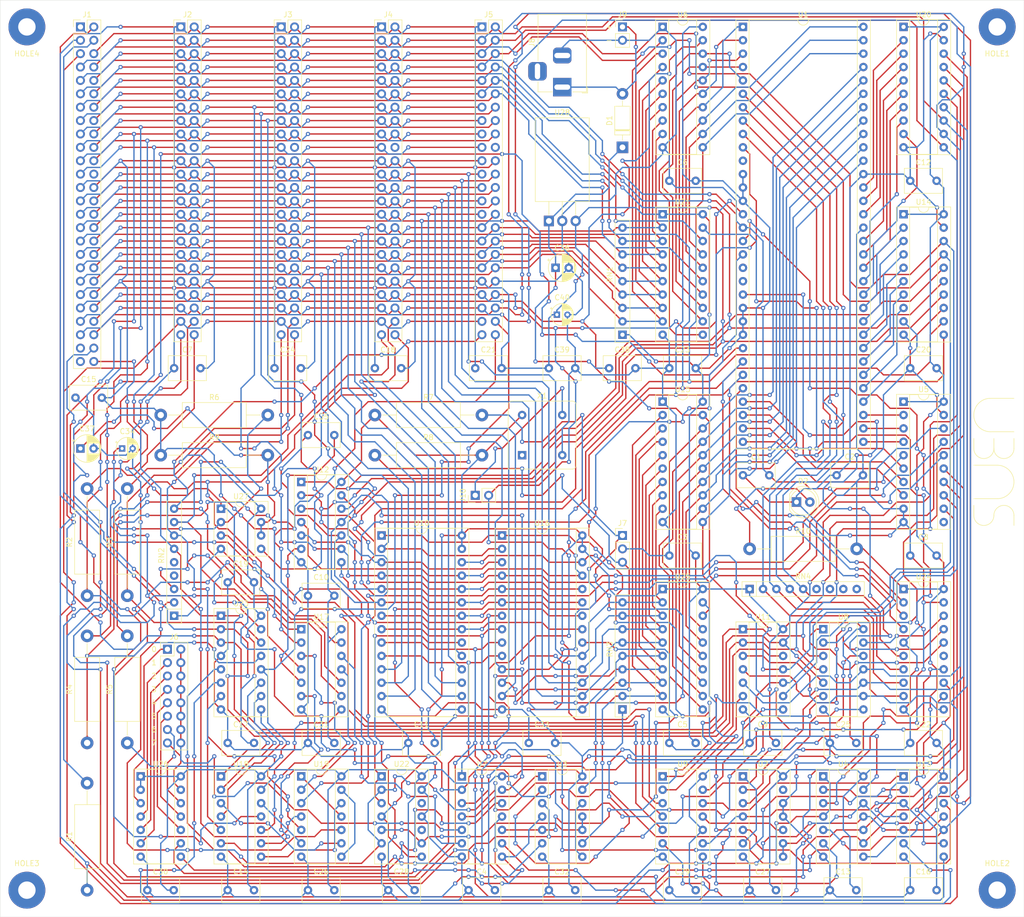
<source format=kicad_pcb>
(kicad_pcb (version 20171130) (host pcbnew 5.1.6)

  (general
    (thickness 1.6)
    (drawings 29)
    (tracks 5297)
    (zones 0)
    (modules 99)
    (nets 178)
  )

  (page A3)
  (layers
    (0 F.Cu jumper)
    (31 B.Cu power)
    (32 B.Adhes user)
    (33 F.Adhes user)
    (34 B.Paste user)
    (35 F.Paste user)
    (36 B.SilkS user)
    (37 F.SilkS user)
    (38 B.Mask user)
    (39 F.Mask user)
    (40 Dwgs.User user)
    (41 Cmts.User user)
    (42 Eco1.User user)
    (43 Eco2.User user)
    (44 Edge.Cuts user)
    (45 Margin user)
    (46 B.CrtYd user)
    (47 F.CrtYd user)
    (48 B.Fab user)
    (49 F.Fab user)
  )

  (setup
    (last_trace_width 0.25)
    (trace_clearance 0.2)
    (zone_clearance 0.508)
    (zone_45_only no)
    (trace_min 0.2)
    (via_size 0.8)
    (via_drill 0.4)
    (via_min_size 0.4)
    (via_min_drill 0.3)
    (uvia_size 0.3)
    (uvia_drill 0.1)
    (uvias_allowed no)
    (uvia_min_size 0.2)
    (uvia_min_drill 0.1)
    (edge_width 0.05)
    (segment_width 0.2)
    (pcb_text_width 0.3)
    (pcb_text_size 1.5 1.5)
    (mod_edge_width 0.12)
    (mod_text_size 1 1)
    (mod_text_width 0.15)
    (pad_size 1.524 1.524)
    (pad_drill 0.762)
    (pad_to_mask_clearance 0.051)
    (solder_mask_min_width 0.25)
    (aux_axis_origin 0 0)
    (visible_elements FFFFFF7F)
    (pcbplotparams
      (layerselection 0x010fc_ffffffff)
      (usegerberextensions false)
      (usegerberattributes false)
      (usegerberadvancedattributes false)
      (creategerberjobfile false)
      (excludeedgelayer true)
      (linewidth 0.100000)
      (plotframeref false)
      (viasonmask false)
      (mode 1)
      (useauxorigin false)
      (hpglpennumber 1)
      (hpglpenspeed 20)
      (hpglpendiameter 15.000000)
      (psnegative false)
      (psa4output false)
      (plotreference true)
      (plotvalue true)
      (plotinvisibletext false)
      (padsonsilk false)
      (subtractmaskfromsilk false)
      (outputformat 1)
      (mirror false)
      (drillshape 0)
      (scaleselection 1)
      (outputdirectory "gerber/"))
  )

  (net 0 "")
  (net 1 VCC)
  (net 2 GND)
  (net 3 "Net-(C34-Pad1)")
  (net 4 "Net-(C35-Pad1)")
  (net 5 "Net-(C36-Pad1)")
  (net 6 "Net-(C37-Pad1)")
  (net 7 "Net-(D1-Pad2)")
  (net 8 "Net-(D2-Pad2)")
  (net 9 ~RAM_DTACK)
  (net 10 CLK)
  (net 11 R\~W)
  (net 12 ~LDS)
  (net 13 ~UDS)
  (net 14 ~RAM_SEL)
  (net 15 D0)
  (net 16 D1)
  (net 17 D2)
  (net 18 D3)
  (net 19 D4)
  (net 20 D5)
  (net 21 D6)
  (net 22 D7)
  (net 23 D8)
  (net 24 D9)
  (net 25 D10)
  (net 26 D11)
  (net 27 D12)
  (net 28 D13)
  (net 29 D14)
  (net 30 D15)
  (net 31 A1)
  (net 32 A2)
  (net 33 A3)
  (net 34 A4)
  (net 35 A5)
  (net 36 A6)
  (net 37 A7)
  (net 38 A8)
  (net 39 A9)
  (net 40 A10)
  (net 41 A11)
  (net 42 A12)
  (net 43 A13)
  (net 44 A14)
  (net 45 A15)
  (net 46 A16)
  (net 47 A17)
  (net 48 A18)
  (net 49 A19)
  (net 50 A20)
  (net 51 A21)
  (net 52 A22)
  (net 53 ~DEV0_IRQ)
  (net 54 ~DEV0_DTACK)
  (net 55 ~DEV0_SEL)
  (net 56 ~DEV1_IRQ)
  (net 57 ~DEV1_DTACK)
  (net 58 ~DEV1_SEL)
  (net 59 ~DEV2_IRQ)
  (net 60 ~DEV2_DTACK)
  (net 61 ~DEV2_SEL)
  (net 62 ROM_DTACK)
  (net 63 ~DEV3_IRQ)
  (net 64 ~DEV3_DTACK)
  (net 65 ~DEV3_SEL)
  (net 66 "Net-(J7-Pad3)")
  (net 67 "Net-(J7-Pad1)")
  (net 68 "Net-(J10-Pad1)")
  (net 69 ~RESET)
  (net 70 ~HALT)
  (net 71 R\~W~_68)
  (net 72 ~LDS_68)
  (net 73 ~UDS_68)
  (net 74 ~AS_68)
  (net 75 D5_68)
  (net 76 A4_68)
  (net 77 D6_68)
  (net 78 A3_68)
  (net 79 D7_68)
  (net 80 A2_68)
  (net 81 D8_68)
  (net 82 A1_68)
  (net 83 D9_68)
  (net 84 FC0_68)
  (net 85 D10_68)
  (net 86 FC1_68)
  (net 87 D11_68)
  (net 88 FC2_68)
  (net 89 D12_68)
  (net 90 ~IPL0)
  (net 91 D13_68)
  (net 92 D14_68)
  (net 93 D15_68)
  (net 94 ~VPA)
  (net 95 A23_68)
  (net 96 A22_68)
  (net 97 A21_68)
  (net 98 A20_68)
  (net 99 A19_68)
  (net 100 A18_68)
  (net 101 A17_68)
  (net 102 A16_68)
  (net 103 A15_68)
  (net 104 A14_68)
  (net 105 ~DTACK)
  (net 106 A13_68)
  (net 107 A12_68)
  (net 108 A11_68)
  (net 109 A10_68)
  (net 110 A9_68)
  (net 111 D0_68)
  (net 112 A8_68)
  (net 113 D1_68)
  (net 114 A7_68)
  (net 115 D2_68)
  (net 116 A6_68)
  (net 117 D3_68)
  (net 118 A5_68)
  (net 119 D4_68)
  (net 120 HROM_ADDR)
  (net 121 RESV_ADDR)
  (net 122 ~ROM_ADDR)
  (net 123 MEM_SEL)
  (net 124 "Net-(U2-Pad3)")
  (net 125 ~MEM_SEL)
  (net 126 "Net-(U2-Pad2)")
  (net 127 ROM_RQ)
  (net 128 "Net-(U3-Pad12)")
  (net 129 ~ROM_SEL_U)
  (net 130 "Net-(U22-Pad5)")
  (net 131 ~ROM_SEL_L)
  (net 132 ~VADDR)
  (net 133 "Net-(U3-Pad1)")
  (net 134 ~RD_BYTE_U)
  (net 135 A23)
  (net 136 ~R~\W)
  (net 137 ~RD_BYTE_L)
  (net 138 ~ROM_DTACK)
  (net 139 ~CLK)
  (net 140 "Net-(U13-Pad8)")
  (net 141 ~AS)
  (net 142 "Net-(U13-Pad6)")
  (net 143 FC2)
  (net 144 FC1)
  (net 145 FC0)
  (net 146 "Net-(U17-Pad6)")
  (net 147 ~DEV7_SEL)
  (net 148 ~DEV6_SEL)
  (net 149 "Net-(U17-Pad3)")
  (net 150 ~DEV5_SEL)
  (net 151 "Net-(U17-Pad8)")
  (net 152 ~DEV4_SEL)
  (net 153 "Net-(U22-Pad1)")
  (net 154 "Net-(J6-Pad15)")
  (net 155 "Net-(J6-Pad13)")
  (net 156 "Net-(J6-Pad11)")
  (net 157 "Net-(J6-Pad9)")
  (net 158 "Net-(J6-Pad7)")
  (net 159 "Net-(J6-Pad5)")
  (net 160 "Net-(J6-Pad3)")
  (net 161 "Net-(J6-Pad1)")
  (net 162 "Net-(U13-Pad13)")
  (net 163 "Net-(U11-Pad12)")
  (net 164 "Net-(U11-Pad6)")
  (net 165 "Net-(U12-Pad12)")
  (net 166 "Net-(U12-Pad6)")
  (net 167 "Net-(U12-Pad8)")
  (net 168 "Net-(U13-Pad1)")
  (net 169 "Net-(U13-Pad2)")
  (net 170 "Net-(U11-Pad8)")
  (net 171 "Net-(U17-Pad11)")
  (net 172 "Net-(U18-Pad6)")
  (net 173 "Net-(U18-Pad12)")
  (net 174 "Net-(U18-Pad3)")
  (net 175 "Net-(U18-Pad8)")
  (net 176 "Net-(U19-Pad13)")
  (net 177 "Net-(U19-Pad1)")

  (net_class Default "This is the default net class."
    (clearance 0.2)
    (trace_width 0.25)
    (via_dia 0.8)
    (via_drill 0.4)
    (uvia_dia 0.3)
    (uvia_drill 0.1)
    (add_net A1)
    (add_net A10)
    (add_net A10_68)
    (add_net A11)
    (add_net A11_68)
    (add_net A12)
    (add_net A12_68)
    (add_net A13)
    (add_net A13_68)
    (add_net A14)
    (add_net A14_68)
    (add_net A15)
    (add_net A15_68)
    (add_net A16)
    (add_net A16_68)
    (add_net A17)
    (add_net A17_68)
    (add_net A18)
    (add_net A18_68)
    (add_net A19)
    (add_net A19_68)
    (add_net A1_68)
    (add_net A2)
    (add_net A20)
    (add_net A20_68)
    (add_net A21)
    (add_net A21_68)
    (add_net A22)
    (add_net A22_68)
    (add_net A23)
    (add_net A23_68)
    (add_net A2_68)
    (add_net A3)
    (add_net A3_68)
    (add_net A4)
    (add_net A4_68)
    (add_net A5)
    (add_net A5_68)
    (add_net A6)
    (add_net A6_68)
    (add_net A7)
    (add_net A7_68)
    (add_net A8)
    (add_net A8_68)
    (add_net A9)
    (add_net A9_68)
    (add_net CLK)
    (add_net D0)
    (add_net D0_68)
    (add_net D1)
    (add_net D10)
    (add_net D10_68)
    (add_net D11)
    (add_net D11_68)
    (add_net D12)
    (add_net D12_68)
    (add_net D13)
    (add_net D13_68)
    (add_net D14)
    (add_net D14_68)
    (add_net D15)
    (add_net D15_68)
    (add_net D1_68)
    (add_net D2)
    (add_net D2_68)
    (add_net D3)
    (add_net D3_68)
    (add_net D4)
    (add_net D4_68)
    (add_net D5)
    (add_net D5_68)
    (add_net D6)
    (add_net D6_68)
    (add_net D7)
    (add_net D7_68)
    (add_net D8)
    (add_net D8_68)
    (add_net D9)
    (add_net D9_68)
    (add_net FC0)
    (add_net FC0_68)
    (add_net FC1)
    (add_net FC1_68)
    (add_net FC2)
    (add_net FC2_68)
    (add_net GND)
    (add_net HROM_ADDR)
    (add_net MEM_SEL)
    (add_net "Net-(C34-Pad1)")
    (add_net "Net-(C35-Pad1)")
    (add_net "Net-(C36-Pad1)")
    (add_net "Net-(C37-Pad1)")
    (add_net "Net-(D1-Pad2)")
    (add_net "Net-(D2-Pad2)")
    (add_net "Net-(HOLE1-Pad1)")
    (add_net "Net-(HOLE2-Pad1)")
    (add_net "Net-(HOLE3-Pad1)")
    (add_net "Net-(HOLE4-Pad1)")
    (add_net "Net-(J1-Pad24)")
    (add_net "Net-(J1-Pad49)")
    (add_net "Net-(J1-Pad51)")
    (add_net "Net-(J10-Pad1)")
    (add_net "Net-(J2-Pad20)")
    (add_net "Net-(J3-Pad20)")
    (add_net "Net-(J4-Pad20)")
    (add_net "Net-(J5-Pad20)")
    (add_net "Net-(J6-Pad1)")
    (add_net "Net-(J6-Pad11)")
    (add_net "Net-(J6-Pad13)")
    (add_net "Net-(J6-Pad15)")
    (add_net "Net-(J6-Pad3)")
    (add_net "Net-(J6-Pad5)")
    (add_net "Net-(J6-Pad7)")
    (add_net "Net-(J6-Pad9)")
    (add_net "Net-(J7-Pad1)")
    (add_net "Net-(J7-Pad3)")
    (add_net "Net-(J8-Pad3)")
    (add_net "Net-(RN2-Pad4)")
    (add_net "Net-(RN2-Pad5)")
    (add_net "Net-(RN4-Pad6)")
    (add_net "Net-(RN4-Pad7)")
    (add_net "Net-(RN4-Pad8)")
    (add_net "Net-(RN4-Pad9)")
    (add_net "Net-(U1-Pad11)")
    (add_net "Net-(U1-Pad19)")
    (add_net "Net-(U1-Pad20)")
    (add_net "Net-(U11-Pad12)")
    (add_net "Net-(U11-Pad6)")
    (add_net "Net-(U11-Pad8)")
    (add_net "Net-(U12-Pad12)")
    (add_net "Net-(U12-Pad6)")
    (add_net "Net-(U12-Pad8)")
    (add_net "Net-(U13-Pad1)")
    (add_net "Net-(U13-Pad13)")
    (add_net "Net-(U13-Pad2)")
    (add_net "Net-(U13-Pad6)")
    (add_net "Net-(U13-Pad8)")
    (add_net "Net-(U17-Pad11)")
    (add_net "Net-(U17-Pad3)")
    (add_net "Net-(U17-Pad6)")
    (add_net "Net-(U17-Pad8)")
    (add_net "Net-(U18-Pad12)")
    (add_net "Net-(U18-Pad3)")
    (add_net "Net-(U18-Pad6)")
    (add_net "Net-(U18-Pad8)")
    (add_net "Net-(U19-Pad1)")
    (add_net "Net-(U19-Pad13)")
    (add_net "Net-(U2-Pad13)")
    (add_net "Net-(U2-Pad2)")
    (add_net "Net-(U2-Pad3)")
    (add_net "Net-(U22-Pad1)")
    (add_net "Net-(U22-Pad10)")
    (add_net "Net-(U22-Pad12)")
    (add_net "Net-(U22-Pad5)")
    (add_net "Net-(U24-Pad15)")
    (add_net "Net-(U3-Pad1)")
    (add_net "Net-(U3-Pad12)")
    (add_net "Net-(U5-Pad11)")
    (add_net "Net-(X1-Pad1)")
    (add_net RESV_ADDR)
    (add_net ROM_DTACK)
    (add_net ROM_RQ)
    (add_net R\~W)
    (add_net R\~W~_68)
    (add_net VCC)
    (add_net ~AS)
    (add_net ~AS_68)
    (add_net ~CLK)
    (add_net ~DEV0_DTACK)
    (add_net ~DEV0_IRQ)
    (add_net ~DEV0_SEL)
    (add_net ~DEV1_DTACK)
    (add_net ~DEV1_IRQ)
    (add_net ~DEV1_SEL)
    (add_net ~DEV2_DTACK)
    (add_net ~DEV2_IRQ)
    (add_net ~DEV2_SEL)
    (add_net ~DEV3_DTACK)
    (add_net ~DEV3_IRQ)
    (add_net ~DEV3_SEL)
    (add_net ~DEV4_SEL)
    (add_net ~DEV5_SEL)
    (add_net ~DEV6_SEL)
    (add_net ~DEV7_SEL)
    (add_net ~DTACK)
    (add_net ~HALT)
    (add_net ~IPL0)
    (add_net ~LDS)
    (add_net ~LDS_68)
    (add_net ~MEM_SEL)
    (add_net ~RAM_DTACK)
    (add_net ~RAM_SEL)
    (add_net ~RD_BYTE_L)
    (add_net ~RD_BYTE_U)
    (add_net ~RESET)
    (add_net ~ROM_ADDR)
    (add_net ~ROM_DTACK)
    (add_net ~ROM_SEL_L)
    (add_net ~ROM_SEL_U)
    (add_net ~R~\W)
    (add_net ~UDS)
    (add_net ~UDS_68)
    (add_net ~VADDR)
    (add_net ~VPA)
  )

  (module plugins:HOLE_SUEN (layer F.Cu) (tedit 5F391056) (tstamp 5F4E9754)
    (at 21.59 21.59)
    (path /5F39ABA3)
    (fp_text reference HOLE4 (at 0 5.08) (layer F.SilkS)
      (effects (font (size 1 1) (thickness 0.15)))
    )
    (fp_text value Conn_01x01 (at 0 7.62) (layer F.Fab)
      (effects (font (size 1 1) (thickness 0.15)))
    )
    (pad 1 thru_hole circle (at 0 0) (size 7 7) (drill 3.3) (layers *.Cu *.Mask))
  )

  (module plugins:HOLE_SUEN (layer F.Cu) (tedit 5F391056) (tstamp 5F4E974F)
    (at 21.59 185.42)
    (path /5F39A81A)
    (fp_text reference HOLE3 (at 0 -5.08) (layer F.SilkS)
      (effects (font (size 1 1) (thickness 0.15)))
    )
    (fp_text value Conn_01x01 (at 0 -7.62) (layer F.Fab)
      (effects (font (size 1 1) (thickness 0.15)))
    )
    (pad 1 thru_hole circle (at 0 0) (size 7 7) (drill 3.3) (layers *.Cu *.Mask))
  )

  (module plugins:HOLE_SUEN (layer F.Cu) (tedit 5F391056) (tstamp 5F4E974A)
    (at 205.74 185.42)
    (path /5F39A51D)
    (fp_text reference HOLE2 (at 0 -5.08) (layer F.SilkS)
      (effects (font (size 1 1) (thickness 0.15)))
    )
    (fp_text value Conn_01x01 (at 0 -7.62) (layer F.Fab)
      (effects (font (size 1 1) (thickness 0.15)))
    )
    (pad 1 thru_hole circle (at 0 0) (size 7 7) (drill 3.3) (layers *.Cu *.Mask))
  )

  (module plugins:HOLE_SUEN (layer F.Cu) (tedit 5F391056) (tstamp 5F4E9745)
    (at 205.74 21.59)
    (path /5F3998FA)
    (fp_text reference HOLE1 (at 0 5.08) (layer F.SilkS)
      (effects (font (size 1 1) (thickness 0.15)))
    )
    (fp_text value Conn_01x01 (at 0 7.62) (layer F.Fab)
      (effects (font (size 1 1) (thickness 0.15)))
    )
    (pad 1 thru_hole circle (at 0 0) (size 7 7) (drill 3.3) (layers *.Cu *.Mask))
  )

  (module Package_DIP:DIP-14_W7.62mm_Socket (layer F.Cu) (tedit 5A02E8C5) (tstamp 5F4E9BC6)
    (at 172.72 135.89)
    (descr "14-lead though-hole mounted DIP package, row spacing 7.62 mm (300 mils), Socket")
    (tags "THT DIP DIL PDIP 2.54mm 7.62mm 300mil Socket")
    (path /5F2D6CBA)
    (fp_text reference U8 (at 3.81 -2.33) (layer F.SilkS)
      (effects (font (size 1 1) (thickness 0.15)))
    )
    (fp_text value 74LS10 (at 3.81 17.57) (layer F.Fab)
      (effects (font (size 1 1) (thickness 0.15)))
    )
    (fp_line (start 1.635 -1.27) (end 6.985 -1.27) (layer F.Fab) (width 0.1))
    (fp_line (start 6.985 -1.27) (end 6.985 16.51) (layer F.Fab) (width 0.1))
    (fp_line (start 6.985 16.51) (end 0.635 16.51) (layer F.Fab) (width 0.1))
    (fp_line (start 0.635 16.51) (end 0.635 -0.27) (layer F.Fab) (width 0.1))
    (fp_line (start 0.635 -0.27) (end 1.635 -1.27) (layer F.Fab) (width 0.1))
    (fp_line (start -1.27 -1.33) (end -1.27 16.57) (layer F.Fab) (width 0.1))
    (fp_line (start -1.27 16.57) (end 8.89 16.57) (layer F.Fab) (width 0.1))
    (fp_line (start 8.89 16.57) (end 8.89 -1.33) (layer F.Fab) (width 0.1))
    (fp_line (start 8.89 -1.33) (end -1.27 -1.33) (layer F.Fab) (width 0.1))
    (fp_line (start 2.81 -1.33) (end 1.16 -1.33) (layer F.SilkS) (width 0.12))
    (fp_line (start 1.16 -1.33) (end 1.16 16.57) (layer F.SilkS) (width 0.12))
    (fp_line (start 1.16 16.57) (end 6.46 16.57) (layer F.SilkS) (width 0.12))
    (fp_line (start 6.46 16.57) (end 6.46 -1.33) (layer F.SilkS) (width 0.12))
    (fp_line (start 6.46 -1.33) (end 4.81 -1.33) (layer F.SilkS) (width 0.12))
    (fp_line (start -1.33 -1.39) (end -1.33 16.63) (layer F.SilkS) (width 0.12))
    (fp_line (start -1.33 16.63) (end 8.95 16.63) (layer F.SilkS) (width 0.12))
    (fp_line (start 8.95 16.63) (end 8.95 -1.39) (layer F.SilkS) (width 0.12))
    (fp_line (start 8.95 -1.39) (end -1.33 -1.39) (layer F.SilkS) (width 0.12))
    (fp_line (start -1.55 -1.6) (end -1.55 16.85) (layer F.CrtYd) (width 0.05))
    (fp_line (start -1.55 16.85) (end 9.15 16.85) (layer F.CrtYd) (width 0.05))
    (fp_line (start 9.15 16.85) (end 9.15 -1.6) (layer F.CrtYd) (width 0.05))
    (fp_line (start 9.15 -1.6) (end -1.55 -1.6) (layer F.CrtYd) (width 0.05))
    (fp_text user %R (at 3.81 7.62) (layer F.Fab)
      (effects (font (size 1 1) (thickness 0.15)))
    )
    (fp_arc (start 3.81 -1.33) (end 2.81 -1.33) (angle -180) (layer F.SilkS) (width 0.12))
    (pad 14 thru_hole oval (at 7.62 0) (size 1.6 1.6) (drill 0.8) (layers *.Cu *.Mask)
      (net 1 VCC))
    (pad 7 thru_hole oval (at 0 15.24) (size 1.6 1.6) (drill 0.8) (layers *.Cu *.Mask)
      (net 2 GND))
    (pad 13 thru_hole oval (at 7.62 2.54) (size 1.6 1.6) (drill 0.8) (layers *.Cu *.Mask)
      (net 143 FC2))
    (pad 6 thru_hole oval (at 0 12.7) (size 1.6 1.6) (drill 0.8) (layers *.Cu *.Mask)
      (net 126 "Net-(U2-Pad2)"))
    (pad 12 thru_hole oval (at 7.62 5.08) (size 1.6 1.6) (drill 0.8) (layers *.Cu *.Mask)
      (net 94 ~VPA))
    (pad 5 thru_hole oval (at 0 10.16) (size 1.6 1.6) (drill 0.8) (layers *.Cu *.Mask)
      (net 50 A20))
    (pad 11 thru_hole oval (at 7.62 7.62) (size 1.6 1.6) (drill 0.8) (layers *.Cu *.Mask)
      (net 47 A17))
    (pad 4 thru_hole oval (at 0 7.62) (size 1.6 1.6) (drill 0.8) (layers *.Cu *.Mask)
      (net 51 A21))
    (pad 10 thru_hole oval (at 7.62 10.16) (size 1.6 1.6) (drill 0.8) (layers *.Cu *.Mask)
      (net 48 A18))
    (pad 3 thru_hole oval (at 0 5.08) (size 1.6 1.6) (drill 0.8) (layers *.Cu *.Mask)
      (net 52 A22))
    (pad 9 thru_hole oval (at 7.62 12.7) (size 1.6 1.6) (drill 0.8) (layers *.Cu *.Mask)
      (net 49 A19))
    (pad 2 thru_hole oval (at 0 2.54) (size 1.6 1.6) (drill 0.8) (layers *.Cu *.Mask)
      (net 144 FC1))
    (pad 8 thru_hole oval (at 7.62 15.24) (size 1.6 1.6) (drill 0.8) (layers *.Cu *.Mask)
      (net 124 "Net-(U2-Pad3)"))
    (pad 1 thru_hole rect (at 0 0) (size 1.6 1.6) (drill 0.8) (layers *.Cu *.Mask)
      (net 145 FC0))
    (model ${KISYS3DMOD}/Package_DIP.3dshapes/DIP-14_W7.62mm_Socket.wrl
      (at (xyz 0 0 0))
      (scale (xyz 1 1 1))
      (rotate (xyz 0 0 0))
    )
  )

  (module Package_DIP:DIP-14_W7.62mm_Socket (layer F.Cu) (tedit 5A02E8C5) (tstamp 5F50426A)
    (at 88.9 163.83)
    (descr "14-lead though-hole mounted DIP package, row spacing 7.62 mm (300 mils), Socket")
    (tags "THT DIP DIL PDIP 2.54mm 7.62mm 300mil Socket")
    (path /5F775E36)
    (fp_text reference U22 (at 3.81 -2.33) (layer F.SilkS)
      (effects (font (size 1 1) (thickness 0.15)))
    )
    (fp_text value 74LS05 (at 3.81 17.57) (layer F.Fab)
      (effects (font (size 1 1) (thickness 0.15)))
    )
    (fp_line (start 1.635 -1.27) (end 6.985 -1.27) (layer F.Fab) (width 0.1))
    (fp_line (start 6.985 -1.27) (end 6.985 16.51) (layer F.Fab) (width 0.1))
    (fp_line (start 6.985 16.51) (end 0.635 16.51) (layer F.Fab) (width 0.1))
    (fp_line (start 0.635 16.51) (end 0.635 -0.27) (layer F.Fab) (width 0.1))
    (fp_line (start 0.635 -0.27) (end 1.635 -1.27) (layer F.Fab) (width 0.1))
    (fp_line (start -1.27 -1.33) (end -1.27 16.57) (layer F.Fab) (width 0.1))
    (fp_line (start -1.27 16.57) (end 8.89 16.57) (layer F.Fab) (width 0.1))
    (fp_line (start 8.89 16.57) (end 8.89 -1.33) (layer F.Fab) (width 0.1))
    (fp_line (start 8.89 -1.33) (end -1.27 -1.33) (layer F.Fab) (width 0.1))
    (fp_line (start 2.81 -1.33) (end 1.16 -1.33) (layer F.SilkS) (width 0.12))
    (fp_line (start 1.16 -1.33) (end 1.16 16.57) (layer F.SilkS) (width 0.12))
    (fp_line (start 1.16 16.57) (end 6.46 16.57) (layer F.SilkS) (width 0.12))
    (fp_line (start 6.46 16.57) (end 6.46 -1.33) (layer F.SilkS) (width 0.12))
    (fp_line (start 6.46 -1.33) (end 4.81 -1.33) (layer F.SilkS) (width 0.12))
    (fp_line (start -1.33 -1.39) (end -1.33 16.63) (layer F.SilkS) (width 0.12))
    (fp_line (start -1.33 16.63) (end 8.95 16.63) (layer F.SilkS) (width 0.12))
    (fp_line (start 8.95 16.63) (end 8.95 -1.39) (layer F.SilkS) (width 0.12))
    (fp_line (start 8.95 -1.39) (end -1.33 -1.39) (layer F.SilkS) (width 0.12))
    (fp_line (start -1.55 -1.6) (end -1.55 16.85) (layer F.CrtYd) (width 0.05))
    (fp_line (start -1.55 16.85) (end 9.15 16.85) (layer F.CrtYd) (width 0.05))
    (fp_line (start 9.15 16.85) (end 9.15 -1.6) (layer F.CrtYd) (width 0.05))
    (fp_line (start 9.15 -1.6) (end -1.55 -1.6) (layer F.CrtYd) (width 0.05))
    (fp_text user %R (at 3.81 7.62) (layer F.Fab)
      (effects (font (size 1 1) (thickness 0.15)))
    )
    (fp_arc (start 3.81 -1.33) (end 2.81 -1.33) (angle -180) (layer F.SilkS) (width 0.12))
    (pad 14 thru_hole oval (at 7.62 0) (size 1.6 1.6) (drill 0.8) (layers *.Cu *.Mask)
      (net 1 VCC))
    (pad 7 thru_hole oval (at 0 15.24) (size 1.6 1.6) (drill 0.8) (layers *.Cu *.Mask)
      (net 2 GND))
    (pad 13 thru_hole oval (at 7.62 2.54) (size 1.6 1.6) (drill 0.8) (layers *.Cu *.Mask)
      (net 2 GND))
    (pad 6 thru_hole oval (at 0 12.7) (size 1.6 1.6) (drill 0.8) (layers *.Cu *.Mask)
      (net 70 ~HALT))
    (pad 12 thru_hole oval (at 7.62 5.08) (size 1.6 1.6) (drill 0.8) (layers *.Cu *.Mask))
    (pad 5 thru_hole oval (at 0 10.16) (size 1.6 1.6) (drill 0.8) (layers *.Cu *.Mask)
      (net 130 "Net-(U22-Pad5)"))
    (pad 11 thru_hole oval (at 7.62 7.62) (size 1.6 1.6) (drill 0.8) (layers *.Cu *.Mask)
      (net 2 GND))
    (pad 4 thru_hole oval (at 0 7.62) (size 1.6 1.6) (drill 0.8) (layers *.Cu *.Mask)
      (net 69 ~RESET))
    (pad 10 thru_hole oval (at 7.62 10.16) (size 1.6 1.6) (drill 0.8) (layers *.Cu *.Mask))
    (pad 3 thru_hole oval (at 0 5.08) (size 1.6 1.6) (drill 0.8) (layers *.Cu *.Mask)
      (net 153 "Net-(U22-Pad1)"))
    (pad 9 thru_hole oval (at 7.62 12.7) (size 1.6 1.6) (drill 0.8) (layers *.Cu *.Mask)
      (net 130 "Net-(U22-Pad5)"))
    (pad 2 thru_hole oval (at 0 2.54) (size 1.6 1.6) (drill 0.8) (layers *.Cu *.Mask)
      (net 70 ~HALT))
    (pad 8 thru_hole oval (at 7.62 15.24) (size 1.6 1.6) (drill 0.8) (layers *.Cu *.Mask)
      (net 69 ~RESET))
    (pad 1 thru_hole rect (at 0 0) (size 1.6 1.6) (drill 0.8) (layers *.Cu *.Mask)
      (net 153 "Net-(U22-Pad1)"))
    (model ${KISYS3DMOD}/Package_DIP.3dshapes/DIP-14_W7.62mm_Socket.wrl
      (at (xyz 0 0 0))
      (scale (xyz 1 1 1))
      (rotate (xyz 0 0 0))
    )
  )

  (module Package_DIP:DIP-14_W7.62mm_Socket (layer F.Cu) (tedit 5A02E8C5) (tstamp 5F4E9B9C)
    (at 104.14 163.83)
    (descr "14-lead though-hole mounted DIP package, row spacing 7.62 mm (300 mils), Socket")
    (tags "THT DIP DIL PDIP 2.54mm 7.62mm 300mil Socket")
    (path /64358DD9)
    (fp_text reference U7 (at 3.81 -2.33) (layer F.SilkS)
      (effects (font (size 1 1) (thickness 0.15)))
    )
    (fp_text value 74LS04 (at 3.81 17.57) (layer F.Fab)
      (effects (font (size 1 1) (thickness 0.15)))
    )
    (fp_line (start 1.635 -1.27) (end 6.985 -1.27) (layer F.Fab) (width 0.1))
    (fp_line (start 6.985 -1.27) (end 6.985 16.51) (layer F.Fab) (width 0.1))
    (fp_line (start 6.985 16.51) (end 0.635 16.51) (layer F.Fab) (width 0.1))
    (fp_line (start 0.635 16.51) (end 0.635 -0.27) (layer F.Fab) (width 0.1))
    (fp_line (start 0.635 -0.27) (end 1.635 -1.27) (layer F.Fab) (width 0.1))
    (fp_line (start -1.27 -1.33) (end -1.27 16.57) (layer F.Fab) (width 0.1))
    (fp_line (start -1.27 16.57) (end 8.89 16.57) (layer F.Fab) (width 0.1))
    (fp_line (start 8.89 16.57) (end 8.89 -1.33) (layer F.Fab) (width 0.1))
    (fp_line (start 8.89 -1.33) (end -1.27 -1.33) (layer F.Fab) (width 0.1))
    (fp_line (start 2.81 -1.33) (end 1.16 -1.33) (layer F.SilkS) (width 0.12))
    (fp_line (start 1.16 -1.33) (end 1.16 16.57) (layer F.SilkS) (width 0.12))
    (fp_line (start 1.16 16.57) (end 6.46 16.57) (layer F.SilkS) (width 0.12))
    (fp_line (start 6.46 16.57) (end 6.46 -1.33) (layer F.SilkS) (width 0.12))
    (fp_line (start 6.46 -1.33) (end 4.81 -1.33) (layer F.SilkS) (width 0.12))
    (fp_line (start -1.33 -1.39) (end -1.33 16.63) (layer F.SilkS) (width 0.12))
    (fp_line (start -1.33 16.63) (end 8.95 16.63) (layer F.SilkS) (width 0.12))
    (fp_line (start 8.95 16.63) (end 8.95 -1.39) (layer F.SilkS) (width 0.12))
    (fp_line (start 8.95 -1.39) (end -1.33 -1.39) (layer F.SilkS) (width 0.12))
    (fp_line (start -1.55 -1.6) (end -1.55 16.85) (layer F.CrtYd) (width 0.05))
    (fp_line (start -1.55 16.85) (end 9.15 16.85) (layer F.CrtYd) (width 0.05))
    (fp_line (start 9.15 16.85) (end 9.15 -1.6) (layer F.CrtYd) (width 0.05))
    (fp_line (start 9.15 -1.6) (end -1.55 -1.6) (layer F.CrtYd) (width 0.05))
    (fp_text user %R (at 3.81 7.62) (layer F.Fab)
      (effects (font (size 1 1) (thickness 0.15)))
    )
    (fp_arc (start 3.81 -1.33) (end 2.81 -1.33) (angle -180) (layer F.SilkS) (width 0.12))
    (pad 14 thru_hole oval (at 7.62 0) (size 1.6 1.6) (drill 0.8) (layers *.Cu *.Mask)
      (net 1 VCC))
    (pad 7 thru_hole oval (at 0 15.24) (size 1.6 1.6) (drill 0.8) (layers *.Cu *.Mask)
      (net 2 GND))
    (pad 13 thru_hole oval (at 7.62 2.54) (size 1.6 1.6) (drill 0.8) (layers *.Cu *.Mask)
      (net 10 CLK))
    (pad 6 thru_hole oval (at 0 12.7) (size 1.6 1.6) (drill 0.8) (layers *.Cu *.Mask)
      (net 138 ~ROM_DTACK))
    (pad 12 thru_hole oval (at 7.62 5.08) (size 1.6 1.6) (drill 0.8) (layers *.Cu *.Mask)
      (net 139 ~CLK))
    (pad 5 thru_hole oval (at 0 10.16) (size 1.6 1.6) (drill 0.8) (layers *.Cu *.Mask)
      (net 62 ROM_DTACK))
    (pad 11 thru_hole oval (at 7.62 7.62) (size 1.6 1.6) (drill 0.8) (layers *.Cu *.Mask)
      (net 140 "Net-(U13-Pad8)"))
    (pad 4 thru_hole oval (at 0 7.62) (size 1.6 1.6) (drill 0.8) (layers *.Cu *.Mask)
      (net 133 "Net-(U3-Pad1)"))
    (pad 10 thru_hole oval (at 7.62 10.16) (size 1.6 1.6) (drill 0.8) (layers *.Cu *.Mask)
      (net 129 ~ROM_SEL_U))
    (pad 3 thru_hole oval (at 0 5.08) (size 1.6 1.6) (drill 0.8) (layers *.Cu *.Mask)
      (net 141 ~AS))
    (pad 9 thru_hole oval (at 7.62 12.7) (size 1.6 1.6) (drill 0.8) (layers *.Cu *.Mask)
      (net 142 "Net-(U13-Pad6)"))
    (pad 2 thru_hole oval (at 0 2.54) (size 1.6 1.6) (drill 0.8) (layers *.Cu *.Mask)
      (net 136 ~R~\W))
    (pad 8 thru_hole oval (at 7.62 15.24) (size 1.6 1.6) (drill 0.8) (layers *.Cu *.Mask)
      (net 131 ~ROM_SEL_L))
    (pad 1 thru_hole rect (at 0 0) (size 1.6 1.6) (drill 0.8) (layers *.Cu *.Mask)
      (net 11 R\~W))
    (model ${KISYS3DMOD}/Package_DIP.3dshapes/DIP-14_W7.62mm_Socket.wrl
      (at (xyz 0 0 0))
      (scale (xyz 1 1 1))
      (rotate (xyz 0 0 0))
    )
  )

  (module Package_DIP:DIP-16_W7.62mm_Socket (layer F.Cu) (tedit 5A02E8C5) (tstamp 5F4E9ED0)
    (at 58.42 133.35)
    (descr "16-lead though-hole mounted DIP package, row spacing 7.62 mm (300 mils), Socket")
    (tags "THT DIP DIL PDIP 2.54mm 7.62mm 300mil Socket")
    (path /5FF30782)
    (fp_text reference U23 (at 3.81 -2.33) (layer F.SilkS)
      (effects (font (size 1 1) (thickness 0.15)))
    )
    (fp_text value 74LS138 (at 3.81 20.11) (layer F.Fab)
      (effects (font (size 1 1) (thickness 0.15)))
    )
    (fp_line (start 1.635 -1.27) (end 6.985 -1.27) (layer F.Fab) (width 0.1))
    (fp_line (start 6.985 -1.27) (end 6.985 19.05) (layer F.Fab) (width 0.1))
    (fp_line (start 6.985 19.05) (end 0.635 19.05) (layer F.Fab) (width 0.1))
    (fp_line (start 0.635 19.05) (end 0.635 -0.27) (layer F.Fab) (width 0.1))
    (fp_line (start 0.635 -0.27) (end 1.635 -1.27) (layer F.Fab) (width 0.1))
    (fp_line (start -1.27 -1.33) (end -1.27 19.11) (layer F.Fab) (width 0.1))
    (fp_line (start -1.27 19.11) (end 8.89 19.11) (layer F.Fab) (width 0.1))
    (fp_line (start 8.89 19.11) (end 8.89 -1.33) (layer F.Fab) (width 0.1))
    (fp_line (start 8.89 -1.33) (end -1.27 -1.33) (layer F.Fab) (width 0.1))
    (fp_line (start 2.81 -1.33) (end 1.16 -1.33) (layer F.SilkS) (width 0.12))
    (fp_line (start 1.16 -1.33) (end 1.16 19.11) (layer F.SilkS) (width 0.12))
    (fp_line (start 1.16 19.11) (end 6.46 19.11) (layer F.SilkS) (width 0.12))
    (fp_line (start 6.46 19.11) (end 6.46 -1.33) (layer F.SilkS) (width 0.12))
    (fp_line (start 6.46 -1.33) (end 4.81 -1.33) (layer F.SilkS) (width 0.12))
    (fp_line (start -1.33 -1.39) (end -1.33 19.17) (layer F.SilkS) (width 0.12))
    (fp_line (start -1.33 19.17) (end 8.95 19.17) (layer F.SilkS) (width 0.12))
    (fp_line (start 8.95 19.17) (end 8.95 -1.39) (layer F.SilkS) (width 0.12))
    (fp_line (start 8.95 -1.39) (end -1.33 -1.39) (layer F.SilkS) (width 0.12))
    (fp_line (start -1.55 -1.6) (end -1.55 19.4) (layer F.CrtYd) (width 0.05))
    (fp_line (start -1.55 19.4) (end 9.15 19.4) (layer F.CrtYd) (width 0.05))
    (fp_line (start 9.15 19.4) (end 9.15 -1.6) (layer F.CrtYd) (width 0.05))
    (fp_line (start 9.15 -1.6) (end -1.55 -1.6) (layer F.CrtYd) (width 0.05))
    (fp_text user %R (at 3.81 8.89) (layer F.Fab)
      (effects (font (size 1 1) (thickness 0.15)))
    )
    (fp_arc (start 3.81 -1.33) (end 2.81 -1.33) (angle -180) (layer F.SilkS) (width 0.12))
    (pad 16 thru_hole oval (at 7.62 0) (size 1.6 1.6) (drill 0.8) (layers *.Cu *.Mask)
      (net 1 VCC))
    (pad 8 thru_hole oval (at 0 17.78) (size 1.6 1.6) (drill 0.8) (layers *.Cu *.Mask)
      (net 2 GND))
    (pad 15 thru_hole oval (at 7.62 2.54) (size 1.6 1.6) (drill 0.8) (layers *.Cu *.Mask)
      (net 55 ~DEV0_SEL))
    (pad 7 thru_hole oval (at 0 15.24) (size 1.6 1.6) (drill 0.8) (layers *.Cu *.Mask)
      (net 147 ~DEV7_SEL))
    (pad 14 thru_hole oval (at 7.62 5.08) (size 1.6 1.6) (drill 0.8) (layers *.Cu *.Mask)
      (net 58 ~DEV1_SEL))
    (pad 6 thru_hole oval (at 0 12.7) (size 1.6 1.6) (drill 0.8) (layers *.Cu *.Mask)
      (net 135 A23))
    (pad 13 thru_hole oval (at 7.62 7.62) (size 1.6 1.6) (drill 0.8) (layers *.Cu *.Mask)
      (net 61 ~DEV2_SEL))
    (pad 5 thru_hole oval (at 0 10.16) (size 1.6 1.6) (drill 0.8) (layers *.Cu *.Mask)
      (net 132 ~VADDR))
    (pad 12 thru_hole oval (at 7.62 10.16) (size 1.6 1.6) (drill 0.8) (layers *.Cu *.Mask)
      (net 65 ~DEV3_SEL))
    (pad 4 thru_hole oval (at 0 7.62) (size 1.6 1.6) (drill 0.8) (layers *.Cu *.Mask)
      (net 2 GND))
    (pad 11 thru_hole oval (at 7.62 12.7) (size 1.6 1.6) (drill 0.8) (layers *.Cu *.Mask)
      (net 152 ~DEV4_SEL))
    (pad 3 thru_hole oval (at 0 5.08) (size 1.6 1.6) (drill 0.8) (layers *.Cu *.Mask)
      (net 52 A22))
    (pad 10 thru_hole oval (at 7.62 15.24) (size 1.6 1.6) (drill 0.8) (layers *.Cu *.Mask)
      (net 150 ~DEV5_SEL))
    (pad 2 thru_hole oval (at 0 2.54) (size 1.6 1.6) (drill 0.8) (layers *.Cu *.Mask)
      (net 51 A21))
    (pad 9 thru_hole oval (at 7.62 17.78) (size 1.6 1.6) (drill 0.8) (layers *.Cu *.Mask)
      (net 148 ~DEV6_SEL))
    (pad 1 thru_hole rect (at 0 0) (size 1.6 1.6) (drill 0.8) (layers *.Cu *.Mask)
      (net 50 A20))
    (model ${KISYS3DMOD}/Package_DIP.3dshapes/DIP-16_W7.62mm_Socket.wrl
      (at (xyz 0 0 0))
      (scale (xyz 1 1 1))
      (rotate (xyz 0 0 0))
    )
  )

  (module Package_DIP:DIP-64_W22.86mm_Socket (layer F.Cu) (tedit 5A02E8C5) (tstamp 5F4E9AF4)
    (at 157.48 21.59)
    (descr "64-lead though-hole mounted DIP package, row spacing 22.86 mm (900 mils), Socket")
    (tags "THT DIP DIL PDIP 2.54mm 22.86mm 900mil Socket")
    (path /5F26D9EA)
    (fp_text reference U1 (at 11.43 -2.33) (layer F.SilkS)
      (effects (font (size 1 1) (thickness 0.15)))
    )
    (fp_text value 68000D (at 11.43 81.07) (layer F.Fab)
      (effects (font (size 1 1) (thickness 0.15)))
    )
    (fp_line (start 1.255 -1.27) (end 22.605 -1.27) (layer F.Fab) (width 0.1))
    (fp_line (start 22.605 -1.27) (end 22.605 80.01) (layer F.Fab) (width 0.1))
    (fp_line (start 22.605 80.01) (end 0.255 80.01) (layer F.Fab) (width 0.1))
    (fp_line (start 0.255 80.01) (end 0.255 -0.27) (layer F.Fab) (width 0.1))
    (fp_line (start 0.255 -0.27) (end 1.255 -1.27) (layer F.Fab) (width 0.1))
    (fp_line (start -1.27 -1.33) (end -1.27 80.07) (layer F.Fab) (width 0.1))
    (fp_line (start -1.27 80.07) (end 24.13 80.07) (layer F.Fab) (width 0.1))
    (fp_line (start 24.13 80.07) (end 24.13 -1.33) (layer F.Fab) (width 0.1))
    (fp_line (start 24.13 -1.33) (end -1.27 -1.33) (layer F.Fab) (width 0.1))
    (fp_line (start 10.43 -1.33) (end 1.16 -1.33) (layer F.SilkS) (width 0.12))
    (fp_line (start 1.16 -1.33) (end 1.16 80.07) (layer F.SilkS) (width 0.12))
    (fp_line (start 1.16 80.07) (end 21.7 80.07) (layer F.SilkS) (width 0.12))
    (fp_line (start 21.7 80.07) (end 21.7 -1.33) (layer F.SilkS) (width 0.12))
    (fp_line (start 21.7 -1.33) (end 12.43 -1.33) (layer F.SilkS) (width 0.12))
    (fp_line (start -1.33 -1.39) (end -1.33 80.13) (layer F.SilkS) (width 0.12))
    (fp_line (start -1.33 80.13) (end 24.19 80.13) (layer F.SilkS) (width 0.12))
    (fp_line (start 24.19 80.13) (end 24.19 -1.39) (layer F.SilkS) (width 0.12))
    (fp_line (start 24.19 -1.39) (end -1.33 -1.39) (layer F.SilkS) (width 0.12))
    (fp_line (start -1.55 -1.6) (end -1.55 80.35) (layer F.CrtYd) (width 0.05))
    (fp_line (start -1.55 80.35) (end 24.4 80.35) (layer F.CrtYd) (width 0.05))
    (fp_line (start 24.4 80.35) (end 24.4 -1.6) (layer F.CrtYd) (width 0.05))
    (fp_line (start 24.4 -1.6) (end -1.55 -1.6) (layer F.CrtYd) (width 0.05))
    (fp_text user %R (at 11.43 39.37) (layer F.Fab)
      (effects (font (size 1 1) (thickness 0.15)))
    )
    (fp_arc (start 11.43 -1.33) (end 10.43 -1.33) (angle -180) (layer F.SilkS) (width 0.12))
    (pad 64 thru_hole oval (at 22.86 0) (size 1.6 1.6) (drill 0.8) (layers *.Cu *.Mask)
      (net 75 D5_68))
    (pad 32 thru_hole oval (at 0 78.74) (size 1.6 1.6) (drill 0.8) (layers *.Cu *.Mask)
      (net 76 A4_68))
    (pad 63 thru_hole oval (at 22.86 2.54) (size 1.6 1.6) (drill 0.8) (layers *.Cu *.Mask)
      (net 77 D6_68))
    (pad 31 thru_hole oval (at 0 76.2) (size 1.6 1.6) (drill 0.8) (layers *.Cu *.Mask)
      (net 78 A3_68))
    (pad 62 thru_hole oval (at 22.86 5.08) (size 1.6 1.6) (drill 0.8) (layers *.Cu *.Mask)
      (net 79 D7_68))
    (pad 30 thru_hole oval (at 0 73.66) (size 1.6 1.6) (drill 0.8) (layers *.Cu *.Mask)
      (net 80 A2_68))
    (pad 61 thru_hole oval (at 22.86 7.62) (size 1.6 1.6) (drill 0.8) (layers *.Cu *.Mask)
      (net 81 D8_68))
    (pad 29 thru_hole oval (at 0 71.12) (size 1.6 1.6) (drill 0.8) (layers *.Cu *.Mask)
      (net 82 A1_68))
    (pad 60 thru_hole oval (at 22.86 10.16) (size 1.6 1.6) (drill 0.8) (layers *.Cu *.Mask)
      (net 83 D9_68))
    (pad 28 thru_hole oval (at 0 68.58) (size 1.6 1.6) (drill 0.8) (layers *.Cu *.Mask)
      (net 84 FC0_68))
    (pad 59 thru_hole oval (at 22.86 12.7) (size 1.6 1.6) (drill 0.8) (layers *.Cu *.Mask)
      (net 85 D10_68))
    (pad 27 thru_hole oval (at 0 66.04) (size 1.6 1.6) (drill 0.8) (layers *.Cu *.Mask)
      (net 86 FC1_68))
    (pad 58 thru_hole oval (at 22.86 15.24) (size 1.6 1.6) (drill 0.8) (layers *.Cu *.Mask)
      (net 87 D11_68))
    (pad 26 thru_hole oval (at 0 63.5) (size 1.6 1.6) (drill 0.8) (layers *.Cu *.Mask)
      (net 88 FC2_68))
    (pad 57 thru_hole oval (at 22.86 17.78) (size 1.6 1.6) (drill 0.8) (layers *.Cu *.Mask)
      (net 89 D12_68))
    (pad 25 thru_hole oval (at 0 60.96) (size 1.6 1.6) (drill 0.8) (layers *.Cu *.Mask)
      (net 90 ~IPL0))
    (pad 56 thru_hole oval (at 22.86 20.32) (size 1.6 1.6) (drill 0.8) (layers *.Cu *.Mask)
      (net 91 D13_68))
    (pad 24 thru_hole oval (at 0 58.42) (size 1.6 1.6) (drill 0.8) (layers *.Cu *.Mask)
      (net 1 VCC))
    (pad 55 thru_hole oval (at 22.86 22.86) (size 1.6 1.6) (drill 0.8) (layers *.Cu *.Mask)
      (net 92 D14_68))
    (pad 23 thru_hole oval (at 0 55.88) (size 1.6 1.6) (drill 0.8) (layers *.Cu *.Mask)
      (net 1 VCC))
    (pad 54 thru_hole oval (at 22.86 25.4) (size 1.6 1.6) (drill 0.8) (layers *.Cu *.Mask)
      (net 93 D15_68))
    (pad 22 thru_hole oval (at 0 53.34) (size 1.6 1.6) (drill 0.8) (layers *.Cu *.Mask)
      (net 1 VCC))
    (pad 53 thru_hole oval (at 22.86 27.94) (size 1.6 1.6) (drill 0.8) (layers *.Cu *.Mask)
      (net 2 GND))
    (pad 21 thru_hole oval (at 0 50.8) (size 1.6 1.6) (drill 0.8) (layers *.Cu *.Mask)
      (net 94 ~VPA))
    (pad 52 thru_hole oval (at 22.86 30.48) (size 1.6 1.6) (drill 0.8) (layers *.Cu *.Mask)
      (net 95 A23_68))
    (pad 20 thru_hole oval (at 0 48.26) (size 1.6 1.6) (drill 0.8) (layers *.Cu *.Mask))
    (pad 51 thru_hole oval (at 22.86 33.02) (size 1.6 1.6) (drill 0.8) (layers *.Cu *.Mask)
      (net 96 A22_68))
    (pad 19 thru_hole oval (at 0 45.72) (size 1.6 1.6) (drill 0.8) (layers *.Cu *.Mask))
    (pad 50 thru_hole oval (at 22.86 35.56) (size 1.6 1.6) (drill 0.8) (layers *.Cu *.Mask)
      (net 97 A21_68))
    (pad 18 thru_hole oval (at 0 43.18) (size 1.6 1.6) (drill 0.8) (layers *.Cu *.Mask)
      (net 69 ~RESET))
    (pad 49 thru_hole oval (at 22.86 38.1) (size 1.6 1.6) (drill 0.8) (layers *.Cu *.Mask)
      (net 1 VCC))
    (pad 17 thru_hole oval (at 0 40.64) (size 1.6 1.6) (drill 0.8) (layers *.Cu *.Mask)
      (net 70 ~HALT))
    (pad 48 thru_hole oval (at 22.86 40.64) (size 1.6 1.6) (drill 0.8) (layers *.Cu *.Mask)
      (net 98 A20_68))
    (pad 16 thru_hole oval (at 0 38.1) (size 1.6 1.6) (drill 0.8) (layers *.Cu *.Mask)
      (net 2 GND))
    (pad 47 thru_hole oval (at 22.86 43.18) (size 1.6 1.6) (drill 0.8) (layers *.Cu *.Mask)
      (net 99 A19_68))
    (pad 15 thru_hole oval (at 0 35.56) (size 1.6 1.6) (drill 0.8) (layers *.Cu *.Mask)
      (net 10 CLK))
    (pad 46 thru_hole oval (at 22.86 45.72) (size 1.6 1.6) (drill 0.8) (layers *.Cu *.Mask)
      (net 100 A18_68))
    (pad 14 thru_hole oval (at 0 33.02) (size 1.6 1.6) (drill 0.8) (layers *.Cu *.Mask)
      (net 1 VCC))
    (pad 45 thru_hole oval (at 22.86 48.26) (size 1.6 1.6) (drill 0.8) (layers *.Cu *.Mask)
      (net 101 A17_68))
    (pad 13 thru_hole oval (at 0 30.48) (size 1.6 1.6) (drill 0.8) (layers *.Cu *.Mask)
      (net 1 VCC))
    (pad 44 thru_hole oval (at 22.86 50.8) (size 1.6 1.6) (drill 0.8) (layers *.Cu *.Mask)
      (net 102 A16_68))
    (pad 12 thru_hole oval (at 0 27.94) (size 1.6 1.6) (drill 0.8) (layers *.Cu *.Mask)
      (net 1 VCC))
    (pad 43 thru_hole oval (at 22.86 53.34) (size 1.6 1.6) (drill 0.8) (layers *.Cu *.Mask)
      (net 103 A15_68))
    (pad 11 thru_hole oval (at 0 25.4) (size 1.6 1.6) (drill 0.8) (layers *.Cu *.Mask))
    (pad 42 thru_hole oval (at 22.86 55.88) (size 1.6 1.6) (drill 0.8) (layers *.Cu *.Mask)
      (net 104 A14_68))
    (pad 10 thru_hole oval (at 0 22.86) (size 1.6 1.6) (drill 0.8) (layers *.Cu *.Mask)
      (net 105 ~DTACK))
    (pad 41 thru_hole oval (at 22.86 58.42) (size 1.6 1.6) (drill 0.8) (layers *.Cu *.Mask)
      (net 106 A13_68))
    (pad 9 thru_hole oval (at 0 20.32) (size 1.6 1.6) (drill 0.8) (layers *.Cu *.Mask)
      (net 71 R\~W~_68))
    (pad 40 thru_hole oval (at 22.86 60.96) (size 1.6 1.6) (drill 0.8) (layers *.Cu *.Mask)
      (net 107 A12_68))
    (pad 8 thru_hole oval (at 0 17.78) (size 1.6 1.6) (drill 0.8) (layers *.Cu *.Mask)
      (net 72 ~LDS_68))
    (pad 39 thru_hole oval (at 22.86 63.5) (size 1.6 1.6) (drill 0.8) (layers *.Cu *.Mask)
      (net 108 A11_68))
    (pad 7 thru_hole oval (at 0 15.24) (size 1.6 1.6) (drill 0.8) (layers *.Cu *.Mask)
      (net 73 ~UDS_68))
    (pad 38 thru_hole oval (at 22.86 66.04) (size 1.6 1.6) (drill 0.8) (layers *.Cu *.Mask)
      (net 109 A10_68))
    (pad 6 thru_hole oval (at 0 12.7) (size 1.6 1.6) (drill 0.8) (layers *.Cu *.Mask)
      (net 74 ~AS_68))
    (pad 37 thru_hole oval (at 22.86 68.58) (size 1.6 1.6) (drill 0.8) (layers *.Cu *.Mask)
      (net 110 A9_68))
    (pad 5 thru_hole oval (at 0 10.16) (size 1.6 1.6) (drill 0.8) (layers *.Cu *.Mask)
      (net 111 D0_68))
    (pad 36 thru_hole oval (at 22.86 71.12) (size 1.6 1.6) (drill 0.8) (layers *.Cu *.Mask)
      (net 112 A8_68))
    (pad 4 thru_hole oval (at 0 7.62) (size 1.6 1.6) (drill 0.8) (layers *.Cu *.Mask)
      (net 113 D1_68))
    (pad 35 thru_hole oval (at 22.86 73.66) (size 1.6 1.6) (drill 0.8) (layers *.Cu *.Mask)
      (net 114 A7_68))
    (pad 3 thru_hole oval (at 0 5.08) (size 1.6 1.6) (drill 0.8) (layers *.Cu *.Mask)
      (net 115 D2_68))
    (pad 34 thru_hole oval (at 22.86 76.2) (size 1.6 1.6) (drill 0.8) (layers *.Cu *.Mask)
      (net 116 A6_68))
    (pad 2 thru_hole oval (at 0 2.54) (size 1.6 1.6) (drill 0.8) (layers *.Cu *.Mask)
      (net 117 D3_68))
    (pad 33 thru_hole oval (at 22.86 78.74) (size 1.6 1.6) (drill 0.8) (layers *.Cu *.Mask)
      (net 118 A5_68))
    (pad 1 thru_hole rect (at 0 0) (size 1.6 1.6) (drill 0.8) (layers *.Cu *.Mask)
      (net 119 D4_68))
    (model ${KISYS3DMOD}/Package_DIP.3dshapes/DIP-64_W22.86mm_Socket.wrl
      (at (xyz 0 0 0))
      (scale (xyz 1 1 1))
      (rotate (xyz 0 0 0))
    )
  )

  (module Package_DIP:DIP-28_W15.24mm_Socket (layer F.Cu) (tedit 5A02E8C5) (tstamp 5F4E9E1C)
    (at 111.76 118.11)
    (descr "28-lead though-hole mounted DIP package, row spacing 15.24 mm (600 mils), Socket")
    (tags "THT DIP DIL PDIP 2.54mm 15.24mm 600mil Socket")
    (path /5F32749B)
    (fp_text reference U16 (at 7.62 -2.33) (layer F.SilkS)
      (effects (font (size 1 1) (thickness 0.15)))
    )
    (fp_text value 28C256 (at 7.62 35.35) (layer F.Fab)
      (effects (font (size 1 1) (thickness 0.15)))
    )
    (fp_line (start 1.255 -1.27) (end 14.985 -1.27) (layer F.Fab) (width 0.1))
    (fp_line (start 14.985 -1.27) (end 14.985 34.29) (layer F.Fab) (width 0.1))
    (fp_line (start 14.985 34.29) (end 0.255 34.29) (layer F.Fab) (width 0.1))
    (fp_line (start 0.255 34.29) (end 0.255 -0.27) (layer F.Fab) (width 0.1))
    (fp_line (start 0.255 -0.27) (end 1.255 -1.27) (layer F.Fab) (width 0.1))
    (fp_line (start -1.27 -1.33) (end -1.27 34.35) (layer F.Fab) (width 0.1))
    (fp_line (start -1.27 34.35) (end 16.51 34.35) (layer F.Fab) (width 0.1))
    (fp_line (start 16.51 34.35) (end 16.51 -1.33) (layer F.Fab) (width 0.1))
    (fp_line (start 16.51 -1.33) (end -1.27 -1.33) (layer F.Fab) (width 0.1))
    (fp_line (start 6.62 -1.33) (end 1.16 -1.33) (layer F.SilkS) (width 0.12))
    (fp_line (start 1.16 -1.33) (end 1.16 34.35) (layer F.SilkS) (width 0.12))
    (fp_line (start 1.16 34.35) (end 14.08 34.35) (layer F.SilkS) (width 0.12))
    (fp_line (start 14.08 34.35) (end 14.08 -1.33) (layer F.SilkS) (width 0.12))
    (fp_line (start 14.08 -1.33) (end 8.62 -1.33) (layer F.SilkS) (width 0.12))
    (fp_line (start -1.33 -1.39) (end -1.33 34.41) (layer F.SilkS) (width 0.12))
    (fp_line (start -1.33 34.41) (end 16.57 34.41) (layer F.SilkS) (width 0.12))
    (fp_line (start 16.57 34.41) (end 16.57 -1.39) (layer F.SilkS) (width 0.12))
    (fp_line (start 16.57 -1.39) (end -1.33 -1.39) (layer F.SilkS) (width 0.12))
    (fp_line (start -1.55 -1.6) (end -1.55 34.65) (layer F.CrtYd) (width 0.05))
    (fp_line (start -1.55 34.65) (end 16.8 34.65) (layer F.CrtYd) (width 0.05))
    (fp_line (start 16.8 34.65) (end 16.8 -1.6) (layer F.CrtYd) (width 0.05))
    (fp_line (start 16.8 -1.6) (end -1.55 -1.6) (layer F.CrtYd) (width 0.05))
    (fp_text user %R (at 7.62 16.51) (layer F.Fab)
      (effects (font (size 1 1) (thickness 0.15)))
    )
    (fp_arc (start 7.62 -1.33) (end 6.62 -1.33) (angle -180) (layer F.SilkS) (width 0.12))
    (pad 28 thru_hole oval (at 15.24 0) (size 1.6 1.6) (drill 0.8) (layers *.Cu *.Mask)
      (net 1 VCC))
    (pad 14 thru_hole oval (at 0 33.02) (size 1.6 1.6) (drill 0.8) (layers *.Cu *.Mask)
      (net 2 GND))
    (pad 27 thru_hole oval (at 15.24 2.54) (size 1.6 1.6) (drill 0.8) (layers *.Cu *.Mask)
      (net 1 VCC))
    (pad 13 thru_hole oval (at 0 30.48) (size 1.6 1.6) (drill 0.8) (layers *.Cu *.Mask)
      (net 25 D10))
    (pad 26 thru_hole oval (at 15.24 5.08) (size 1.6 1.6) (drill 0.8) (layers *.Cu *.Mask)
      (net 44 A14))
    (pad 12 thru_hole oval (at 0 27.94) (size 1.6 1.6) (drill 0.8) (layers *.Cu *.Mask)
      (net 24 D9))
    (pad 25 thru_hole oval (at 15.24 7.62) (size 1.6 1.6) (drill 0.8) (layers *.Cu *.Mask)
      (net 39 A9))
    (pad 11 thru_hole oval (at 0 25.4) (size 1.6 1.6) (drill 0.8) (layers *.Cu *.Mask)
      (net 23 D8))
    (pad 24 thru_hole oval (at 15.24 10.16) (size 1.6 1.6) (drill 0.8) (layers *.Cu *.Mask)
      (net 40 A10))
    (pad 10 thru_hole oval (at 0 22.86) (size 1.6 1.6) (drill 0.8) (layers *.Cu *.Mask)
      (net 31 A1))
    (pad 23 thru_hole oval (at 15.24 12.7) (size 1.6 1.6) (drill 0.8) (layers *.Cu *.Mask)
      (net 42 A12))
    (pad 9 thru_hole oval (at 0 20.32) (size 1.6 1.6) (drill 0.8) (layers *.Cu *.Mask)
      (net 32 A2))
    (pad 22 thru_hole oval (at 15.24 15.24) (size 1.6 1.6) (drill 0.8) (layers *.Cu *.Mask)
      (net 136 ~R~\W))
    (pad 8 thru_hole oval (at 0 17.78) (size 1.6 1.6) (drill 0.8) (layers *.Cu *.Mask)
      (net 33 A3))
    (pad 21 thru_hole oval (at 15.24 17.78) (size 1.6 1.6) (drill 0.8) (layers *.Cu *.Mask)
      (net 41 A11))
    (pad 7 thru_hole oval (at 0 15.24) (size 1.6 1.6) (drill 0.8) (layers *.Cu *.Mask)
      (net 34 A4))
    (pad 20 thru_hole oval (at 15.24 20.32) (size 1.6 1.6) (drill 0.8) (layers *.Cu *.Mask)
      (net 129 ~ROM_SEL_U))
    (pad 6 thru_hole oval (at 0 12.7) (size 1.6 1.6) (drill 0.8) (layers *.Cu *.Mask)
      (net 35 A5))
    (pad 19 thru_hole oval (at 15.24 22.86) (size 1.6 1.6) (drill 0.8) (layers *.Cu *.Mask)
      (net 30 D15))
    (pad 5 thru_hole oval (at 0 10.16) (size 1.6 1.6) (drill 0.8) (layers *.Cu *.Mask)
      (net 36 A6))
    (pad 18 thru_hole oval (at 15.24 25.4) (size 1.6 1.6) (drill 0.8) (layers *.Cu *.Mask)
      (net 29 D14))
    (pad 4 thru_hole oval (at 0 7.62) (size 1.6 1.6) (drill 0.8) (layers *.Cu *.Mask)
      (net 37 A7))
    (pad 17 thru_hole oval (at 15.24 27.94) (size 1.6 1.6) (drill 0.8) (layers *.Cu *.Mask)
      (net 28 D13))
    (pad 3 thru_hole oval (at 0 5.08) (size 1.6 1.6) (drill 0.8) (layers *.Cu *.Mask)
      (net 38 A8))
    (pad 16 thru_hole oval (at 15.24 30.48) (size 1.6 1.6) (drill 0.8) (layers *.Cu *.Mask)
      (net 27 D12))
    (pad 2 thru_hole oval (at 0 2.54) (size 1.6 1.6) (drill 0.8) (layers *.Cu *.Mask)
      (net 43 A13))
    (pad 15 thru_hole oval (at 15.24 33.02) (size 1.6 1.6) (drill 0.8) (layers *.Cu *.Mask)
      (net 26 D11))
    (pad 1 thru_hole rect (at 0 0) (size 1.6 1.6) (drill 0.8) (layers *.Cu *.Mask)
      (net 45 A15))
    (model ${KISYS3DMOD}/Package_DIP.3dshapes/DIP-28_W15.24mm_Socket.wrl
      (at (xyz 0 0 0))
      (scale (xyz 1 1 1))
      (rotate (xyz 0 0 0))
    )
  )

  (module Package_DIP:DIP-14_W7.62mm_Socket (layer F.Cu) (tedit 5A02E8C5) (tstamp 5F4E9D90)
    (at 73.66 135.89)
    (descr "14-lead though-hole mounted DIP package, row spacing 7.62 mm (300 mils), Socket")
    (tags "THT DIP DIL PDIP 2.54mm 7.62mm 300mil Socket")
    (path /5F6751B9)
    (fp_text reference U17 (at 3.81 -2.33) (layer F.SilkS)
      (effects (font (size 1 1) (thickness 0.15)))
    )
    (fp_text value 74LS08 (at 3.81 17.57) (layer F.Fab)
      (effects (font (size 1 1) (thickness 0.15)))
    )
    (fp_line (start 1.635 -1.27) (end 6.985 -1.27) (layer F.Fab) (width 0.1))
    (fp_line (start 6.985 -1.27) (end 6.985 16.51) (layer F.Fab) (width 0.1))
    (fp_line (start 6.985 16.51) (end 0.635 16.51) (layer F.Fab) (width 0.1))
    (fp_line (start 0.635 16.51) (end 0.635 -0.27) (layer F.Fab) (width 0.1))
    (fp_line (start 0.635 -0.27) (end 1.635 -1.27) (layer F.Fab) (width 0.1))
    (fp_line (start -1.27 -1.33) (end -1.27 16.57) (layer F.Fab) (width 0.1))
    (fp_line (start -1.27 16.57) (end 8.89 16.57) (layer F.Fab) (width 0.1))
    (fp_line (start 8.89 16.57) (end 8.89 -1.33) (layer F.Fab) (width 0.1))
    (fp_line (start 8.89 -1.33) (end -1.27 -1.33) (layer F.Fab) (width 0.1))
    (fp_line (start 2.81 -1.33) (end 1.16 -1.33) (layer F.SilkS) (width 0.12))
    (fp_line (start 1.16 -1.33) (end 1.16 16.57) (layer F.SilkS) (width 0.12))
    (fp_line (start 1.16 16.57) (end 6.46 16.57) (layer F.SilkS) (width 0.12))
    (fp_line (start 6.46 16.57) (end 6.46 -1.33) (layer F.SilkS) (width 0.12))
    (fp_line (start 6.46 -1.33) (end 4.81 -1.33) (layer F.SilkS) (width 0.12))
    (fp_line (start -1.33 -1.39) (end -1.33 16.63) (layer F.SilkS) (width 0.12))
    (fp_line (start -1.33 16.63) (end 8.95 16.63) (layer F.SilkS) (width 0.12))
    (fp_line (start 8.95 16.63) (end 8.95 -1.39) (layer F.SilkS) (width 0.12))
    (fp_line (start 8.95 -1.39) (end -1.33 -1.39) (layer F.SilkS) (width 0.12))
    (fp_line (start -1.55 -1.6) (end -1.55 16.85) (layer F.CrtYd) (width 0.05))
    (fp_line (start -1.55 16.85) (end 9.15 16.85) (layer F.CrtYd) (width 0.05))
    (fp_line (start 9.15 16.85) (end 9.15 -1.6) (layer F.CrtYd) (width 0.05))
    (fp_line (start 9.15 -1.6) (end -1.55 -1.6) (layer F.CrtYd) (width 0.05))
    (fp_text user %R (at 3.81 7.62) (layer F.Fab)
      (effects (font (size 1 1) (thickness 0.15)))
    )
    (fp_arc (start 3.81 -1.33) (end 2.81 -1.33) (angle -180) (layer F.SilkS) (width 0.12))
    (pad 14 thru_hole oval (at 7.62 0) (size 1.6 1.6) (drill 0.8) (layers *.Cu *.Mask)
      (net 1 VCC))
    (pad 7 thru_hole oval (at 0 15.24) (size 1.6 1.6) (drill 0.8) (layers *.Cu *.Mask)
      (net 2 GND))
    (pad 13 thru_hole oval (at 7.62 2.54) (size 1.6 1.6) (drill 0.8) (layers *.Cu *.Mask)
      (net 9 ~RAM_DTACK))
    (pad 6 thru_hole oval (at 0 12.7) (size 1.6 1.6) (drill 0.8) (layers *.Cu *.Mask)
      (net 146 "Net-(U17-Pad6)"))
    (pad 12 thru_hole oval (at 7.62 5.08) (size 1.6 1.6) (drill 0.8) (layers *.Cu *.Mask)
      (net 138 ~ROM_DTACK))
    (pad 5 thru_hole oval (at 0 10.16) (size 1.6 1.6) (drill 0.8) (layers *.Cu *.Mask)
      (net 64 ~DEV3_DTACK))
    (pad 11 thru_hole oval (at 7.62 7.62) (size 1.6 1.6) (drill 0.8) (layers *.Cu *.Mask)
      (net 171 "Net-(U17-Pad11)"))
    (pad 4 thru_hole oval (at 0 7.62) (size 1.6 1.6) (drill 0.8) (layers *.Cu *.Mask)
      (net 60 ~DEV2_DTACK))
    (pad 10 thru_hole oval (at 7.62 10.16) (size 1.6 1.6) (drill 0.8) (layers *.Cu *.Mask)
      (net 63 ~DEV3_IRQ))
    (pad 3 thru_hole oval (at 0 5.08) (size 1.6 1.6) (drill 0.8) (layers *.Cu *.Mask)
      (net 149 "Net-(U17-Pad3)"))
    (pad 9 thru_hole oval (at 7.62 12.7) (size 1.6 1.6) (drill 0.8) (layers *.Cu *.Mask)
      (net 59 ~DEV2_IRQ))
    (pad 2 thru_hole oval (at 0 2.54) (size 1.6 1.6) (drill 0.8) (layers *.Cu *.Mask)
      (net 57 ~DEV1_DTACK))
    (pad 8 thru_hole oval (at 7.62 15.24) (size 1.6 1.6) (drill 0.8) (layers *.Cu *.Mask)
      (net 151 "Net-(U17-Pad8)"))
    (pad 1 thru_hole rect (at 0 0) (size 1.6 1.6) (drill 0.8) (layers *.Cu *.Mask)
      (net 54 ~DEV0_DTACK))
    (model ${KISYS3DMOD}/Package_DIP.3dshapes/DIP-14_W7.62mm_Socket.wrl
      (at (xyz 0 0 0))
      (scale (xyz 1 1 1))
      (rotate (xyz 0 0 0))
    )
  )

  (module Package_DIP:DIP-20_W7.62mm_Socket (layer F.Cu) (tedit 5A02E8C5) (tstamp 5F4E9D66)
    (at 142.24 92.71)
    (descr "20-lead though-hole mounted DIP package, row spacing 7.62 mm (300 mils), Socket")
    (tags "THT DIP DIL PDIP 2.54mm 7.62mm 300mil Socket")
    (path /5F567FE9)
    (fp_text reference U15 (at 3.81 -2.33) (layer F.SilkS)
      (effects (font (size 1 1) (thickness 0.15)))
    )
    (fp_text value 74LS245 (at 3.81 25.19) (layer F.Fab)
      (effects (font (size 1 1) (thickness 0.15)))
    )
    (fp_line (start 1.635 -1.27) (end 6.985 -1.27) (layer F.Fab) (width 0.1))
    (fp_line (start 6.985 -1.27) (end 6.985 24.13) (layer F.Fab) (width 0.1))
    (fp_line (start 6.985 24.13) (end 0.635 24.13) (layer F.Fab) (width 0.1))
    (fp_line (start 0.635 24.13) (end 0.635 -0.27) (layer F.Fab) (width 0.1))
    (fp_line (start 0.635 -0.27) (end 1.635 -1.27) (layer F.Fab) (width 0.1))
    (fp_line (start -1.27 -1.33) (end -1.27 24.19) (layer F.Fab) (width 0.1))
    (fp_line (start -1.27 24.19) (end 8.89 24.19) (layer F.Fab) (width 0.1))
    (fp_line (start 8.89 24.19) (end 8.89 -1.33) (layer F.Fab) (width 0.1))
    (fp_line (start 8.89 -1.33) (end -1.27 -1.33) (layer F.Fab) (width 0.1))
    (fp_line (start 2.81 -1.33) (end 1.16 -1.33) (layer F.SilkS) (width 0.12))
    (fp_line (start 1.16 -1.33) (end 1.16 24.19) (layer F.SilkS) (width 0.12))
    (fp_line (start 1.16 24.19) (end 6.46 24.19) (layer F.SilkS) (width 0.12))
    (fp_line (start 6.46 24.19) (end 6.46 -1.33) (layer F.SilkS) (width 0.12))
    (fp_line (start 6.46 -1.33) (end 4.81 -1.33) (layer F.SilkS) (width 0.12))
    (fp_line (start -1.33 -1.39) (end -1.33 24.25) (layer F.SilkS) (width 0.12))
    (fp_line (start -1.33 24.25) (end 8.95 24.25) (layer F.SilkS) (width 0.12))
    (fp_line (start 8.95 24.25) (end 8.95 -1.39) (layer F.SilkS) (width 0.12))
    (fp_line (start 8.95 -1.39) (end -1.33 -1.39) (layer F.SilkS) (width 0.12))
    (fp_line (start -1.55 -1.6) (end -1.55 24.45) (layer F.CrtYd) (width 0.05))
    (fp_line (start -1.55 24.45) (end 9.15 24.45) (layer F.CrtYd) (width 0.05))
    (fp_line (start 9.15 24.45) (end 9.15 -1.6) (layer F.CrtYd) (width 0.05))
    (fp_line (start 9.15 -1.6) (end -1.55 -1.6) (layer F.CrtYd) (width 0.05))
    (fp_text user %R (at 3.81 11.43) (layer F.Fab)
      (effects (font (size 1 1) (thickness 0.15)))
    )
    (fp_arc (start 3.81 -1.33) (end 2.81 -1.33) (angle -180) (layer F.SilkS) (width 0.12))
    (pad 20 thru_hole oval (at 7.62 0) (size 1.6 1.6) (drill 0.8) (layers *.Cu *.Mask)
      (net 1 VCC))
    (pad 10 thru_hole oval (at 0 22.86) (size 1.6 1.6) (drill 0.8) (layers *.Cu *.Mask)
      (net 2 GND))
    (pad 19 thru_hole oval (at 7.62 2.54) (size 1.6 1.6) (drill 0.8) (layers *.Cu *.Mask)
      (net 11 R\~W))
    (pad 9 thru_hole oval (at 0 20.32) (size 1.6 1.6) (drill 0.8) (layers *.Cu *.Mask)
      (net 30 D15))
    (pad 18 thru_hole oval (at 7.62 5.08) (size 1.6 1.6) (drill 0.8) (layers *.Cu *.Mask)
      (net 81 D8_68))
    (pad 8 thru_hole oval (at 0 17.78) (size 1.6 1.6) (drill 0.8) (layers *.Cu *.Mask)
      (net 29 D14))
    (pad 17 thru_hole oval (at 7.62 7.62) (size 1.6 1.6) (drill 0.8) (layers *.Cu *.Mask)
      (net 83 D9_68))
    (pad 7 thru_hole oval (at 0 15.24) (size 1.6 1.6) (drill 0.8) (layers *.Cu *.Mask)
      (net 28 D13))
    (pad 16 thru_hole oval (at 7.62 10.16) (size 1.6 1.6) (drill 0.8) (layers *.Cu *.Mask)
      (net 85 D10_68))
    (pad 6 thru_hole oval (at 0 12.7) (size 1.6 1.6) (drill 0.8) (layers *.Cu *.Mask)
      (net 27 D12))
    (pad 15 thru_hole oval (at 7.62 12.7) (size 1.6 1.6) (drill 0.8) (layers *.Cu *.Mask)
      (net 87 D11_68))
    (pad 5 thru_hole oval (at 0 10.16) (size 1.6 1.6) (drill 0.8) (layers *.Cu *.Mask)
      (net 26 D11))
    (pad 14 thru_hole oval (at 7.62 15.24) (size 1.6 1.6) (drill 0.8) (layers *.Cu *.Mask)
      (net 89 D12_68))
    (pad 4 thru_hole oval (at 0 7.62) (size 1.6 1.6) (drill 0.8) (layers *.Cu *.Mask)
      (net 25 D10))
    (pad 13 thru_hole oval (at 7.62 17.78) (size 1.6 1.6) (drill 0.8) (layers *.Cu *.Mask)
      (net 91 D13_68))
    (pad 3 thru_hole oval (at 0 5.08) (size 1.6 1.6) (drill 0.8) (layers *.Cu *.Mask)
      (net 24 D9))
    (pad 12 thru_hole oval (at 7.62 20.32) (size 1.6 1.6) (drill 0.8) (layers *.Cu *.Mask)
      (net 92 D14_68))
    (pad 2 thru_hole oval (at 0 2.54) (size 1.6 1.6) (drill 0.8) (layers *.Cu *.Mask)
      (net 23 D8))
    (pad 11 thru_hole oval (at 7.62 22.86) (size 1.6 1.6) (drill 0.8) (layers *.Cu *.Mask)
      (net 93 D15_68))
    (pad 1 thru_hole rect (at 0 0) (size 1.6 1.6) (drill 0.8) (layers *.Cu *.Mask)
      (net 2 GND))
    (model ${KISYS3DMOD}/Package_DIP.3dshapes/DIP-20_W7.62mm_Socket.wrl
      (at (xyz 0 0 0))
      (scale (xyz 1 1 1))
      (rotate (xyz 0 0 0))
    )
  )

  (module Package_DIP:DIP-20_W7.62mm_Socket (layer F.Cu) (tedit 5A02E8C5) (tstamp 5F4E9D36)
    (at 187.96 57.15)
    (descr "20-lead though-hole mounted DIP package, row spacing 7.62 mm (300 mils), Socket")
    (tags "THT DIP DIL PDIP 2.54mm 7.62mm 300mil Socket")
    (path /5F55E7F0)
    (fp_text reference U14 (at 3.81 -2.33) (layer F.SilkS)
      (effects (font (size 1 1) (thickness 0.15)))
    )
    (fp_text value 74LS245 (at 3.81 25.19) (layer F.Fab)
      (effects (font (size 1 1) (thickness 0.15)))
    )
    (fp_line (start 1.635 -1.27) (end 6.985 -1.27) (layer F.Fab) (width 0.1))
    (fp_line (start 6.985 -1.27) (end 6.985 24.13) (layer F.Fab) (width 0.1))
    (fp_line (start 6.985 24.13) (end 0.635 24.13) (layer F.Fab) (width 0.1))
    (fp_line (start 0.635 24.13) (end 0.635 -0.27) (layer F.Fab) (width 0.1))
    (fp_line (start 0.635 -0.27) (end 1.635 -1.27) (layer F.Fab) (width 0.1))
    (fp_line (start -1.27 -1.33) (end -1.27 24.19) (layer F.Fab) (width 0.1))
    (fp_line (start -1.27 24.19) (end 8.89 24.19) (layer F.Fab) (width 0.1))
    (fp_line (start 8.89 24.19) (end 8.89 -1.33) (layer F.Fab) (width 0.1))
    (fp_line (start 8.89 -1.33) (end -1.27 -1.33) (layer F.Fab) (width 0.1))
    (fp_line (start 2.81 -1.33) (end 1.16 -1.33) (layer F.SilkS) (width 0.12))
    (fp_line (start 1.16 -1.33) (end 1.16 24.19) (layer F.SilkS) (width 0.12))
    (fp_line (start 1.16 24.19) (end 6.46 24.19) (layer F.SilkS) (width 0.12))
    (fp_line (start 6.46 24.19) (end 6.46 -1.33) (layer F.SilkS) (width 0.12))
    (fp_line (start 6.46 -1.33) (end 4.81 -1.33) (layer F.SilkS) (width 0.12))
    (fp_line (start -1.33 -1.39) (end -1.33 24.25) (layer F.SilkS) (width 0.12))
    (fp_line (start -1.33 24.25) (end 8.95 24.25) (layer F.SilkS) (width 0.12))
    (fp_line (start 8.95 24.25) (end 8.95 -1.39) (layer F.SilkS) (width 0.12))
    (fp_line (start 8.95 -1.39) (end -1.33 -1.39) (layer F.SilkS) (width 0.12))
    (fp_line (start -1.55 -1.6) (end -1.55 24.45) (layer F.CrtYd) (width 0.05))
    (fp_line (start -1.55 24.45) (end 9.15 24.45) (layer F.CrtYd) (width 0.05))
    (fp_line (start 9.15 24.45) (end 9.15 -1.6) (layer F.CrtYd) (width 0.05))
    (fp_line (start 9.15 -1.6) (end -1.55 -1.6) (layer F.CrtYd) (width 0.05))
    (fp_text user %R (at 3.81 11.43) (layer F.Fab)
      (effects (font (size 1 1) (thickness 0.15)))
    )
    (fp_arc (start 3.81 -1.33) (end 2.81 -1.33) (angle -180) (layer F.SilkS) (width 0.12))
    (pad 20 thru_hole oval (at 7.62 0) (size 1.6 1.6) (drill 0.8) (layers *.Cu *.Mask)
      (net 1 VCC))
    (pad 10 thru_hole oval (at 0 22.86) (size 1.6 1.6) (drill 0.8) (layers *.Cu *.Mask)
      (net 2 GND))
    (pad 19 thru_hole oval (at 7.62 2.54) (size 1.6 1.6) (drill 0.8) (layers *.Cu *.Mask)
      (net 2 GND))
    (pad 9 thru_hole oval (at 0 20.32) (size 1.6 1.6) (drill 0.8) (layers *.Cu *.Mask)
      (net 112 A8_68))
    (pad 18 thru_hole oval (at 7.62 5.08) (size 1.6 1.6) (drill 0.8) (layers *.Cu *.Mask)
      (net 45 A15))
    (pad 8 thru_hole oval (at 0 17.78) (size 1.6 1.6) (drill 0.8) (layers *.Cu *.Mask)
      (net 110 A9_68))
    (pad 17 thru_hole oval (at 7.62 7.62) (size 1.6 1.6) (drill 0.8) (layers *.Cu *.Mask)
      (net 44 A14))
    (pad 7 thru_hole oval (at 0 15.24) (size 1.6 1.6) (drill 0.8) (layers *.Cu *.Mask)
      (net 109 A10_68))
    (pad 16 thru_hole oval (at 7.62 10.16) (size 1.6 1.6) (drill 0.8) (layers *.Cu *.Mask)
      (net 43 A13))
    (pad 6 thru_hole oval (at 0 12.7) (size 1.6 1.6) (drill 0.8) (layers *.Cu *.Mask)
      (net 108 A11_68))
    (pad 15 thru_hole oval (at 7.62 12.7) (size 1.6 1.6) (drill 0.8) (layers *.Cu *.Mask)
      (net 42 A12))
    (pad 5 thru_hole oval (at 0 10.16) (size 1.6 1.6) (drill 0.8) (layers *.Cu *.Mask)
      (net 107 A12_68))
    (pad 14 thru_hole oval (at 7.62 15.24) (size 1.6 1.6) (drill 0.8) (layers *.Cu *.Mask)
      (net 41 A11))
    (pad 4 thru_hole oval (at 0 7.62) (size 1.6 1.6) (drill 0.8) (layers *.Cu *.Mask)
      (net 106 A13_68))
    (pad 13 thru_hole oval (at 7.62 17.78) (size 1.6 1.6) (drill 0.8) (layers *.Cu *.Mask)
      (net 40 A10))
    (pad 3 thru_hole oval (at 0 5.08) (size 1.6 1.6) (drill 0.8) (layers *.Cu *.Mask)
      (net 104 A14_68))
    (pad 12 thru_hole oval (at 7.62 20.32) (size 1.6 1.6) (drill 0.8) (layers *.Cu *.Mask)
      (net 39 A9))
    (pad 2 thru_hole oval (at 0 2.54) (size 1.6 1.6) (drill 0.8) (layers *.Cu *.Mask)
      (net 103 A15_68))
    (pad 11 thru_hole oval (at 7.62 22.86) (size 1.6 1.6) (drill 0.8) (layers *.Cu *.Mask)
      (net 38 A8))
    (pad 1 thru_hole rect (at 0 0) (size 1.6 1.6) (drill 0.8) (layers *.Cu *.Mask)
      (net 1 VCC))
    (model ${KISYS3DMOD}/Package_DIP.3dshapes/DIP-20_W7.62mm_Socket.wrl
      (at (xyz 0 0 0))
      (scale (xyz 1 1 1))
      (rotate (xyz 0 0 0))
    )
  )

  (module Package_DIP:DIP-14_W7.62mm_Socket (layer F.Cu) (tedit 5A02E8C5) (tstamp 5F4E9CDC)
    (at 73.66 107.95)
    (descr "14-lead though-hole mounted DIP package, row spacing 7.62 mm (300 mils), Socket")
    (tags "THT DIP DIL PDIP 2.54mm 7.62mm 300mil Socket")
    (path /5F5D6585)
    (fp_text reference U12 (at 3.81 -2.33) (layer F.SilkS)
      (effects (font (size 1 1) (thickness 0.15)))
    )
    (fp_text value 74LS27 (at 3.81 17.57) (layer F.Fab)
      (effects (font (size 1 1) (thickness 0.15)))
    )
    (fp_line (start 1.635 -1.27) (end 6.985 -1.27) (layer F.Fab) (width 0.1))
    (fp_line (start 6.985 -1.27) (end 6.985 16.51) (layer F.Fab) (width 0.1))
    (fp_line (start 6.985 16.51) (end 0.635 16.51) (layer F.Fab) (width 0.1))
    (fp_line (start 0.635 16.51) (end 0.635 -0.27) (layer F.Fab) (width 0.1))
    (fp_line (start 0.635 -0.27) (end 1.635 -1.27) (layer F.Fab) (width 0.1))
    (fp_line (start -1.27 -1.33) (end -1.27 16.57) (layer F.Fab) (width 0.1))
    (fp_line (start -1.27 16.57) (end 8.89 16.57) (layer F.Fab) (width 0.1))
    (fp_line (start 8.89 16.57) (end 8.89 -1.33) (layer F.Fab) (width 0.1))
    (fp_line (start 8.89 -1.33) (end -1.27 -1.33) (layer F.Fab) (width 0.1))
    (fp_line (start 2.81 -1.33) (end 1.16 -1.33) (layer F.SilkS) (width 0.12))
    (fp_line (start 1.16 -1.33) (end 1.16 16.57) (layer F.SilkS) (width 0.12))
    (fp_line (start 1.16 16.57) (end 6.46 16.57) (layer F.SilkS) (width 0.12))
    (fp_line (start 6.46 16.57) (end 6.46 -1.33) (layer F.SilkS) (width 0.12))
    (fp_line (start 6.46 -1.33) (end 4.81 -1.33) (layer F.SilkS) (width 0.12))
    (fp_line (start -1.33 -1.39) (end -1.33 16.63) (layer F.SilkS) (width 0.12))
    (fp_line (start -1.33 16.63) (end 8.95 16.63) (layer F.SilkS) (width 0.12))
    (fp_line (start 8.95 16.63) (end 8.95 -1.39) (layer F.SilkS) (width 0.12))
    (fp_line (start 8.95 -1.39) (end -1.33 -1.39) (layer F.SilkS) (width 0.12))
    (fp_line (start -1.55 -1.6) (end -1.55 16.85) (layer F.CrtYd) (width 0.05))
    (fp_line (start -1.55 16.85) (end 9.15 16.85) (layer F.CrtYd) (width 0.05))
    (fp_line (start 9.15 16.85) (end 9.15 -1.6) (layer F.CrtYd) (width 0.05))
    (fp_line (start 9.15 -1.6) (end -1.55 -1.6) (layer F.CrtYd) (width 0.05))
    (fp_text user %R (at 3.81 7.62) (layer F.Fab)
      (effects (font (size 1 1) (thickness 0.15)))
    )
    (fp_arc (start 3.81 -1.33) (end 2.81 -1.33) (angle -180) (layer F.SilkS) (width 0.12))
    (pad 14 thru_hole oval (at 7.62 0) (size 1.6 1.6) (drill 0.8) (layers *.Cu *.Mask)
      (net 1 VCC))
    (pad 7 thru_hole oval (at 0 15.24) (size 1.6 1.6) (drill 0.8) (layers *.Cu *.Mask)
      (net 2 GND))
    (pad 13 thru_hole oval (at 7.62 2.54) (size 1.6 1.6) (drill 0.8) (layers *.Cu *.Mask)
      (net 41 A11))
    (pad 6 thru_hole oval (at 0 12.7) (size 1.6 1.6) (drill 0.8) (layers *.Cu *.Mask)
      (net 166 "Net-(U12-Pad6)"))
    (pad 12 thru_hole oval (at 7.62 5.08) (size 1.6 1.6) (drill 0.8) (layers *.Cu *.Mask)
      (net 165 "Net-(U12-Pad12)"))
    (pad 5 thru_hole oval (at 0 10.16) (size 1.6 1.6) (drill 0.8) (layers *.Cu *.Mask)
      (net 38 A8))
    (pad 11 thru_hole oval (at 7.62 7.62) (size 1.6 1.6) (drill 0.8) (layers *.Cu *.Mask)
      (net 35 A5))
    (pad 4 thru_hole oval (at 0 7.62) (size 1.6 1.6) (drill 0.8) (layers *.Cu *.Mask)
      (net 39 A9))
    (pad 10 thru_hole oval (at 7.62 10.16) (size 1.6 1.6) (drill 0.8) (layers *.Cu *.Mask)
      (net 36 A6))
    (pad 3 thru_hole oval (at 0 5.08) (size 1.6 1.6) (drill 0.8) (layers *.Cu *.Mask)
      (net 40 A10))
    (pad 9 thru_hole oval (at 7.62 12.7) (size 1.6 1.6) (drill 0.8) (layers *.Cu *.Mask)
      (net 37 A7))
    (pad 2 thru_hole oval (at 0 2.54) (size 1.6 1.6) (drill 0.8) (layers *.Cu *.Mask)
      (net 42 A12))
    (pad 8 thru_hole oval (at 7.62 15.24) (size 1.6 1.6) (drill 0.8) (layers *.Cu *.Mask)
      (net 167 "Net-(U12-Pad8)"))
    (pad 1 thru_hole rect (at 0 0) (size 1.6 1.6) (drill 0.8) (layers *.Cu *.Mask)
      (net 43 A13))
    (model ${KISYS3DMOD}/Package_DIP.3dshapes/DIP-14_W7.62mm_Socket.wrl
      (at (xyz 0 0 0))
      (scale (xyz 1 1 1))
      (rotate (xyz 0 0 0))
    )
  )

  (module Package_DIP:DIP-14_W7.62mm_Socket (layer F.Cu) (tedit 5A02E8C5) (tstamp 5F4E9CB2)
    (at 157.48 135.89)
    (descr "14-lead though-hole mounted DIP package, row spacing 7.62 mm (300 mils), Socket")
    (tags "THT DIP DIL PDIP 2.54mm 7.62mm 300mil Socket")
    (path /5F4D1952)
    (fp_text reference U11 (at 3.81 -2.33) (layer F.SilkS)
      (effects (font (size 1 1) (thickness 0.15)))
    )
    (fp_text value 74LS27 (at 3.81 17.57) (layer F.Fab)
      (effects (font (size 1 1) (thickness 0.15)))
    )
    (fp_line (start 1.635 -1.27) (end 6.985 -1.27) (layer F.Fab) (width 0.1))
    (fp_line (start 6.985 -1.27) (end 6.985 16.51) (layer F.Fab) (width 0.1))
    (fp_line (start 6.985 16.51) (end 0.635 16.51) (layer F.Fab) (width 0.1))
    (fp_line (start 0.635 16.51) (end 0.635 -0.27) (layer F.Fab) (width 0.1))
    (fp_line (start 0.635 -0.27) (end 1.635 -1.27) (layer F.Fab) (width 0.1))
    (fp_line (start -1.27 -1.33) (end -1.27 16.57) (layer F.Fab) (width 0.1))
    (fp_line (start -1.27 16.57) (end 8.89 16.57) (layer F.Fab) (width 0.1))
    (fp_line (start 8.89 16.57) (end 8.89 -1.33) (layer F.Fab) (width 0.1))
    (fp_line (start 8.89 -1.33) (end -1.27 -1.33) (layer F.Fab) (width 0.1))
    (fp_line (start 2.81 -1.33) (end 1.16 -1.33) (layer F.SilkS) (width 0.12))
    (fp_line (start 1.16 -1.33) (end 1.16 16.57) (layer F.SilkS) (width 0.12))
    (fp_line (start 1.16 16.57) (end 6.46 16.57) (layer F.SilkS) (width 0.12))
    (fp_line (start 6.46 16.57) (end 6.46 -1.33) (layer F.SilkS) (width 0.12))
    (fp_line (start 6.46 -1.33) (end 4.81 -1.33) (layer F.SilkS) (width 0.12))
    (fp_line (start -1.33 -1.39) (end -1.33 16.63) (layer F.SilkS) (width 0.12))
    (fp_line (start -1.33 16.63) (end 8.95 16.63) (layer F.SilkS) (width 0.12))
    (fp_line (start 8.95 16.63) (end 8.95 -1.39) (layer F.SilkS) (width 0.12))
    (fp_line (start 8.95 -1.39) (end -1.33 -1.39) (layer F.SilkS) (width 0.12))
    (fp_line (start -1.55 -1.6) (end -1.55 16.85) (layer F.CrtYd) (width 0.05))
    (fp_line (start -1.55 16.85) (end 9.15 16.85) (layer F.CrtYd) (width 0.05))
    (fp_line (start 9.15 16.85) (end 9.15 -1.6) (layer F.CrtYd) (width 0.05))
    (fp_line (start 9.15 -1.6) (end -1.55 -1.6) (layer F.CrtYd) (width 0.05))
    (fp_text user %R (at 3.81 7.62) (layer F.Fab)
      (effects (font (size 1 1) (thickness 0.15)))
    )
    (fp_arc (start 3.81 -1.33) (end 2.81 -1.33) (angle -180) (layer F.SilkS) (width 0.12))
    (pad 14 thru_hole oval (at 7.62 0) (size 1.6 1.6) (drill 0.8) (layers *.Cu *.Mask)
      (net 1 VCC))
    (pad 7 thru_hole oval (at 0 15.24) (size 1.6 1.6) (drill 0.8) (layers *.Cu *.Mask)
      (net 2 GND))
    (pad 13 thru_hole oval (at 7.62 2.54) (size 1.6 1.6) (drill 0.8) (layers *.Cu *.Mask)
      (net 50 A20))
    (pad 6 thru_hole oval (at 0 12.7) (size 1.6 1.6) (drill 0.8) (layers *.Cu *.Mask)
      (net 164 "Net-(U11-Pad6)"))
    (pad 12 thru_hole oval (at 7.62 5.08) (size 1.6 1.6) (drill 0.8) (layers *.Cu *.Mask)
      (net 163 "Net-(U11-Pad12)"))
    (pad 5 thru_hole oval (at 0 10.16) (size 1.6 1.6) (drill 0.8) (layers *.Cu *.Mask)
      (net 47 A17))
    (pad 11 thru_hole oval (at 7.62 7.62) (size 1.6 1.6) (drill 0.8) (layers *.Cu *.Mask)
      (net 44 A14))
    (pad 4 thru_hole oval (at 0 7.62) (size 1.6 1.6) (drill 0.8) (layers *.Cu *.Mask)
      (net 48 A18))
    (pad 10 thru_hole oval (at 7.62 10.16) (size 1.6 1.6) (drill 0.8) (layers *.Cu *.Mask)
      (net 45 A15))
    (pad 3 thru_hole oval (at 0 5.08) (size 1.6 1.6) (drill 0.8) (layers *.Cu *.Mask)
      (net 49 A19))
    (pad 9 thru_hole oval (at 7.62 12.7) (size 1.6 1.6) (drill 0.8) (layers *.Cu *.Mask)
      (net 46 A16))
    (pad 2 thru_hole oval (at 0 2.54) (size 1.6 1.6) (drill 0.8) (layers *.Cu *.Mask)
      (net 51 A21))
    (pad 8 thru_hole oval (at 7.62 15.24) (size 1.6 1.6) (drill 0.8) (layers *.Cu *.Mask)
      (net 170 "Net-(U11-Pad8)"))
    (pad 1 thru_hole rect (at 0 0) (size 1.6 1.6) (drill 0.8) (layers *.Cu *.Mask)
      (net 52 A22))
    (model ${KISYS3DMOD}/Package_DIP.3dshapes/DIP-14_W7.62mm_Socket.wrl
      (at (xyz 0 0 0))
      (scale (xyz 1 1 1))
      (rotate (xyz 0 0 0))
    )
  )

  (module Package_DIP:DIP-20_W7.62mm_Socket (layer F.Cu) (tedit 5A02E8C5) (tstamp 5F4E9C50)
    (at 142.24 21.59)
    (descr "20-lead though-hole mounted DIP package, row spacing 7.62 mm (300 mils), Socket")
    (tags "THT DIP DIL PDIP 2.54mm 7.62mm 300mil Socket")
    (path /5F563258)
    (fp_text reference U6 (at 3.81 -2.33) (layer F.SilkS)
      (effects (font (size 1 1) (thickness 0.15)))
    )
    (fp_text value 74LS245 (at 3.81 25.19) (layer F.Fab)
      (effects (font (size 1 1) (thickness 0.15)))
    )
    (fp_line (start 1.635 -1.27) (end 6.985 -1.27) (layer F.Fab) (width 0.1))
    (fp_line (start 6.985 -1.27) (end 6.985 24.13) (layer F.Fab) (width 0.1))
    (fp_line (start 6.985 24.13) (end 0.635 24.13) (layer F.Fab) (width 0.1))
    (fp_line (start 0.635 24.13) (end 0.635 -0.27) (layer F.Fab) (width 0.1))
    (fp_line (start 0.635 -0.27) (end 1.635 -1.27) (layer F.Fab) (width 0.1))
    (fp_line (start -1.27 -1.33) (end -1.27 24.19) (layer F.Fab) (width 0.1))
    (fp_line (start -1.27 24.19) (end 8.89 24.19) (layer F.Fab) (width 0.1))
    (fp_line (start 8.89 24.19) (end 8.89 -1.33) (layer F.Fab) (width 0.1))
    (fp_line (start 8.89 -1.33) (end -1.27 -1.33) (layer F.Fab) (width 0.1))
    (fp_line (start 2.81 -1.33) (end 1.16 -1.33) (layer F.SilkS) (width 0.12))
    (fp_line (start 1.16 -1.33) (end 1.16 24.19) (layer F.SilkS) (width 0.12))
    (fp_line (start 1.16 24.19) (end 6.46 24.19) (layer F.SilkS) (width 0.12))
    (fp_line (start 6.46 24.19) (end 6.46 -1.33) (layer F.SilkS) (width 0.12))
    (fp_line (start 6.46 -1.33) (end 4.81 -1.33) (layer F.SilkS) (width 0.12))
    (fp_line (start -1.33 -1.39) (end -1.33 24.25) (layer F.SilkS) (width 0.12))
    (fp_line (start -1.33 24.25) (end 8.95 24.25) (layer F.SilkS) (width 0.12))
    (fp_line (start 8.95 24.25) (end 8.95 -1.39) (layer F.SilkS) (width 0.12))
    (fp_line (start 8.95 -1.39) (end -1.33 -1.39) (layer F.SilkS) (width 0.12))
    (fp_line (start -1.55 -1.6) (end -1.55 24.45) (layer F.CrtYd) (width 0.05))
    (fp_line (start -1.55 24.45) (end 9.15 24.45) (layer F.CrtYd) (width 0.05))
    (fp_line (start 9.15 24.45) (end 9.15 -1.6) (layer F.CrtYd) (width 0.05))
    (fp_line (start 9.15 -1.6) (end -1.55 -1.6) (layer F.CrtYd) (width 0.05))
    (fp_text user %R (at 3.81 11.43) (layer F.Fab)
      (effects (font (size 1 1) (thickness 0.15)))
    )
    (fp_arc (start 3.81 -1.33) (end 2.81 -1.33) (angle -180) (layer F.SilkS) (width 0.12))
    (pad 20 thru_hole oval (at 7.62 0) (size 1.6 1.6) (drill 0.8) (layers *.Cu *.Mask)
      (net 1 VCC))
    (pad 10 thru_hole oval (at 0 22.86) (size 1.6 1.6) (drill 0.8) (layers *.Cu *.Mask)
      (net 2 GND))
    (pad 19 thru_hole oval (at 7.62 2.54) (size 1.6 1.6) (drill 0.8) (layers *.Cu *.Mask)
      (net 11 R\~W))
    (pad 9 thru_hole oval (at 0 20.32) (size 1.6 1.6) (drill 0.8) (layers *.Cu *.Mask)
      (net 22 D7))
    (pad 18 thru_hole oval (at 7.62 5.08) (size 1.6 1.6) (drill 0.8) (layers *.Cu *.Mask)
      (net 111 D0_68))
    (pad 8 thru_hole oval (at 0 17.78) (size 1.6 1.6) (drill 0.8) (layers *.Cu *.Mask)
      (net 21 D6))
    (pad 17 thru_hole oval (at 7.62 7.62) (size 1.6 1.6) (drill 0.8) (layers *.Cu *.Mask)
      (net 113 D1_68))
    (pad 7 thru_hole oval (at 0 15.24) (size 1.6 1.6) (drill 0.8) (layers *.Cu *.Mask)
      (net 20 D5))
    (pad 16 thru_hole oval (at 7.62 10.16) (size 1.6 1.6) (drill 0.8) (layers *.Cu *.Mask)
      (net 115 D2_68))
    (pad 6 thru_hole oval (at 0 12.7) (size 1.6 1.6) (drill 0.8) (layers *.Cu *.Mask)
      (net 19 D4))
    (pad 15 thru_hole oval (at 7.62 12.7) (size 1.6 1.6) (drill 0.8) (layers *.Cu *.Mask)
      (net 117 D3_68))
    (pad 5 thru_hole oval (at 0 10.16) (size 1.6 1.6) (drill 0.8) (layers *.Cu *.Mask)
      (net 18 D3))
    (pad 14 thru_hole oval (at 7.62 15.24) (size 1.6 1.6) (drill 0.8) (layers *.Cu *.Mask)
      (net 119 D4_68))
    (pad 4 thru_hole oval (at 0 7.62) (size 1.6 1.6) (drill 0.8) (layers *.Cu *.Mask)
      (net 17 D2))
    (pad 13 thru_hole oval (at 7.62 17.78) (size 1.6 1.6) (drill 0.8) (layers *.Cu *.Mask)
      (net 75 D5_68))
    (pad 3 thru_hole oval (at 0 5.08) (size 1.6 1.6) (drill 0.8) (layers *.Cu *.Mask)
      (net 16 D1))
    (pad 12 thru_hole oval (at 7.62 20.32) (size 1.6 1.6) (drill 0.8) (layers *.Cu *.Mask)
      (net 77 D6_68))
    (pad 2 thru_hole oval (at 0 2.54) (size 1.6 1.6) (drill 0.8) (layers *.Cu *.Mask)
      (net 15 D0))
    (pad 11 thru_hole oval (at 7.62 22.86) (size 1.6 1.6) (drill 0.8) (layers *.Cu *.Mask)
      (net 79 D7_68))
    (pad 1 thru_hole rect (at 0 0) (size 1.6 1.6) (drill 0.8) (layers *.Cu *.Mask)
      (net 2 GND))
    (model ${KISYS3DMOD}/Package_DIP.3dshapes/DIP-20_W7.62mm_Socket.wrl
      (at (xyz 0 0 0))
      (scale (xyz 1 1 1))
      (rotate (xyz 0 0 0))
    )
  )

  (module Package_DIP:DIP-20_W7.62mm_Socket (layer F.Cu) (tedit 5A02E8C5) (tstamp 5F4E9C20)
    (at 187.96 92.71)
    (descr "20-lead though-hole mounted DIP package, row spacing 7.62 mm (300 mils), Socket")
    (tags "THT DIP DIL PDIP 2.54mm 7.62mm 300mil Socket")
    (path /5F549BD8)
    (fp_text reference U5 (at 3.81 -2.33) (layer F.SilkS)
      (effects (font (size 1 1) (thickness 0.15)))
    )
    (fp_text value 74LS245 (at 3.81 25.19) (layer F.Fab)
      (effects (font (size 1 1) (thickness 0.15)))
    )
    (fp_line (start 1.635 -1.27) (end 6.985 -1.27) (layer F.Fab) (width 0.1))
    (fp_line (start 6.985 -1.27) (end 6.985 24.13) (layer F.Fab) (width 0.1))
    (fp_line (start 6.985 24.13) (end 0.635 24.13) (layer F.Fab) (width 0.1))
    (fp_line (start 0.635 24.13) (end 0.635 -0.27) (layer F.Fab) (width 0.1))
    (fp_line (start 0.635 -0.27) (end 1.635 -1.27) (layer F.Fab) (width 0.1))
    (fp_line (start -1.27 -1.33) (end -1.27 24.19) (layer F.Fab) (width 0.1))
    (fp_line (start -1.27 24.19) (end 8.89 24.19) (layer F.Fab) (width 0.1))
    (fp_line (start 8.89 24.19) (end 8.89 -1.33) (layer F.Fab) (width 0.1))
    (fp_line (start 8.89 -1.33) (end -1.27 -1.33) (layer F.Fab) (width 0.1))
    (fp_line (start 2.81 -1.33) (end 1.16 -1.33) (layer F.SilkS) (width 0.12))
    (fp_line (start 1.16 -1.33) (end 1.16 24.19) (layer F.SilkS) (width 0.12))
    (fp_line (start 1.16 24.19) (end 6.46 24.19) (layer F.SilkS) (width 0.12))
    (fp_line (start 6.46 24.19) (end 6.46 -1.33) (layer F.SilkS) (width 0.12))
    (fp_line (start 6.46 -1.33) (end 4.81 -1.33) (layer F.SilkS) (width 0.12))
    (fp_line (start -1.33 -1.39) (end -1.33 24.25) (layer F.SilkS) (width 0.12))
    (fp_line (start -1.33 24.25) (end 8.95 24.25) (layer F.SilkS) (width 0.12))
    (fp_line (start 8.95 24.25) (end 8.95 -1.39) (layer F.SilkS) (width 0.12))
    (fp_line (start 8.95 -1.39) (end -1.33 -1.39) (layer F.SilkS) (width 0.12))
    (fp_line (start -1.55 -1.6) (end -1.55 24.45) (layer F.CrtYd) (width 0.05))
    (fp_line (start -1.55 24.45) (end 9.15 24.45) (layer F.CrtYd) (width 0.05))
    (fp_line (start 9.15 24.45) (end 9.15 -1.6) (layer F.CrtYd) (width 0.05))
    (fp_line (start 9.15 -1.6) (end -1.55 -1.6) (layer F.CrtYd) (width 0.05))
    (fp_text user %R (at 3.81 11.43) (layer F.Fab)
      (effects (font (size 1 1) (thickness 0.15)))
    )
    (fp_arc (start 3.81 -1.33) (end 2.81 -1.33) (angle -180) (layer F.SilkS) (width 0.12))
    (pad 20 thru_hole oval (at 7.62 0) (size 1.6 1.6) (drill 0.8) (layers *.Cu *.Mask)
      (net 1 VCC))
    (pad 10 thru_hole oval (at 0 22.86) (size 1.6 1.6) (drill 0.8) (layers *.Cu *.Mask)
      (net 2 GND))
    (pad 19 thru_hole oval (at 7.62 2.54) (size 1.6 1.6) (drill 0.8) (layers *.Cu *.Mask)
      (net 2 GND))
    (pad 9 thru_hole oval (at 0 20.32) (size 1.6 1.6) (drill 0.8) (layers *.Cu *.Mask)
      (net 2 GND))
    (pad 18 thru_hole oval (at 7.62 5.08) (size 1.6 1.6) (drill 0.8) (layers *.Cu *.Mask)
      (net 37 A7))
    (pad 8 thru_hole oval (at 0 17.78) (size 1.6 1.6) (drill 0.8) (layers *.Cu *.Mask)
      (net 82 A1_68))
    (pad 17 thru_hole oval (at 7.62 7.62) (size 1.6 1.6) (drill 0.8) (layers *.Cu *.Mask)
      (net 36 A6))
    (pad 7 thru_hole oval (at 0 15.24) (size 1.6 1.6) (drill 0.8) (layers *.Cu *.Mask)
      (net 80 A2_68))
    (pad 16 thru_hole oval (at 7.62 10.16) (size 1.6 1.6) (drill 0.8) (layers *.Cu *.Mask)
      (net 35 A5))
    (pad 6 thru_hole oval (at 0 12.7) (size 1.6 1.6) (drill 0.8) (layers *.Cu *.Mask)
      (net 78 A3_68))
    (pad 15 thru_hole oval (at 7.62 12.7) (size 1.6 1.6) (drill 0.8) (layers *.Cu *.Mask)
      (net 34 A4))
    (pad 5 thru_hole oval (at 0 10.16) (size 1.6 1.6) (drill 0.8) (layers *.Cu *.Mask)
      (net 76 A4_68))
    (pad 14 thru_hole oval (at 7.62 15.24) (size 1.6 1.6) (drill 0.8) (layers *.Cu *.Mask)
      (net 33 A3))
    (pad 4 thru_hole oval (at 0 7.62) (size 1.6 1.6) (drill 0.8) (layers *.Cu *.Mask)
      (net 118 A5_68))
    (pad 13 thru_hole oval (at 7.62 17.78) (size 1.6 1.6) (drill 0.8) (layers *.Cu *.Mask)
      (net 32 A2))
    (pad 3 thru_hole oval (at 0 5.08) (size 1.6 1.6) (drill 0.8) (layers *.Cu *.Mask)
      (net 116 A6_68))
    (pad 12 thru_hole oval (at 7.62 20.32) (size 1.6 1.6) (drill 0.8) (layers *.Cu *.Mask)
      (net 31 A1))
    (pad 2 thru_hole oval (at 0 2.54) (size 1.6 1.6) (drill 0.8) (layers *.Cu *.Mask)
      (net 114 A7_68))
    (pad 11 thru_hole oval (at 7.62 22.86) (size 1.6 1.6) (drill 0.8) (layers *.Cu *.Mask))
    (pad 1 thru_hole rect (at 0 0) (size 1.6 1.6) (drill 0.8) (layers *.Cu *.Mask)
      (net 1 VCC))
    (model ${KISYS3DMOD}/Package_DIP.3dshapes/DIP-20_W7.62mm_Socket.wrl
      (at (xyz 0 0 0))
      (scale (xyz 1 1 1))
      (rotate (xyz 0 0 0))
    )
  )

  (module Capacitor_THT:CP_Radial_D5.0mm_P2.50mm (layer F.Cu) (tedit 5AE50EF0) (tstamp 5F4E967D)
    (at 31.75 101.6)
    (descr "CP, Radial series, Radial, pin pitch=2.50mm, , diameter=5mm, Electrolytic Capacitor")
    (tags "CP Radial series Radial pin pitch 2.50mm  diameter 5mm Electrolytic Capacitor")
    (path /5F5FF626)
    (fp_text reference C37 (at 1.25 -3.75) (layer F.SilkS)
      (effects (font (size 1 1) (thickness 0.15)))
    )
    (fp_text value 100uF (at 1.25 3.75) (layer F.Fab)
      (effects (font (size 1 1) (thickness 0.15)))
    )
    (fp_circle (center 1.25 0) (end 3.75 0) (layer F.Fab) (width 0.1))
    (fp_circle (center 1.25 0) (end 3.87 0) (layer F.SilkS) (width 0.12))
    (fp_circle (center 1.25 0) (end 4 0) (layer F.CrtYd) (width 0.05))
    (fp_line (start -0.883605 -1.0875) (end -0.383605 -1.0875) (layer F.Fab) (width 0.1))
    (fp_line (start -0.633605 -1.3375) (end -0.633605 -0.8375) (layer F.Fab) (width 0.1))
    (fp_line (start 1.25 -2.58) (end 1.25 2.58) (layer F.SilkS) (width 0.12))
    (fp_line (start 1.29 -2.58) (end 1.29 2.58) (layer F.SilkS) (width 0.12))
    (fp_line (start 1.33 -2.579) (end 1.33 2.579) (layer F.SilkS) (width 0.12))
    (fp_line (start 1.37 -2.578) (end 1.37 2.578) (layer F.SilkS) (width 0.12))
    (fp_line (start 1.41 -2.576) (end 1.41 2.576) (layer F.SilkS) (width 0.12))
    (fp_line (start 1.45 -2.573) (end 1.45 2.573) (layer F.SilkS) (width 0.12))
    (fp_line (start 1.49 -2.569) (end 1.49 -1.04) (layer F.SilkS) (width 0.12))
    (fp_line (start 1.49 1.04) (end 1.49 2.569) (layer F.SilkS) (width 0.12))
    (fp_line (start 1.53 -2.565) (end 1.53 -1.04) (layer F.SilkS) (width 0.12))
    (fp_line (start 1.53 1.04) (end 1.53 2.565) (layer F.SilkS) (width 0.12))
    (fp_line (start 1.57 -2.561) (end 1.57 -1.04) (layer F.SilkS) (width 0.12))
    (fp_line (start 1.57 1.04) (end 1.57 2.561) (layer F.SilkS) (width 0.12))
    (fp_line (start 1.61 -2.556) (end 1.61 -1.04) (layer F.SilkS) (width 0.12))
    (fp_line (start 1.61 1.04) (end 1.61 2.556) (layer F.SilkS) (width 0.12))
    (fp_line (start 1.65 -2.55) (end 1.65 -1.04) (layer F.SilkS) (width 0.12))
    (fp_line (start 1.65 1.04) (end 1.65 2.55) (layer F.SilkS) (width 0.12))
    (fp_line (start 1.69 -2.543) (end 1.69 -1.04) (layer F.SilkS) (width 0.12))
    (fp_line (start 1.69 1.04) (end 1.69 2.543) (layer F.SilkS) (width 0.12))
    (fp_line (start 1.73 -2.536) (end 1.73 -1.04) (layer F.SilkS) (width 0.12))
    (fp_line (start 1.73 1.04) (end 1.73 2.536) (layer F.SilkS) (width 0.12))
    (fp_line (start 1.77 -2.528) (end 1.77 -1.04) (layer F.SilkS) (width 0.12))
    (fp_line (start 1.77 1.04) (end 1.77 2.528) (layer F.SilkS) (width 0.12))
    (fp_line (start 1.81 -2.52) (end 1.81 -1.04) (layer F.SilkS) (width 0.12))
    (fp_line (start 1.81 1.04) (end 1.81 2.52) (layer F.SilkS) (width 0.12))
    (fp_line (start 1.85 -2.511) (end 1.85 -1.04) (layer F.SilkS) (width 0.12))
    (fp_line (start 1.85 1.04) (end 1.85 2.511) (layer F.SilkS) (width 0.12))
    (fp_line (start 1.89 -2.501) (end 1.89 -1.04) (layer F.SilkS) (width 0.12))
    (fp_line (start 1.89 1.04) (end 1.89 2.501) (layer F.SilkS) (width 0.12))
    (fp_line (start 1.93 -2.491) (end 1.93 -1.04) (layer F.SilkS) (width 0.12))
    (fp_line (start 1.93 1.04) (end 1.93 2.491) (layer F.SilkS) (width 0.12))
    (fp_line (start 1.971 -2.48) (end 1.971 -1.04) (layer F.SilkS) (width 0.12))
    (fp_line (start 1.971 1.04) (end 1.971 2.48) (layer F.SilkS) (width 0.12))
    (fp_line (start 2.011 -2.468) (end 2.011 -1.04) (layer F.SilkS) (width 0.12))
    (fp_line (start 2.011 1.04) (end 2.011 2.468) (layer F.SilkS) (width 0.12))
    (fp_line (start 2.051 -2.455) (end 2.051 -1.04) (layer F.SilkS) (width 0.12))
    (fp_line (start 2.051 1.04) (end 2.051 2.455) (layer F.SilkS) (width 0.12))
    (fp_line (start 2.091 -2.442) (end 2.091 -1.04) (layer F.SilkS) (width 0.12))
    (fp_line (start 2.091 1.04) (end 2.091 2.442) (layer F.SilkS) (width 0.12))
    (fp_line (start 2.131 -2.428) (end 2.131 -1.04) (layer F.SilkS) (width 0.12))
    (fp_line (start 2.131 1.04) (end 2.131 2.428) (layer F.SilkS) (width 0.12))
    (fp_line (start 2.171 -2.414) (end 2.171 -1.04) (layer F.SilkS) (width 0.12))
    (fp_line (start 2.171 1.04) (end 2.171 2.414) (layer F.SilkS) (width 0.12))
    (fp_line (start 2.211 -2.398) (end 2.211 -1.04) (layer F.SilkS) (width 0.12))
    (fp_line (start 2.211 1.04) (end 2.211 2.398) (layer F.SilkS) (width 0.12))
    (fp_line (start 2.251 -2.382) (end 2.251 -1.04) (layer F.SilkS) (width 0.12))
    (fp_line (start 2.251 1.04) (end 2.251 2.382) (layer F.SilkS) (width 0.12))
    (fp_line (start 2.291 -2.365) (end 2.291 -1.04) (layer F.SilkS) (width 0.12))
    (fp_line (start 2.291 1.04) (end 2.291 2.365) (layer F.SilkS) (width 0.12))
    (fp_line (start 2.331 -2.348) (end 2.331 -1.04) (layer F.SilkS) (width 0.12))
    (fp_line (start 2.331 1.04) (end 2.331 2.348) (layer F.SilkS) (width 0.12))
    (fp_line (start 2.371 -2.329) (end 2.371 -1.04) (layer F.SilkS) (width 0.12))
    (fp_line (start 2.371 1.04) (end 2.371 2.329) (layer F.SilkS) (width 0.12))
    (fp_line (start 2.411 -2.31) (end 2.411 -1.04) (layer F.SilkS) (width 0.12))
    (fp_line (start 2.411 1.04) (end 2.411 2.31) (layer F.SilkS) (width 0.12))
    (fp_line (start 2.451 -2.29) (end 2.451 -1.04) (layer F.SilkS) (width 0.12))
    (fp_line (start 2.451 1.04) (end 2.451 2.29) (layer F.SilkS) (width 0.12))
    (fp_line (start 2.491 -2.268) (end 2.491 -1.04) (layer F.SilkS) (width 0.12))
    (fp_line (start 2.491 1.04) (end 2.491 2.268) (layer F.SilkS) (width 0.12))
    (fp_line (start 2.531 -2.247) (end 2.531 -1.04) (layer F.SilkS) (width 0.12))
    (fp_line (start 2.531 1.04) (end 2.531 2.247) (layer F.SilkS) (width 0.12))
    (fp_line (start 2.571 -2.224) (end 2.571 -1.04) (layer F.SilkS) (width 0.12))
    (fp_line (start 2.571 1.04) (end 2.571 2.224) (layer F.SilkS) (width 0.12))
    (fp_line (start 2.611 -2.2) (end 2.611 -1.04) (layer F.SilkS) (width 0.12))
    (fp_line (start 2.611 1.04) (end 2.611 2.2) (layer F.SilkS) (width 0.12))
    (fp_line (start 2.651 -2.175) (end 2.651 -1.04) (layer F.SilkS) (width 0.12))
    (fp_line (start 2.651 1.04) (end 2.651 2.175) (layer F.SilkS) (width 0.12))
    (fp_line (start 2.691 -2.149) (end 2.691 -1.04) (layer F.SilkS) (width 0.12))
    (fp_line (start 2.691 1.04) (end 2.691 2.149) (layer F.SilkS) (width 0.12))
    (fp_line (start 2.731 -2.122) (end 2.731 -1.04) (layer F.SilkS) (width 0.12))
    (fp_line (start 2.731 1.04) (end 2.731 2.122) (layer F.SilkS) (width 0.12))
    (fp_line (start 2.771 -2.095) (end 2.771 -1.04) (layer F.SilkS) (width 0.12))
    (fp_line (start 2.771 1.04) (end 2.771 2.095) (layer F.SilkS) (width 0.12))
    (fp_line (start 2.811 -2.065) (end 2.811 -1.04) (layer F.SilkS) (width 0.12))
    (fp_line (start 2.811 1.04) (end 2.811 2.065) (layer F.SilkS) (width 0.12))
    (fp_line (start 2.851 -2.035) (end 2.851 -1.04) (layer F.SilkS) (width 0.12))
    (fp_line (start 2.851 1.04) (end 2.851 2.035) (layer F.SilkS) (width 0.12))
    (fp_line (start 2.891 -2.004) (end 2.891 -1.04) (layer F.SilkS) (width 0.12))
    (fp_line (start 2.891 1.04) (end 2.891 2.004) (layer F.SilkS) (width 0.12))
    (fp_line (start 2.931 -1.971) (end 2.931 -1.04) (layer F.SilkS) (width 0.12))
    (fp_line (start 2.931 1.04) (end 2.931 1.971) (layer F.SilkS) (width 0.12))
    (fp_line (start 2.971 -1.937) (end 2.971 -1.04) (layer F.SilkS) (width 0.12))
    (fp_line (start 2.971 1.04) (end 2.971 1.937) (layer F.SilkS) (width 0.12))
    (fp_line (start 3.011 -1.901) (end 3.011 -1.04) (layer F.SilkS) (width 0.12))
    (fp_line (start 3.011 1.04) (end 3.011 1.901) (layer F.SilkS) (width 0.12))
    (fp_line (start 3.051 -1.864) (end 3.051 -1.04) (layer F.SilkS) (width 0.12))
    (fp_line (start 3.051 1.04) (end 3.051 1.864) (layer F.SilkS) (width 0.12))
    (fp_line (start 3.091 -1.826) (end 3.091 -1.04) (layer F.SilkS) (width 0.12))
    (fp_line (start 3.091 1.04) (end 3.091 1.826) (layer F.SilkS) (width 0.12))
    (fp_line (start 3.131 -1.785) (end 3.131 -1.04) (layer F.SilkS) (width 0.12))
    (fp_line (start 3.131 1.04) (end 3.131 1.785) (layer F.SilkS) (width 0.12))
    (fp_line (start 3.171 -1.743) (end 3.171 -1.04) (layer F.SilkS) (width 0.12))
    (fp_line (start 3.171 1.04) (end 3.171 1.743) (layer F.SilkS) (width 0.12))
    (fp_line (start 3.211 -1.699) (end 3.211 -1.04) (layer F.SilkS) (width 0.12))
    (fp_line (start 3.211 1.04) (end 3.211 1.699) (layer F.SilkS) (width 0.12))
    (fp_line (start 3.251 -1.653) (end 3.251 -1.04) (layer F.SilkS) (width 0.12))
    (fp_line (start 3.251 1.04) (end 3.251 1.653) (layer F.SilkS) (width 0.12))
    (fp_line (start 3.291 -1.605) (end 3.291 -1.04) (layer F.SilkS) (width 0.12))
    (fp_line (start 3.291 1.04) (end 3.291 1.605) (layer F.SilkS) (width 0.12))
    (fp_line (start 3.331 -1.554) (end 3.331 -1.04) (layer F.SilkS) (width 0.12))
    (fp_line (start 3.331 1.04) (end 3.331 1.554) (layer F.SilkS) (width 0.12))
    (fp_line (start 3.371 -1.5) (end 3.371 -1.04) (layer F.SilkS) (width 0.12))
    (fp_line (start 3.371 1.04) (end 3.371 1.5) (layer F.SilkS) (width 0.12))
    (fp_line (start 3.411 -1.443) (end 3.411 -1.04) (layer F.SilkS) (width 0.12))
    (fp_line (start 3.411 1.04) (end 3.411 1.443) (layer F.SilkS) (width 0.12))
    (fp_line (start 3.451 -1.383) (end 3.451 -1.04) (layer F.SilkS) (width 0.12))
    (fp_line (start 3.451 1.04) (end 3.451 1.383) (layer F.SilkS) (width 0.12))
    (fp_line (start 3.491 -1.319) (end 3.491 -1.04) (layer F.SilkS) (width 0.12))
    (fp_line (start 3.491 1.04) (end 3.491 1.319) (layer F.SilkS) (width 0.12))
    (fp_line (start 3.531 -1.251) (end 3.531 -1.04) (layer F.SilkS) (width 0.12))
    (fp_line (start 3.531 1.04) (end 3.531 1.251) (layer F.SilkS) (width 0.12))
    (fp_line (start 3.571 -1.178) (end 3.571 1.178) (layer F.SilkS) (width 0.12))
    (fp_line (start 3.611 -1.098) (end 3.611 1.098) (layer F.SilkS) (width 0.12))
    (fp_line (start 3.651 -1.011) (end 3.651 1.011) (layer F.SilkS) (width 0.12))
    (fp_line (start 3.691 -0.915) (end 3.691 0.915) (layer F.SilkS) (width 0.12))
    (fp_line (start 3.731 -0.805) (end 3.731 0.805) (layer F.SilkS) (width 0.12))
    (fp_line (start 3.771 -0.677) (end 3.771 0.677) (layer F.SilkS) (width 0.12))
    (fp_line (start 3.811 -0.518) (end 3.811 0.518) (layer F.SilkS) (width 0.12))
    (fp_line (start 3.851 -0.284) (end 3.851 0.284) (layer F.SilkS) (width 0.12))
    (fp_line (start -1.554775 -1.475) (end -1.054775 -1.475) (layer F.SilkS) (width 0.12))
    (fp_line (start -1.304775 -1.725) (end -1.304775 -1.225) (layer F.SilkS) (width 0.12))
    (fp_text user %R (at 1.25 0) (layer F.Fab)
      (effects (font (size 1 1) (thickness 0.15)))
    )
    (pad 2 thru_hole circle (at 2.5 0) (size 1.6 1.6) (drill 0.8) (layers *.Cu *.Mask)
      (net 2 GND))
    (pad 1 thru_hole rect (at 0 0) (size 1.6 1.6) (drill 0.8) (layers *.Cu *.Mask)
      (net 6 "Net-(C37-Pad1)"))
    (model ${KISYS3DMOD}/Capacitor_THT.3dshapes/CP_Radial_D5.0mm_P2.50mm.wrl
      (at (xyz 0 0 0))
      (scale (xyz 1 1 1))
      (rotate (xyz 0 0 0))
    )
  )

  (module Capacitor_THT:CP_Radial_D4.0mm_P2.00mm (layer F.Cu) (tedit 5AE50EF0) (tstamp 5F4E95D3)
    (at 39.656 101.6)
    (descr "CP, Radial series, Radial, pin pitch=2.00mm, , diameter=4mm, Electrolytic Capacitor")
    (tags "CP Radial series Radial pin pitch 2.00mm  diameter 4mm Electrolytic Capacitor")
    (path /5F61812C)
    (fp_text reference C34 (at 1 -3.25) (layer F.SilkS)
      (effects (font (size 1 1) (thickness 0.15)))
    )
    (fp_text value 10uF (at 1 3.25) (layer F.Fab)
      (effects (font (size 1 1) (thickness 0.15)))
    )
    (fp_circle (center 1 0) (end 3 0) (layer F.Fab) (width 0.1))
    (fp_circle (center 1 0) (end 3.12 0) (layer F.SilkS) (width 0.12))
    (fp_circle (center 1 0) (end 3.25 0) (layer F.CrtYd) (width 0.05))
    (fp_line (start -0.702554 -0.8675) (end -0.302554 -0.8675) (layer F.Fab) (width 0.1))
    (fp_line (start -0.502554 -1.0675) (end -0.502554 -0.6675) (layer F.Fab) (width 0.1))
    (fp_line (start 1 -2.08) (end 1 2.08) (layer F.SilkS) (width 0.12))
    (fp_line (start 1.04 -2.08) (end 1.04 2.08) (layer F.SilkS) (width 0.12))
    (fp_line (start 1.08 -2.079) (end 1.08 2.079) (layer F.SilkS) (width 0.12))
    (fp_line (start 1.12 -2.077) (end 1.12 2.077) (layer F.SilkS) (width 0.12))
    (fp_line (start 1.16 -2.074) (end 1.16 2.074) (layer F.SilkS) (width 0.12))
    (fp_line (start 1.2 -2.071) (end 1.2 -0.84) (layer F.SilkS) (width 0.12))
    (fp_line (start 1.2 0.84) (end 1.2 2.071) (layer F.SilkS) (width 0.12))
    (fp_line (start 1.24 -2.067) (end 1.24 -0.84) (layer F.SilkS) (width 0.12))
    (fp_line (start 1.24 0.84) (end 1.24 2.067) (layer F.SilkS) (width 0.12))
    (fp_line (start 1.28 -2.062) (end 1.28 -0.84) (layer F.SilkS) (width 0.12))
    (fp_line (start 1.28 0.84) (end 1.28 2.062) (layer F.SilkS) (width 0.12))
    (fp_line (start 1.32 -2.056) (end 1.32 -0.84) (layer F.SilkS) (width 0.12))
    (fp_line (start 1.32 0.84) (end 1.32 2.056) (layer F.SilkS) (width 0.12))
    (fp_line (start 1.36 -2.05) (end 1.36 -0.84) (layer F.SilkS) (width 0.12))
    (fp_line (start 1.36 0.84) (end 1.36 2.05) (layer F.SilkS) (width 0.12))
    (fp_line (start 1.4 -2.042) (end 1.4 -0.84) (layer F.SilkS) (width 0.12))
    (fp_line (start 1.4 0.84) (end 1.4 2.042) (layer F.SilkS) (width 0.12))
    (fp_line (start 1.44 -2.034) (end 1.44 -0.84) (layer F.SilkS) (width 0.12))
    (fp_line (start 1.44 0.84) (end 1.44 2.034) (layer F.SilkS) (width 0.12))
    (fp_line (start 1.48 -2.025) (end 1.48 -0.84) (layer F.SilkS) (width 0.12))
    (fp_line (start 1.48 0.84) (end 1.48 2.025) (layer F.SilkS) (width 0.12))
    (fp_line (start 1.52 -2.016) (end 1.52 -0.84) (layer F.SilkS) (width 0.12))
    (fp_line (start 1.52 0.84) (end 1.52 2.016) (layer F.SilkS) (width 0.12))
    (fp_line (start 1.56 -2.005) (end 1.56 -0.84) (layer F.SilkS) (width 0.12))
    (fp_line (start 1.56 0.84) (end 1.56 2.005) (layer F.SilkS) (width 0.12))
    (fp_line (start 1.6 -1.994) (end 1.6 -0.84) (layer F.SilkS) (width 0.12))
    (fp_line (start 1.6 0.84) (end 1.6 1.994) (layer F.SilkS) (width 0.12))
    (fp_line (start 1.64 -1.982) (end 1.64 -0.84) (layer F.SilkS) (width 0.12))
    (fp_line (start 1.64 0.84) (end 1.64 1.982) (layer F.SilkS) (width 0.12))
    (fp_line (start 1.68 -1.968) (end 1.68 -0.84) (layer F.SilkS) (width 0.12))
    (fp_line (start 1.68 0.84) (end 1.68 1.968) (layer F.SilkS) (width 0.12))
    (fp_line (start 1.721 -1.954) (end 1.721 -0.84) (layer F.SilkS) (width 0.12))
    (fp_line (start 1.721 0.84) (end 1.721 1.954) (layer F.SilkS) (width 0.12))
    (fp_line (start 1.761 -1.94) (end 1.761 -0.84) (layer F.SilkS) (width 0.12))
    (fp_line (start 1.761 0.84) (end 1.761 1.94) (layer F.SilkS) (width 0.12))
    (fp_line (start 1.801 -1.924) (end 1.801 -0.84) (layer F.SilkS) (width 0.12))
    (fp_line (start 1.801 0.84) (end 1.801 1.924) (layer F.SilkS) (width 0.12))
    (fp_line (start 1.841 -1.907) (end 1.841 -0.84) (layer F.SilkS) (width 0.12))
    (fp_line (start 1.841 0.84) (end 1.841 1.907) (layer F.SilkS) (width 0.12))
    (fp_line (start 1.881 -1.889) (end 1.881 -0.84) (layer F.SilkS) (width 0.12))
    (fp_line (start 1.881 0.84) (end 1.881 1.889) (layer F.SilkS) (width 0.12))
    (fp_line (start 1.921 -1.87) (end 1.921 -0.84) (layer F.SilkS) (width 0.12))
    (fp_line (start 1.921 0.84) (end 1.921 1.87) (layer F.SilkS) (width 0.12))
    (fp_line (start 1.961 -1.851) (end 1.961 -0.84) (layer F.SilkS) (width 0.12))
    (fp_line (start 1.961 0.84) (end 1.961 1.851) (layer F.SilkS) (width 0.12))
    (fp_line (start 2.001 -1.83) (end 2.001 -0.84) (layer F.SilkS) (width 0.12))
    (fp_line (start 2.001 0.84) (end 2.001 1.83) (layer F.SilkS) (width 0.12))
    (fp_line (start 2.041 -1.808) (end 2.041 -0.84) (layer F.SilkS) (width 0.12))
    (fp_line (start 2.041 0.84) (end 2.041 1.808) (layer F.SilkS) (width 0.12))
    (fp_line (start 2.081 -1.785) (end 2.081 -0.84) (layer F.SilkS) (width 0.12))
    (fp_line (start 2.081 0.84) (end 2.081 1.785) (layer F.SilkS) (width 0.12))
    (fp_line (start 2.121 -1.76) (end 2.121 -0.84) (layer F.SilkS) (width 0.12))
    (fp_line (start 2.121 0.84) (end 2.121 1.76) (layer F.SilkS) (width 0.12))
    (fp_line (start 2.161 -1.735) (end 2.161 -0.84) (layer F.SilkS) (width 0.12))
    (fp_line (start 2.161 0.84) (end 2.161 1.735) (layer F.SilkS) (width 0.12))
    (fp_line (start 2.201 -1.708) (end 2.201 -0.84) (layer F.SilkS) (width 0.12))
    (fp_line (start 2.201 0.84) (end 2.201 1.708) (layer F.SilkS) (width 0.12))
    (fp_line (start 2.241 -1.68) (end 2.241 -0.84) (layer F.SilkS) (width 0.12))
    (fp_line (start 2.241 0.84) (end 2.241 1.68) (layer F.SilkS) (width 0.12))
    (fp_line (start 2.281 -1.65) (end 2.281 -0.84) (layer F.SilkS) (width 0.12))
    (fp_line (start 2.281 0.84) (end 2.281 1.65) (layer F.SilkS) (width 0.12))
    (fp_line (start 2.321 -1.619) (end 2.321 -0.84) (layer F.SilkS) (width 0.12))
    (fp_line (start 2.321 0.84) (end 2.321 1.619) (layer F.SilkS) (width 0.12))
    (fp_line (start 2.361 -1.587) (end 2.361 -0.84) (layer F.SilkS) (width 0.12))
    (fp_line (start 2.361 0.84) (end 2.361 1.587) (layer F.SilkS) (width 0.12))
    (fp_line (start 2.401 -1.552) (end 2.401 -0.84) (layer F.SilkS) (width 0.12))
    (fp_line (start 2.401 0.84) (end 2.401 1.552) (layer F.SilkS) (width 0.12))
    (fp_line (start 2.441 -1.516) (end 2.441 -0.84) (layer F.SilkS) (width 0.12))
    (fp_line (start 2.441 0.84) (end 2.441 1.516) (layer F.SilkS) (width 0.12))
    (fp_line (start 2.481 -1.478) (end 2.481 -0.84) (layer F.SilkS) (width 0.12))
    (fp_line (start 2.481 0.84) (end 2.481 1.478) (layer F.SilkS) (width 0.12))
    (fp_line (start 2.521 -1.438) (end 2.521 -0.84) (layer F.SilkS) (width 0.12))
    (fp_line (start 2.521 0.84) (end 2.521 1.438) (layer F.SilkS) (width 0.12))
    (fp_line (start 2.561 -1.396) (end 2.561 -0.84) (layer F.SilkS) (width 0.12))
    (fp_line (start 2.561 0.84) (end 2.561 1.396) (layer F.SilkS) (width 0.12))
    (fp_line (start 2.601 -1.351) (end 2.601 -0.84) (layer F.SilkS) (width 0.12))
    (fp_line (start 2.601 0.84) (end 2.601 1.351) (layer F.SilkS) (width 0.12))
    (fp_line (start 2.641 -1.304) (end 2.641 -0.84) (layer F.SilkS) (width 0.12))
    (fp_line (start 2.641 0.84) (end 2.641 1.304) (layer F.SilkS) (width 0.12))
    (fp_line (start 2.681 -1.254) (end 2.681 -0.84) (layer F.SilkS) (width 0.12))
    (fp_line (start 2.681 0.84) (end 2.681 1.254) (layer F.SilkS) (width 0.12))
    (fp_line (start 2.721 -1.2) (end 2.721 -0.84) (layer F.SilkS) (width 0.12))
    (fp_line (start 2.721 0.84) (end 2.721 1.2) (layer F.SilkS) (width 0.12))
    (fp_line (start 2.761 -1.142) (end 2.761 -0.84) (layer F.SilkS) (width 0.12))
    (fp_line (start 2.761 0.84) (end 2.761 1.142) (layer F.SilkS) (width 0.12))
    (fp_line (start 2.801 -1.08) (end 2.801 -0.84) (layer F.SilkS) (width 0.12))
    (fp_line (start 2.801 0.84) (end 2.801 1.08) (layer F.SilkS) (width 0.12))
    (fp_line (start 2.841 -1.013) (end 2.841 1.013) (layer F.SilkS) (width 0.12))
    (fp_line (start 2.881 -0.94) (end 2.881 0.94) (layer F.SilkS) (width 0.12))
    (fp_line (start 2.921 -0.859) (end 2.921 0.859) (layer F.SilkS) (width 0.12))
    (fp_line (start 2.961 -0.768) (end 2.961 0.768) (layer F.SilkS) (width 0.12))
    (fp_line (start 3.001 -0.664) (end 3.001 0.664) (layer F.SilkS) (width 0.12))
    (fp_line (start 3.041 -0.537) (end 3.041 0.537) (layer F.SilkS) (width 0.12))
    (fp_line (start 3.081 -0.37) (end 3.081 0.37) (layer F.SilkS) (width 0.12))
    (fp_line (start -1.269801 -1.195) (end -0.869801 -1.195) (layer F.SilkS) (width 0.12))
    (fp_line (start -1.069801 -1.395) (end -1.069801 -0.995) (layer F.SilkS) (width 0.12))
    (fp_text user %R (at 1 0) (layer F.Fab)
      (effects (font (size 0.8 0.8) (thickness 0.12)))
    )
    (pad 2 thru_hole circle (at 2 0) (size 1.2 1.2) (drill 0.6) (layers *.Cu *.Mask)
      (net 2 GND))
    (pad 1 thru_hole rect (at 0 0) (size 1.2 1.2) (drill 0.6) (layers *.Cu *.Mask)
      (net 3 "Net-(C34-Pad1)"))
    (model ${KISYS3DMOD}/Capacitor_THT.3dshapes/CP_Radial_D4.0mm_P2.00mm.wrl
      (at (xyz 0 0 0))
      (scale (xyz 1 1 1))
      (rotate (xyz 0 0 0))
    )
  )

  (module Package_DIP:DIP-14_W7.62mm_Socket (layer F.Cu) (tedit 5A02E8C5) (tstamp 5F4E9F5C)
    (at 43.18 163.83)
    (descr "14-lead though-hole mounted DIP package, row spacing 7.62 mm (300 mils), Socket")
    (tags "THT DIP DIL PDIP 2.54mm 7.62mm 300mil Socket")
    (path /5F507375)
    (fp_text reference U26 (at 3.81 -2.33) (layer F.SilkS)
      (effects (font (size 1 1) (thickness 0.15)))
    )
    (fp_text value 74HC164 (at 3.81 17.57) (layer F.Fab)
      (effects (font (size 1 1) (thickness 0.15)))
    )
    (fp_line (start 1.635 -1.27) (end 6.985 -1.27) (layer F.Fab) (width 0.1))
    (fp_line (start 6.985 -1.27) (end 6.985 16.51) (layer F.Fab) (width 0.1))
    (fp_line (start 6.985 16.51) (end 0.635 16.51) (layer F.Fab) (width 0.1))
    (fp_line (start 0.635 16.51) (end 0.635 -0.27) (layer F.Fab) (width 0.1))
    (fp_line (start 0.635 -0.27) (end 1.635 -1.27) (layer F.Fab) (width 0.1))
    (fp_line (start -1.27 -1.33) (end -1.27 16.57) (layer F.Fab) (width 0.1))
    (fp_line (start -1.27 16.57) (end 8.89 16.57) (layer F.Fab) (width 0.1))
    (fp_line (start 8.89 16.57) (end 8.89 -1.33) (layer F.Fab) (width 0.1))
    (fp_line (start 8.89 -1.33) (end -1.27 -1.33) (layer F.Fab) (width 0.1))
    (fp_line (start 2.81 -1.33) (end 1.16 -1.33) (layer F.SilkS) (width 0.12))
    (fp_line (start 1.16 -1.33) (end 1.16 16.57) (layer F.SilkS) (width 0.12))
    (fp_line (start 1.16 16.57) (end 6.46 16.57) (layer F.SilkS) (width 0.12))
    (fp_line (start 6.46 16.57) (end 6.46 -1.33) (layer F.SilkS) (width 0.12))
    (fp_line (start 6.46 -1.33) (end 4.81 -1.33) (layer F.SilkS) (width 0.12))
    (fp_line (start -1.33 -1.39) (end -1.33 16.63) (layer F.SilkS) (width 0.12))
    (fp_line (start -1.33 16.63) (end 8.95 16.63) (layer F.SilkS) (width 0.12))
    (fp_line (start 8.95 16.63) (end 8.95 -1.39) (layer F.SilkS) (width 0.12))
    (fp_line (start 8.95 -1.39) (end -1.33 -1.39) (layer F.SilkS) (width 0.12))
    (fp_line (start -1.55 -1.6) (end -1.55 16.85) (layer F.CrtYd) (width 0.05))
    (fp_line (start -1.55 16.85) (end 9.15 16.85) (layer F.CrtYd) (width 0.05))
    (fp_line (start 9.15 16.85) (end 9.15 -1.6) (layer F.CrtYd) (width 0.05))
    (fp_line (start 9.15 -1.6) (end -1.55 -1.6) (layer F.CrtYd) (width 0.05))
    (fp_text user %R (at 3.81 7.62) (layer F.Fab)
      (effects (font (size 1 1) (thickness 0.15)))
    )
    (fp_arc (start 3.81 -1.33) (end 2.81 -1.33) (angle -180) (layer F.SilkS) (width 0.12))
    (pad 14 thru_hole oval (at 7.62 0) (size 1.6 1.6) (drill 0.8) (layers *.Cu *.Mask)
      (net 1 VCC))
    (pad 7 thru_hole oval (at 0 15.24) (size 1.6 1.6) (drill 0.8) (layers *.Cu *.Mask)
      (net 2 GND))
    (pad 13 thru_hole oval (at 7.62 2.54) (size 1.6 1.6) (drill 0.8) (layers *.Cu *.Mask)
      (net 154 "Net-(J6-Pad15)"))
    (pad 6 thru_hole oval (at 0 12.7) (size 1.6 1.6) (drill 0.8) (layers *.Cu *.Mask)
      (net 158 "Net-(J6-Pad7)"))
    (pad 12 thru_hole oval (at 7.62 5.08) (size 1.6 1.6) (drill 0.8) (layers *.Cu *.Mask)
      (net 155 "Net-(J6-Pad13)"))
    (pad 5 thru_hole oval (at 0 10.16) (size 1.6 1.6) (drill 0.8) (layers *.Cu *.Mask)
      (net 159 "Net-(J6-Pad5)"))
    (pad 11 thru_hole oval (at 7.62 7.62) (size 1.6 1.6) (drill 0.8) (layers *.Cu *.Mask)
      (net 156 "Net-(J6-Pad11)"))
    (pad 4 thru_hole oval (at 0 7.62) (size 1.6 1.6) (drill 0.8) (layers *.Cu *.Mask)
      (net 160 "Net-(J6-Pad3)"))
    (pad 10 thru_hole oval (at 7.62 10.16) (size 1.6 1.6) (drill 0.8) (layers *.Cu *.Mask)
      (net 157 "Net-(J6-Pad9)"))
    (pad 3 thru_hole oval (at 0 5.08) (size 1.6 1.6) (drill 0.8) (layers *.Cu *.Mask)
      (net 161 "Net-(J6-Pad1)"))
    (pad 9 thru_hole oval (at 7.62 12.7) (size 1.6 1.6) (drill 0.8) (layers *.Cu *.Mask)
      (net 127 ROM_RQ))
    (pad 2 thru_hole oval (at 0 2.54) (size 1.6 1.6) (drill 0.8) (layers *.Cu *.Mask)
      (net 1 VCC))
    (pad 8 thru_hole oval (at 7.62 15.24) (size 1.6 1.6) (drill 0.8) (layers *.Cu *.Mask)
      (net 139 ~CLK))
    (pad 1 thru_hole rect (at 0 0) (size 1.6 1.6) (drill 0.8) (layers *.Cu *.Mask)
      (net 1 VCC))
    (model ${KISYS3DMOD}/Package_DIP.3dshapes/DIP-14_W7.62mm_Socket.wrl
      (at (xyz 0 0 0))
      (scale (xyz 1 1 1))
      (rotate (xyz 0 0 0))
    )
  )

  (module Connector_PinHeader_2.54mm:PinHeader_2x08_P2.54mm_Vertical (layer F.Cu) (tedit 59FED5CC) (tstamp 5F4E98DC)
    (at 48.26 139.7)
    (descr "Through hole straight pin header, 2x08, 2.54mm pitch, double rows")
    (tags "Through hole pin header THT 2x08 2.54mm double row")
    (path /5F2D7CBB)
    (fp_text reference J6 (at 1.27 -2.33) (layer F.SilkS)
      (effects (font (size 1 1) (thickness 0.15)))
    )
    (fp_text value Conn_02x08_Odd_Even (at 1.27 20.11) (layer F.Fab)
      (effects (font (size 1 1) (thickness 0.15)))
    )
    (fp_line (start 0 -1.27) (end 3.81 -1.27) (layer F.Fab) (width 0.1))
    (fp_line (start 3.81 -1.27) (end 3.81 19.05) (layer F.Fab) (width 0.1))
    (fp_line (start 3.81 19.05) (end -1.27 19.05) (layer F.Fab) (width 0.1))
    (fp_line (start -1.27 19.05) (end -1.27 0) (layer F.Fab) (width 0.1))
    (fp_line (start -1.27 0) (end 0 -1.27) (layer F.Fab) (width 0.1))
    (fp_line (start -1.33 19.11) (end 3.87 19.11) (layer F.SilkS) (width 0.12))
    (fp_line (start -1.33 1.27) (end -1.33 19.11) (layer F.SilkS) (width 0.12))
    (fp_line (start 3.87 -1.33) (end 3.87 19.11) (layer F.SilkS) (width 0.12))
    (fp_line (start -1.33 1.27) (end 1.27 1.27) (layer F.SilkS) (width 0.12))
    (fp_line (start 1.27 1.27) (end 1.27 -1.33) (layer F.SilkS) (width 0.12))
    (fp_line (start 1.27 -1.33) (end 3.87 -1.33) (layer F.SilkS) (width 0.12))
    (fp_line (start -1.33 0) (end -1.33 -1.33) (layer F.SilkS) (width 0.12))
    (fp_line (start -1.33 -1.33) (end 0 -1.33) (layer F.SilkS) (width 0.12))
    (fp_line (start -1.8 -1.8) (end -1.8 19.55) (layer F.CrtYd) (width 0.05))
    (fp_line (start -1.8 19.55) (end 4.35 19.55) (layer F.CrtYd) (width 0.05))
    (fp_line (start 4.35 19.55) (end 4.35 -1.8) (layer F.CrtYd) (width 0.05))
    (fp_line (start 4.35 -1.8) (end -1.8 -1.8) (layer F.CrtYd) (width 0.05))
    (fp_text user %R (at 1.27 8.89 90) (layer F.Fab)
      (effects (font (size 1 1) (thickness 0.15)))
    )
    (pad 16 thru_hole oval (at 2.54 17.78) (size 1.7 1.7) (drill 1) (layers *.Cu *.Mask)
      (net 62 ROM_DTACK))
    (pad 15 thru_hole oval (at 0 17.78) (size 1.7 1.7) (drill 1) (layers *.Cu *.Mask)
      (net 154 "Net-(J6-Pad15)"))
    (pad 14 thru_hole oval (at 2.54 15.24) (size 1.7 1.7) (drill 1) (layers *.Cu *.Mask)
      (net 62 ROM_DTACK))
    (pad 13 thru_hole oval (at 0 15.24) (size 1.7 1.7) (drill 1) (layers *.Cu *.Mask)
      (net 155 "Net-(J6-Pad13)"))
    (pad 12 thru_hole oval (at 2.54 12.7) (size 1.7 1.7) (drill 1) (layers *.Cu *.Mask)
      (net 62 ROM_DTACK))
    (pad 11 thru_hole oval (at 0 12.7) (size 1.7 1.7) (drill 1) (layers *.Cu *.Mask)
      (net 156 "Net-(J6-Pad11)"))
    (pad 10 thru_hole oval (at 2.54 10.16) (size 1.7 1.7) (drill 1) (layers *.Cu *.Mask)
      (net 62 ROM_DTACK))
    (pad 9 thru_hole oval (at 0 10.16) (size 1.7 1.7) (drill 1) (layers *.Cu *.Mask)
      (net 157 "Net-(J6-Pad9)"))
    (pad 8 thru_hole oval (at 2.54 7.62) (size 1.7 1.7) (drill 1) (layers *.Cu *.Mask)
      (net 62 ROM_DTACK))
    (pad 7 thru_hole oval (at 0 7.62) (size 1.7 1.7) (drill 1) (layers *.Cu *.Mask)
      (net 158 "Net-(J6-Pad7)"))
    (pad 6 thru_hole oval (at 2.54 5.08) (size 1.7 1.7) (drill 1) (layers *.Cu *.Mask)
      (net 62 ROM_DTACK))
    (pad 5 thru_hole oval (at 0 5.08) (size 1.7 1.7) (drill 1) (layers *.Cu *.Mask)
      (net 159 "Net-(J6-Pad5)"))
    (pad 4 thru_hole oval (at 2.54 2.54) (size 1.7 1.7) (drill 1) (layers *.Cu *.Mask)
      (net 62 ROM_DTACK))
    (pad 3 thru_hole oval (at 0 2.54) (size 1.7 1.7) (drill 1) (layers *.Cu *.Mask)
      (net 160 "Net-(J6-Pad3)"))
    (pad 2 thru_hole oval (at 2.54 0) (size 1.7 1.7) (drill 1) (layers *.Cu *.Mask)
      (net 62 ROM_DTACK))
    (pad 1 thru_hole rect (at 0 0) (size 1.7 1.7) (drill 1) (layers *.Cu *.Mask)
      (net 161 "Net-(J6-Pad1)"))
    (model ${KISYS3DMOD}/Connector_PinHeader_2.54mm.3dshapes/PinHeader_2x08_P2.54mm_Vertical.wrl
      (at (xyz 0 0 0))
      (scale (xyz 1 1 1))
      (rotate (xyz 0 0 0))
    )
  )

  (module Connector_PinHeader_2.54mm:PinHeader_2x24_P2.54mm_Vertical (layer F.Cu) (tedit 59FED5CC) (tstamp 5F4E9896)
    (at 107.95 21.59)
    (descr "Through hole straight pin header, 2x24, 2.54mm pitch, double rows")
    (tags "Through hole pin header THT 2x24 2.54mm double row")
    (path /5F9C4026)
    (fp_text reference J5 (at 1.27 -2.33) (layer F.SilkS)
      (effects (font (size 1 1) (thickness 0.15)))
    )
    (fp_text value Conn_02x24_Odd_Even (at 1.27 60.75) (layer F.Fab)
      (effects (font (size 1 1) (thickness 0.15)))
    )
    (fp_line (start 0 -1.27) (end 3.81 -1.27) (layer F.Fab) (width 0.1))
    (fp_line (start 3.81 -1.27) (end 3.81 59.69) (layer F.Fab) (width 0.1))
    (fp_line (start 3.81 59.69) (end -1.27 59.69) (layer F.Fab) (width 0.1))
    (fp_line (start -1.27 59.69) (end -1.27 0) (layer F.Fab) (width 0.1))
    (fp_line (start -1.27 0) (end 0 -1.27) (layer F.Fab) (width 0.1))
    (fp_line (start -1.33 59.75) (end 3.87 59.75) (layer F.SilkS) (width 0.12))
    (fp_line (start -1.33 1.27) (end -1.33 59.75) (layer F.SilkS) (width 0.12))
    (fp_line (start 3.87 -1.33) (end 3.87 59.75) (layer F.SilkS) (width 0.12))
    (fp_line (start -1.33 1.27) (end 1.27 1.27) (layer F.SilkS) (width 0.12))
    (fp_line (start 1.27 1.27) (end 1.27 -1.33) (layer F.SilkS) (width 0.12))
    (fp_line (start 1.27 -1.33) (end 3.87 -1.33) (layer F.SilkS) (width 0.12))
    (fp_line (start -1.33 0) (end -1.33 -1.33) (layer F.SilkS) (width 0.12))
    (fp_line (start -1.33 -1.33) (end 0 -1.33) (layer F.SilkS) (width 0.12))
    (fp_line (start -1.8 -1.8) (end -1.8 60.2) (layer F.CrtYd) (width 0.05))
    (fp_line (start -1.8 60.2) (end 4.35 60.2) (layer F.CrtYd) (width 0.05))
    (fp_line (start 4.35 60.2) (end 4.35 -1.8) (layer F.CrtYd) (width 0.05))
    (fp_line (start 4.35 -1.8) (end -1.8 -1.8) (layer F.CrtYd) (width 0.05))
    (fp_text user %R (at 1.27 29.21 90) (layer F.Fab)
      (effects (font (size 1 1) (thickness 0.15)))
    )
    (pad 48 thru_hole oval (at 2.54 58.42) (size 1.7 1.7) (drill 1) (layers *.Cu *.Mask)
      (net 64 ~DEV3_DTACK))
    (pad 47 thru_hole oval (at 0 58.42) (size 1.7 1.7) (drill 1) (layers *.Cu *.Mask)
      (net 63 ~DEV3_IRQ))
    (pad 46 thru_hole oval (at 2.54 55.88) (size 1.7 1.7) (drill 1) (layers *.Cu *.Mask)
      (net 65 ~DEV3_SEL))
    (pad 45 thru_hole oval (at 0 55.88) (size 1.7 1.7) (drill 1) (layers *.Cu *.Mask)
      (net 49 A19))
    (pad 44 thru_hole oval (at 2.54 53.34) (size 1.7 1.7) (drill 1) (layers *.Cu *.Mask)
      (net 12 ~LDS))
    (pad 43 thru_hole oval (at 0 53.34) (size 1.7 1.7) (drill 1) (layers *.Cu *.Mask)
      (net 13 ~UDS))
    (pad 42 thru_hole oval (at 2.54 50.8) (size 1.7 1.7) (drill 1) (layers *.Cu *.Mask)
      (net 10 CLK))
    (pad 41 thru_hole oval (at 0 50.8) (size 1.7 1.7) (drill 1) (layers *.Cu *.Mask)
      (net 11 R\~W))
    (pad 40 thru_hole oval (at 2.54 48.26) (size 1.7 1.7) (drill 1) (layers *.Cu *.Mask)
      (net 2 GND))
    (pad 39 thru_hole oval (at 0 48.26) (size 1.7 1.7) (drill 1) (layers *.Cu *.Mask)
      (net 1 VCC))
    (pad 38 thru_hole oval (at 2.54 45.72) (size 1.7 1.7) (drill 1) (layers *.Cu *.Mask)
      (net 15 D0))
    (pad 37 thru_hole oval (at 0 45.72) (size 1.7 1.7) (drill 1) (layers *.Cu *.Mask)
      (net 16 D1))
    (pad 36 thru_hole oval (at 2.54 43.18) (size 1.7 1.7) (drill 1) (layers *.Cu *.Mask)
      (net 17 D2))
    (pad 35 thru_hole oval (at 0 43.18) (size 1.7 1.7) (drill 1) (layers *.Cu *.Mask)
      (net 18 D3))
    (pad 34 thru_hole oval (at 2.54 40.64) (size 1.7 1.7) (drill 1) (layers *.Cu *.Mask)
      (net 19 D4))
    (pad 33 thru_hole oval (at 0 40.64) (size 1.7 1.7) (drill 1) (layers *.Cu *.Mask)
      (net 20 D5))
    (pad 32 thru_hole oval (at 2.54 38.1) (size 1.7 1.7) (drill 1) (layers *.Cu *.Mask)
      (net 21 D6))
    (pad 31 thru_hole oval (at 0 38.1) (size 1.7 1.7) (drill 1) (layers *.Cu *.Mask)
      (net 22 D7))
    (pad 30 thru_hole oval (at 2.54 35.56) (size 1.7 1.7) (drill 1) (layers *.Cu *.Mask)
      (net 23 D8))
    (pad 29 thru_hole oval (at 0 35.56) (size 1.7 1.7) (drill 1) (layers *.Cu *.Mask)
      (net 24 D9))
    (pad 28 thru_hole oval (at 2.54 33.02) (size 1.7 1.7) (drill 1) (layers *.Cu *.Mask)
      (net 25 D10))
    (pad 27 thru_hole oval (at 0 33.02) (size 1.7 1.7) (drill 1) (layers *.Cu *.Mask)
      (net 26 D11))
    (pad 26 thru_hole oval (at 2.54 30.48) (size 1.7 1.7) (drill 1) (layers *.Cu *.Mask)
      (net 27 D12))
    (pad 25 thru_hole oval (at 0 30.48) (size 1.7 1.7) (drill 1) (layers *.Cu *.Mask)
      (net 28 D13))
    (pad 24 thru_hole oval (at 2.54 27.94) (size 1.7 1.7) (drill 1) (layers *.Cu *.Mask)
      (net 29 D14))
    (pad 23 thru_hole oval (at 0 27.94) (size 1.7 1.7) (drill 1) (layers *.Cu *.Mask)
      (net 30 D15))
    (pad 22 thru_hole oval (at 2.54 25.4) (size 1.7 1.7) (drill 1) (layers *.Cu *.Mask)
      (net 2 GND))
    (pad 21 thru_hole oval (at 0 25.4) (size 1.7 1.7) (drill 1) (layers *.Cu *.Mask)
      (net 1 VCC))
    (pad 20 thru_hole oval (at 2.54 22.86) (size 1.7 1.7) (drill 1) (layers *.Cu *.Mask))
    (pad 19 thru_hole oval (at 0 22.86) (size 1.7 1.7) (drill 1) (layers *.Cu *.Mask)
      (net 31 A1))
    (pad 18 thru_hole oval (at 2.54 20.32) (size 1.7 1.7) (drill 1) (layers *.Cu *.Mask)
      (net 32 A2))
    (pad 17 thru_hole oval (at 0 20.32) (size 1.7 1.7) (drill 1) (layers *.Cu *.Mask)
      (net 33 A3))
    (pad 16 thru_hole oval (at 2.54 17.78) (size 1.7 1.7) (drill 1) (layers *.Cu *.Mask)
      (net 34 A4))
    (pad 15 thru_hole oval (at 0 17.78) (size 1.7 1.7) (drill 1) (layers *.Cu *.Mask)
      (net 35 A5))
    (pad 14 thru_hole oval (at 2.54 15.24) (size 1.7 1.7) (drill 1) (layers *.Cu *.Mask)
      (net 36 A6))
    (pad 13 thru_hole oval (at 0 15.24) (size 1.7 1.7) (drill 1) (layers *.Cu *.Mask)
      (net 37 A7))
    (pad 12 thru_hole oval (at 2.54 12.7) (size 1.7 1.7) (drill 1) (layers *.Cu *.Mask)
      (net 38 A8))
    (pad 11 thru_hole oval (at 0 12.7) (size 1.7 1.7) (drill 1) (layers *.Cu *.Mask)
      (net 39 A9))
    (pad 10 thru_hole oval (at 2.54 10.16) (size 1.7 1.7) (drill 1) (layers *.Cu *.Mask)
      (net 40 A10))
    (pad 9 thru_hole oval (at 0 10.16) (size 1.7 1.7) (drill 1) (layers *.Cu *.Mask)
      (net 41 A11))
    (pad 8 thru_hole oval (at 2.54 7.62) (size 1.7 1.7) (drill 1) (layers *.Cu *.Mask)
      (net 42 A12))
    (pad 7 thru_hole oval (at 0 7.62) (size 1.7 1.7) (drill 1) (layers *.Cu *.Mask)
      (net 43 A13))
    (pad 6 thru_hole oval (at 2.54 5.08) (size 1.7 1.7) (drill 1) (layers *.Cu *.Mask)
      (net 44 A14))
    (pad 5 thru_hole oval (at 0 5.08) (size 1.7 1.7) (drill 1) (layers *.Cu *.Mask)
      (net 45 A15))
    (pad 4 thru_hole oval (at 2.54 2.54) (size 1.7 1.7) (drill 1) (layers *.Cu *.Mask)
      (net 46 A16))
    (pad 3 thru_hole oval (at 0 2.54) (size 1.7 1.7) (drill 1) (layers *.Cu *.Mask)
      (net 47 A17))
    (pad 2 thru_hole oval (at 2.54 0) (size 1.7 1.7) (drill 1) (layers *.Cu *.Mask)
      (net 48 A18))
    (pad 1 thru_hole rect (at 0 0) (size 1.7 1.7) (drill 1) (layers *.Cu *.Mask)
      (net 2 GND))
    (model ${KISYS3DMOD}/Connector_PinHeader_2.54mm.3dshapes/PinHeader_2x24_P2.54mm_Vertical.wrl
      (at (xyz 0 0 0))
      (scale (xyz 1 1 1))
      (rotate (xyz 0 0 0))
    )
  )

  (module Oscillator:Oscillator_DIP-8 (layer F.Cu) (tedit 58CD3344) (tstamp 5F4E9FC2)
    (at 115.57 102.87)
    (descr "Oscillator, DIP8,http://cdn-reichelt.de/documents/datenblatt/B400/OSZI.pdf")
    (tags oscillator)
    (path /5F3C4C16)
    (fp_text reference X1 (at 3.81 -11.26) (layer F.SilkS)
      (effects (font (size 1 1) (thickness 0.15)))
    )
    (fp_text value CXO_DIP8 (at 3.81 3.74) (layer F.Fab)
      (effects (font (size 1 1) (thickness 0.15)))
    )
    (fp_line (start 10.41 2.79) (end 10.41 -10.41) (layer F.CrtYd) (width 0.05))
    (fp_line (start 10.41 -10.41) (end -2.79 -10.41) (layer F.CrtYd) (width 0.05))
    (fp_line (start -2.79 -10.41) (end -2.79 2.79) (layer F.CrtYd) (width 0.05))
    (fp_line (start -2.79 2.79) (end 10.41 2.79) (layer F.CrtYd) (width 0.05))
    (fp_line (start 9.16 1.19) (end 9.16 -8.81) (layer F.Fab) (width 0.1))
    (fp_line (start -1.19 -9.16) (end 8.81 -9.16) (layer F.Fab) (width 0.1))
    (fp_line (start -1.54 1.54) (end -1.54 -8.81) (layer F.Fab) (width 0.1))
    (fp_line (start -1.54 1.54) (end 8.81 1.54) (layer F.Fab) (width 0.1))
    (fp_line (start -2.64 -9.51) (end -2.64 2.64) (layer F.SilkS) (width 0.12))
    (fp_line (start 9.51 -10.26) (end -1.89 -10.26) (layer F.SilkS) (width 0.12))
    (fp_line (start 10.26 1.89) (end 10.26 -9.51) (layer F.SilkS) (width 0.12))
    (fp_line (start -2.64 2.64) (end 9.51 2.64) (layer F.SilkS) (width 0.12))
    (fp_line (start -2.54 2.54) (end 9.51 2.54) (layer F.Fab) (width 0.1))
    (fp_line (start 10.16 -9.51) (end 10.16 1.89) (layer F.Fab) (width 0.1))
    (fp_line (start -1.89 -10.16) (end 9.51 -10.16) (layer F.Fab) (width 0.1))
    (fp_line (start -2.54 2.54) (end -2.54 -9.51) (layer F.Fab) (width 0.1))
    (fp_arc (start -1.89 -9.51) (end -2.54 -9.51) (angle 90) (layer F.Fab) (width 0.1))
    (fp_arc (start 9.51 -9.51) (end 9.51 -10.16) (angle 90) (layer F.Fab) (width 0.1))
    (fp_arc (start 9.51 1.89) (end 10.16 1.89) (angle 90) (layer F.Fab) (width 0.1))
    (fp_arc (start -1.89 -9.51) (end -2.64 -9.51) (angle 90) (layer F.SilkS) (width 0.12))
    (fp_arc (start 9.51 -9.51) (end 9.51 -10.26) (angle 90) (layer F.SilkS) (width 0.12))
    (fp_arc (start 9.51 1.89) (end 10.26 1.89) (angle 90) (layer F.SilkS) (width 0.12))
    (fp_arc (start -1.19 -8.81) (end -1.54 -8.81) (angle 90) (layer F.Fab) (width 0.1))
    (fp_arc (start 8.81 -8.81) (end 8.81 -9.16) (angle 90) (layer F.Fab) (width 0.1))
    (fp_arc (start 8.81 1.19) (end 9.16 1.19) (angle 90) (layer F.Fab) (width 0.1))
    (fp_text user %R (at 3.81 -3.81) (layer F.Fab)
      (effects (font (size 1 1) (thickness 0.15)))
    )
    (pad 4 thru_hole circle (at 7.62 0) (size 1.6 1.6) (drill 0.8) (layers *.Cu *.Mask)
      (net 2 GND))
    (pad 5 thru_hole circle (at 7.62 -7.62) (size 1.6 1.6) (drill 0.8) (layers *.Cu *.Mask)
      (net 68 "Net-(J10-Pad1)"))
    (pad 8 thru_hole circle (at 0 -7.62) (size 1.6 1.6) (drill 0.8) (layers *.Cu *.Mask)
      (net 1 VCC))
    (pad 1 thru_hole rect (at 0 0) (size 1.6 1.6) (drill 0.8) (layers *.Cu *.Mask))
    (model ${KISYS3DMOD}/Oscillator.3dshapes/Oscillator_DIP-8.wrl
      (at (xyz 0 0 0))
      (scale (xyz 1 1 1))
      (rotate (xyz 0 0 0))
    )
  )

  (module Package_TO_SOT_THT:TO-220-3_Horizontal_TabDown (layer F.Cu) (tedit 5AC8BA0D) (tstamp 5F4E9FA0)
    (at 120.65 58.42)
    (descr "TO-220-3, Horizontal, RM 2.54mm, see https://www.vishay.com/docs/66542/to-220-1.pdf")
    (tags "TO-220-3 Horizontal RM 2.54mm")
    (path /5FDD962A)
    (fp_text reference U28 (at 2.54 -20.58) (layer F.SilkS)
      (effects (font (size 1 1) (thickness 0.15)))
    )
    (fp_text value L7805 (at 2.54 2) (layer F.Fab)
      (effects (font (size 1 1) (thickness 0.15)))
    )
    (fp_circle (center 2.54 -16.66) (end 4.39 -16.66) (layer F.Fab) (width 0.1))
    (fp_line (start -2.46 -13.06) (end -2.46 -19.46) (layer F.Fab) (width 0.1))
    (fp_line (start -2.46 -19.46) (end 7.54 -19.46) (layer F.Fab) (width 0.1))
    (fp_line (start 7.54 -19.46) (end 7.54 -13.06) (layer F.Fab) (width 0.1))
    (fp_line (start 7.54 -13.06) (end -2.46 -13.06) (layer F.Fab) (width 0.1))
    (fp_line (start -2.46 -3.81) (end -2.46 -13.06) (layer F.Fab) (width 0.1))
    (fp_line (start -2.46 -13.06) (end 7.54 -13.06) (layer F.Fab) (width 0.1))
    (fp_line (start 7.54 -13.06) (end 7.54 -3.81) (layer F.Fab) (width 0.1))
    (fp_line (start 7.54 -3.81) (end -2.46 -3.81) (layer F.Fab) (width 0.1))
    (fp_line (start 0 -3.81) (end 0 0) (layer F.Fab) (width 0.1))
    (fp_line (start 2.54 -3.81) (end 2.54 0) (layer F.Fab) (width 0.1))
    (fp_line (start 5.08 -3.81) (end 5.08 0) (layer F.Fab) (width 0.1))
    (fp_line (start -2.58 -3.69) (end 7.66 -3.69) (layer F.SilkS) (width 0.12))
    (fp_line (start -2.58 -19.58) (end 7.66 -19.58) (layer F.SilkS) (width 0.12))
    (fp_line (start -2.58 -19.58) (end -2.58 -3.69) (layer F.SilkS) (width 0.12))
    (fp_line (start 7.66 -19.58) (end 7.66 -3.69) (layer F.SilkS) (width 0.12))
    (fp_line (start 0 -3.69) (end 0 -1.15) (layer F.SilkS) (width 0.12))
    (fp_line (start 2.54 -3.69) (end 2.54 -1.15) (layer F.SilkS) (width 0.12))
    (fp_line (start 5.08 -3.69) (end 5.08 -1.15) (layer F.SilkS) (width 0.12))
    (fp_line (start -2.71 -19.71) (end -2.71 1.25) (layer F.CrtYd) (width 0.05))
    (fp_line (start -2.71 1.25) (end 7.79 1.25) (layer F.CrtYd) (width 0.05))
    (fp_line (start 7.79 1.25) (end 7.79 -19.71) (layer F.CrtYd) (width 0.05))
    (fp_line (start 7.79 -19.71) (end -2.71 -19.71) (layer F.CrtYd) (width 0.05))
    (fp_text user %R (at 2.54 -20.58) (layer F.Fab)
      (effects (font (size 1 1) (thickness 0.15)))
    )
    (pad 3 thru_hole oval (at 5.08 0) (size 1.905 2) (drill 1.1) (layers *.Cu *.Mask)
      (net 1 VCC))
    (pad 2 thru_hole oval (at 2.54 0) (size 1.905 2) (drill 1.1) (layers *.Cu *.Mask)
      (net 2 GND))
    (pad 1 thru_hole rect (at 0 0) (size 1.905 2) (drill 1.1) (layers *.Cu *.Mask)
      (net 5 "Net-(C36-Pad1)"))
    (pad "" np_thru_hole oval (at 2.54 -16.66) (size 3.5 3.5) (drill 3.5) (layers *.Cu *.Mask))
    (model ${KISYS3DMOD}/Package_TO_SOT_THT.3dshapes/TO-220-3_Horizontal_TabDown.wrl
      (at (xyz 0 0 0))
      (scale (xyz 1 1 1))
      (rotate (xyz 0 0 0))
    )
  )

  (module Package_DIP:DIP-8_W7.62mm_Socket (layer F.Cu) (tedit 5A02E8C5) (tstamp 5F4E9F80)
    (at 58.42 113.03)
    (descr "8-lead though-hole mounted DIP package, row spacing 7.62 mm (300 mils), Socket")
    (tags "THT DIP DIL PDIP 2.54mm 7.62mm 300mil Socket")
    (path /5F41053C)
    (fp_text reference U27 (at 3.81 -2.33) (layer F.SilkS)
      (effects (font (size 1 1) (thickness 0.15)))
    )
    (fp_text value LM555 (at 3.81 9.95) (layer F.Fab)
      (effects (font (size 1 1) (thickness 0.15)))
    )
    (fp_line (start 1.635 -1.27) (end 6.985 -1.27) (layer F.Fab) (width 0.1))
    (fp_line (start 6.985 -1.27) (end 6.985 8.89) (layer F.Fab) (width 0.1))
    (fp_line (start 6.985 8.89) (end 0.635 8.89) (layer F.Fab) (width 0.1))
    (fp_line (start 0.635 8.89) (end 0.635 -0.27) (layer F.Fab) (width 0.1))
    (fp_line (start 0.635 -0.27) (end 1.635 -1.27) (layer F.Fab) (width 0.1))
    (fp_line (start -1.27 -1.33) (end -1.27 8.95) (layer F.Fab) (width 0.1))
    (fp_line (start -1.27 8.95) (end 8.89 8.95) (layer F.Fab) (width 0.1))
    (fp_line (start 8.89 8.95) (end 8.89 -1.33) (layer F.Fab) (width 0.1))
    (fp_line (start 8.89 -1.33) (end -1.27 -1.33) (layer F.Fab) (width 0.1))
    (fp_line (start 2.81 -1.33) (end 1.16 -1.33) (layer F.SilkS) (width 0.12))
    (fp_line (start 1.16 -1.33) (end 1.16 8.95) (layer F.SilkS) (width 0.12))
    (fp_line (start 1.16 8.95) (end 6.46 8.95) (layer F.SilkS) (width 0.12))
    (fp_line (start 6.46 8.95) (end 6.46 -1.33) (layer F.SilkS) (width 0.12))
    (fp_line (start 6.46 -1.33) (end 4.81 -1.33) (layer F.SilkS) (width 0.12))
    (fp_line (start -1.33 -1.39) (end -1.33 9.01) (layer F.SilkS) (width 0.12))
    (fp_line (start -1.33 9.01) (end 8.95 9.01) (layer F.SilkS) (width 0.12))
    (fp_line (start 8.95 9.01) (end 8.95 -1.39) (layer F.SilkS) (width 0.12))
    (fp_line (start 8.95 -1.39) (end -1.33 -1.39) (layer F.SilkS) (width 0.12))
    (fp_line (start -1.55 -1.6) (end -1.55 9.2) (layer F.CrtYd) (width 0.05))
    (fp_line (start -1.55 9.2) (end 9.15 9.2) (layer F.CrtYd) (width 0.05))
    (fp_line (start 9.15 9.2) (end 9.15 -1.6) (layer F.CrtYd) (width 0.05))
    (fp_line (start 9.15 -1.6) (end -1.55 -1.6) (layer F.CrtYd) (width 0.05))
    (fp_text user %R (at 3.81 3.81) (layer F.Fab)
      (effects (font (size 1 1) (thickness 0.15)))
    )
    (fp_arc (start 3.81 -1.33) (end 2.81 -1.33) (angle -180) (layer F.SilkS) (width 0.12))
    (pad 8 thru_hole oval (at 7.62 0) (size 1.6 1.6) (drill 0.8) (layers *.Cu *.Mask)
      (net 1 VCC))
    (pad 4 thru_hole oval (at 0 7.62) (size 1.6 1.6) (drill 0.8) (layers *.Cu *.Mask)
      (net 1 VCC))
    (pad 7 thru_hole oval (at 7.62 2.54) (size 1.6 1.6) (drill 0.8) (layers *.Cu *.Mask)
      (net 6 "Net-(C37-Pad1)"))
    (pad 3 thru_hole oval (at 0 5.08) (size 1.6 1.6) (drill 0.8) (layers *.Cu *.Mask)
      (net 153 "Net-(U22-Pad1)"))
    (pad 6 thru_hole oval (at 7.62 5.08) (size 1.6 1.6) (drill 0.8) (layers *.Cu *.Mask)
      (net 6 "Net-(C37-Pad1)"))
    (pad 2 thru_hole oval (at 0 2.54) (size 1.6 1.6) (drill 0.8) (layers *.Cu *.Mask)
      (net 3 "Net-(C34-Pad1)"))
    (pad 5 thru_hole oval (at 7.62 7.62) (size 1.6 1.6) (drill 0.8) (layers *.Cu *.Mask)
      (net 4 "Net-(C35-Pad1)"))
    (pad 1 thru_hole rect (at 0 0) (size 1.6 1.6) (drill 0.8) (layers *.Cu *.Mask)
      (net 2 GND))
    (model ${KISYS3DMOD}/Package_DIP.3dshapes/DIP-8_W7.62mm_Socket.wrl
      (at (xyz 0 0 0))
      (scale (xyz 1 1 1))
      (rotate (xyz 0 0 0))
    )
  )

  (module Package_DIP:DIP-20_W7.62mm_Socket (layer F.Cu) (tedit 5A02E8C5) (tstamp 5F4E9F30)
    (at 142.24 128.27)
    (descr "20-lead though-hole mounted DIP package, row spacing 7.62 mm (300 mils), Socket")
    (tags "THT DIP DIL PDIP 2.54mm 7.62mm 300mil Socket")
    (path /5F569753)
    (fp_text reference U25 (at 3.81 -2.33) (layer F.SilkS)
      (effects (font (size 1 1) (thickness 0.15)))
    )
    (fp_text value 74LS245 (at 3.81 25.19) (layer F.Fab)
      (effects (font (size 1 1) (thickness 0.15)))
    )
    (fp_line (start 1.635 -1.27) (end 6.985 -1.27) (layer F.Fab) (width 0.1))
    (fp_line (start 6.985 -1.27) (end 6.985 24.13) (layer F.Fab) (width 0.1))
    (fp_line (start 6.985 24.13) (end 0.635 24.13) (layer F.Fab) (width 0.1))
    (fp_line (start 0.635 24.13) (end 0.635 -0.27) (layer F.Fab) (width 0.1))
    (fp_line (start 0.635 -0.27) (end 1.635 -1.27) (layer F.Fab) (width 0.1))
    (fp_line (start -1.27 -1.33) (end -1.27 24.19) (layer F.Fab) (width 0.1))
    (fp_line (start -1.27 24.19) (end 8.89 24.19) (layer F.Fab) (width 0.1))
    (fp_line (start 8.89 24.19) (end 8.89 -1.33) (layer F.Fab) (width 0.1))
    (fp_line (start 8.89 -1.33) (end -1.27 -1.33) (layer F.Fab) (width 0.1))
    (fp_line (start 2.81 -1.33) (end 1.16 -1.33) (layer F.SilkS) (width 0.12))
    (fp_line (start 1.16 -1.33) (end 1.16 24.19) (layer F.SilkS) (width 0.12))
    (fp_line (start 1.16 24.19) (end 6.46 24.19) (layer F.SilkS) (width 0.12))
    (fp_line (start 6.46 24.19) (end 6.46 -1.33) (layer F.SilkS) (width 0.12))
    (fp_line (start 6.46 -1.33) (end 4.81 -1.33) (layer F.SilkS) (width 0.12))
    (fp_line (start -1.33 -1.39) (end -1.33 24.25) (layer F.SilkS) (width 0.12))
    (fp_line (start -1.33 24.25) (end 8.95 24.25) (layer F.SilkS) (width 0.12))
    (fp_line (start 8.95 24.25) (end 8.95 -1.39) (layer F.SilkS) (width 0.12))
    (fp_line (start 8.95 -1.39) (end -1.33 -1.39) (layer F.SilkS) (width 0.12))
    (fp_line (start -1.55 -1.6) (end -1.55 24.45) (layer F.CrtYd) (width 0.05))
    (fp_line (start -1.55 24.45) (end 9.15 24.45) (layer F.CrtYd) (width 0.05))
    (fp_line (start 9.15 24.45) (end 9.15 -1.6) (layer F.CrtYd) (width 0.05))
    (fp_line (start 9.15 -1.6) (end -1.55 -1.6) (layer F.CrtYd) (width 0.05))
    (fp_text user %R (at 3.81 11.43) (layer F.Fab)
      (effects (font (size 1 1) (thickness 0.15)))
    )
    (fp_arc (start 3.81 -1.33) (end 2.81 -1.33) (angle -180) (layer F.SilkS) (width 0.12))
    (pad 20 thru_hole oval (at 7.62 0) (size 1.6 1.6) (drill 0.8) (layers *.Cu *.Mask)
      (net 1 VCC))
    (pad 10 thru_hole oval (at 0 22.86) (size 1.6 1.6) (drill 0.8) (layers *.Cu *.Mask)
      (net 2 GND))
    (pad 19 thru_hole oval (at 7.62 2.54) (size 1.6 1.6) (drill 0.8) (layers *.Cu *.Mask)
      (net 134 ~RD_BYTE_U))
    (pad 9 thru_hole oval (at 0 20.32) (size 1.6 1.6) (drill 0.8) (layers *.Cu *.Mask)
      (net 23 D8))
    (pad 18 thru_hole oval (at 7.62 5.08) (size 1.6 1.6) (drill 0.8) (layers *.Cu *.Mask)
      (net 93 D15_68))
    (pad 8 thru_hole oval (at 0 17.78) (size 1.6 1.6) (drill 0.8) (layers *.Cu *.Mask)
      (net 24 D9))
    (pad 17 thru_hole oval (at 7.62 7.62) (size 1.6 1.6) (drill 0.8) (layers *.Cu *.Mask)
      (net 92 D14_68))
    (pad 7 thru_hole oval (at 0 15.24) (size 1.6 1.6) (drill 0.8) (layers *.Cu *.Mask)
      (net 25 D10))
    (pad 16 thru_hole oval (at 7.62 10.16) (size 1.6 1.6) (drill 0.8) (layers *.Cu *.Mask)
      (net 91 D13_68))
    (pad 6 thru_hole oval (at 0 12.7) (size 1.6 1.6) (drill 0.8) (layers *.Cu *.Mask)
      (net 26 D11))
    (pad 15 thru_hole oval (at 7.62 12.7) (size 1.6 1.6) (drill 0.8) (layers *.Cu *.Mask)
      (net 89 D12_68))
    (pad 5 thru_hole oval (at 0 10.16) (size 1.6 1.6) (drill 0.8) (layers *.Cu *.Mask)
      (net 27 D12))
    (pad 14 thru_hole oval (at 7.62 15.24) (size 1.6 1.6) (drill 0.8) (layers *.Cu *.Mask)
      (net 87 D11_68))
    (pad 4 thru_hole oval (at 0 7.62) (size 1.6 1.6) (drill 0.8) (layers *.Cu *.Mask)
      (net 28 D13))
    (pad 13 thru_hole oval (at 7.62 17.78) (size 1.6 1.6) (drill 0.8) (layers *.Cu *.Mask)
      (net 85 D10_68))
    (pad 3 thru_hole oval (at 0 5.08) (size 1.6 1.6) (drill 0.8) (layers *.Cu *.Mask)
      (net 29 D14))
    (pad 12 thru_hole oval (at 7.62 20.32) (size 1.6 1.6) (drill 0.8) (layers *.Cu *.Mask)
      (net 83 D9_68))
    (pad 2 thru_hole oval (at 0 2.54) (size 1.6 1.6) (drill 0.8) (layers *.Cu *.Mask)
      (net 30 D15))
    (pad 11 thru_hole oval (at 7.62 22.86) (size 1.6 1.6) (drill 0.8) (layers *.Cu *.Mask)
      (net 81 D8_68))
    (pad 1 thru_hole rect (at 0 0) (size 1.6 1.6) (drill 0.8) (layers *.Cu *.Mask)
      (net 1 VCC))
    (model ${KISYS3DMOD}/Package_DIP.3dshapes/DIP-20_W7.62mm_Socket.wrl
      (at (xyz 0 0 0))
      (scale (xyz 1 1 1))
      (rotate (xyz 0 0 0))
    )
  )

  (module Package_DIP:DIP-20_W7.62mm_Socket (layer F.Cu) (tedit 5A02E8C5) (tstamp 5F4E9F00)
    (at 187.96 128.27)
    (descr "20-lead though-hole mounted DIP package, row spacing 7.62 mm (300 mils), Socket")
    (tags "THT DIP DIL PDIP 2.54mm 7.62mm 300mil Socket")
    (path /5F561142)
    (fp_text reference U24 (at 3.81 -2.33) (layer F.SilkS)
      (effects (font (size 1 1) (thickness 0.15)))
    )
    (fp_text value 74LS245 (at 3.81 25.19) (layer F.Fab)
      (effects (font (size 1 1) (thickness 0.15)))
    )
    (fp_line (start 1.635 -1.27) (end 6.985 -1.27) (layer F.Fab) (width 0.1))
    (fp_line (start 6.985 -1.27) (end 6.985 24.13) (layer F.Fab) (width 0.1))
    (fp_line (start 6.985 24.13) (end 0.635 24.13) (layer F.Fab) (width 0.1))
    (fp_line (start 0.635 24.13) (end 0.635 -0.27) (layer F.Fab) (width 0.1))
    (fp_line (start 0.635 -0.27) (end 1.635 -1.27) (layer F.Fab) (width 0.1))
    (fp_line (start -1.27 -1.33) (end -1.27 24.19) (layer F.Fab) (width 0.1))
    (fp_line (start -1.27 24.19) (end 8.89 24.19) (layer F.Fab) (width 0.1))
    (fp_line (start 8.89 24.19) (end 8.89 -1.33) (layer F.Fab) (width 0.1))
    (fp_line (start 8.89 -1.33) (end -1.27 -1.33) (layer F.Fab) (width 0.1))
    (fp_line (start 2.81 -1.33) (end 1.16 -1.33) (layer F.SilkS) (width 0.12))
    (fp_line (start 1.16 -1.33) (end 1.16 24.19) (layer F.SilkS) (width 0.12))
    (fp_line (start 1.16 24.19) (end 6.46 24.19) (layer F.SilkS) (width 0.12))
    (fp_line (start 6.46 24.19) (end 6.46 -1.33) (layer F.SilkS) (width 0.12))
    (fp_line (start 6.46 -1.33) (end 4.81 -1.33) (layer F.SilkS) (width 0.12))
    (fp_line (start -1.33 -1.39) (end -1.33 24.25) (layer F.SilkS) (width 0.12))
    (fp_line (start -1.33 24.25) (end 8.95 24.25) (layer F.SilkS) (width 0.12))
    (fp_line (start 8.95 24.25) (end 8.95 -1.39) (layer F.SilkS) (width 0.12))
    (fp_line (start 8.95 -1.39) (end -1.33 -1.39) (layer F.SilkS) (width 0.12))
    (fp_line (start -1.55 -1.6) (end -1.55 24.45) (layer F.CrtYd) (width 0.05))
    (fp_line (start -1.55 24.45) (end 9.15 24.45) (layer F.CrtYd) (width 0.05))
    (fp_line (start 9.15 24.45) (end 9.15 -1.6) (layer F.CrtYd) (width 0.05))
    (fp_line (start 9.15 -1.6) (end -1.55 -1.6) (layer F.CrtYd) (width 0.05))
    (fp_text user %R (at 3.81 11.43) (layer F.Fab)
      (effects (font (size 1 1) (thickness 0.15)))
    )
    (fp_arc (start 3.81 -1.33) (end 2.81 -1.33) (angle -180) (layer F.SilkS) (width 0.12))
    (pad 20 thru_hole oval (at 7.62 0) (size 1.6 1.6) (drill 0.8) (layers *.Cu *.Mask)
      (net 1 VCC))
    (pad 10 thru_hole oval (at 0 22.86) (size 1.6 1.6) (drill 0.8) (layers *.Cu *.Mask)
      (net 2 GND))
    (pad 19 thru_hole oval (at 7.62 2.54) (size 1.6 1.6) (drill 0.8) (layers *.Cu *.Mask)
      (net 2 GND))
    (pad 9 thru_hole oval (at 0 20.32) (size 1.6 1.6) (drill 0.8) (layers *.Cu *.Mask)
      (net 74 ~AS_68))
    (pad 18 thru_hole oval (at 7.62 5.08) (size 1.6 1.6) (drill 0.8) (layers *.Cu *.Mask)
      (net 143 FC2))
    (pad 8 thru_hole oval (at 0 17.78) (size 1.6 1.6) (drill 0.8) (layers *.Cu *.Mask)
      (net 73 ~UDS_68))
    (pad 17 thru_hole oval (at 7.62 7.62) (size 1.6 1.6) (drill 0.8) (layers *.Cu *.Mask)
      (net 144 FC1))
    (pad 7 thru_hole oval (at 0 15.24) (size 1.6 1.6) (drill 0.8) (layers *.Cu *.Mask)
      (net 72 ~LDS_68))
    (pad 16 thru_hole oval (at 7.62 10.16) (size 1.6 1.6) (drill 0.8) (layers *.Cu *.Mask)
      (net 145 FC0))
    (pad 6 thru_hole oval (at 0 12.7) (size 1.6 1.6) (drill 0.8) (layers *.Cu *.Mask)
      (net 71 R\~W~_68))
    (pad 15 thru_hole oval (at 7.62 12.7) (size 1.6 1.6) (drill 0.8) (layers *.Cu *.Mask))
    (pad 5 thru_hole oval (at 0 10.16) (size 1.6 1.6) (drill 0.8) (layers *.Cu *.Mask)
      (net 2 GND))
    (pad 14 thru_hole oval (at 7.62 15.24) (size 1.6 1.6) (drill 0.8) (layers *.Cu *.Mask)
      (net 11 R\~W))
    (pad 4 thru_hole oval (at 0 7.62) (size 1.6 1.6) (drill 0.8) (layers *.Cu *.Mask)
      (net 84 FC0_68))
    (pad 13 thru_hole oval (at 7.62 17.78) (size 1.6 1.6) (drill 0.8) (layers *.Cu *.Mask)
      (net 12 ~LDS))
    (pad 3 thru_hole oval (at 0 5.08) (size 1.6 1.6) (drill 0.8) (layers *.Cu *.Mask)
      (net 86 FC1_68))
    (pad 12 thru_hole oval (at 7.62 20.32) (size 1.6 1.6) (drill 0.8) (layers *.Cu *.Mask)
      (net 13 ~UDS))
    (pad 2 thru_hole oval (at 0 2.54) (size 1.6 1.6) (drill 0.8) (layers *.Cu *.Mask)
      (net 88 FC2_68))
    (pad 11 thru_hole oval (at 7.62 22.86) (size 1.6 1.6) (drill 0.8) (layers *.Cu *.Mask)
      (net 141 ~AS))
    (pad 1 thru_hole rect (at 0 0) (size 1.6 1.6) (drill 0.8) (layers *.Cu *.Mask)
      (net 1 VCC))
    (model ${KISYS3DMOD}/Package_DIP.3dshapes/DIP-20_W7.62mm_Socket.wrl
      (at (xyz 0 0 0))
      (scale (xyz 1 1 1))
      (rotate (xyz 0 0 0))
    )
  )

  (module Package_DIP:DIP-20_W7.62mm_Socket (layer F.Cu) (tedit 5A02E8C5) (tstamp 5F4E9E7C)
    (at 142.24 57.15)
    (descr "20-lead though-hole mounted DIP package, row spacing 7.62 mm (300 mils), Socket")
    (tags "THT DIP DIL PDIP 2.54mm 7.62mm 300mil Socket")
    (path /5F568CC7)
    (fp_text reference U21 (at 3.81 -2.33) (layer F.SilkS)
      (effects (font (size 1 1) (thickness 0.15)))
    )
    (fp_text value 74LS245 (at 3.81 25.19) (layer F.Fab)
      (effects (font (size 1 1) (thickness 0.15)))
    )
    (fp_line (start 1.635 -1.27) (end 6.985 -1.27) (layer F.Fab) (width 0.1))
    (fp_line (start 6.985 -1.27) (end 6.985 24.13) (layer F.Fab) (width 0.1))
    (fp_line (start 6.985 24.13) (end 0.635 24.13) (layer F.Fab) (width 0.1))
    (fp_line (start 0.635 24.13) (end 0.635 -0.27) (layer F.Fab) (width 0.1))
    (fp_line (start 0.635 -0.27) (end 1.635 -1.27) (layer F.Fab) (width 0.1))
    (fp_line (start -1.27 -1.33) (end -1.27 24.19) (layer F.Fab) (width 0.1))
    (fp_line (start -1.27 24.19) (end 8.89 24.19) (layer F.Fab) (width 0.1))
    (fp_line (start 8.89 24.19) (end 8.89 -1.33) (layer F.Fab) (width 0.1))
    (fp_line (start 8.89 -1.33) (end -1.27 -1.33) (layer F.Fab) (width 0.1))
    (fp_line (start 2.81 -1.33) (end 1.16 -1.33) (layer F.SilkS) (width 0.12))
    (fp_line (start 1.16 -1.33) (end 1.16 24.19) (layer F.SilkS) (width 0.12))
    (fp_line (start 1.16 24.19) (end 6.46 24.19) (layer F.SilkS) (width 0.12))
    (fp_line (start 6.46 24.19) (end 6.46 -1.33) (layer F.SilkS) (width 0.12))
    (fp_line (start 6.46 -1.33) (end 4.81 -1.33) (layer F.SilkS) (width 0.12))
    (fp_line (start -1.33 -1.39) (end -1.33 24.25) (layer F.SilkS) (width 0.12))
    (fp_line (start -1.33 24.25) (end 8.95 24.25) (layer F.SilkS) (width 0.12))
    (fp_line (start 8.95 24.25) (end 8.95 -1.39) (layer F.SilkS) (width 0.12))
    (fp_line (start 8.95 -1.39) (end -1.33 -1.39) (layer F.SilkS) (width 0.12))
    (fp_line (start -1.55 -1.6) (end -1.55 24.45) (layer F.CrtYd) (width 0.05))
    (fp_line (start -1.55 24.45) (end 9.15 24.45) (layer F.CrtYd) (width 0.05))
    (fp_line (start 9.15 24.45) (end 9.15 -1.6) (layer F.CrtYd) (width 0.05))
    (fp_line (start 9.15 -1.6) (end -1.55 -1.6) (layer F.CrtYd) (width 0.05))
    (fp_text user %R (at 3.81 11.43) (layer F.Fab)
      (effects (font (size 1 1) (thickness 0.15)))
    )
    (fp_arc (start 3.81 -1.33) (end 2.81 -1.33) (angle -180) (layer F.SilkS) (width 0.12))
    (pad 20 thru_hole oval (at 7.62 0) (size 1.6 1.6) (drill 0.8) (layers *.Cu *.Mask)
      (net 1 VCC))
    (pad 10 thru_hole oval (at 0 22.86) (size 1.6 1.6) (drill 0.8) (layers *.Cu *.Mask)
      (net 2 GND))
    (pad 19 thru_hole oval (at 7.62 2.54) (size 1.6 1.6) (drill 0.8) (layers *.Cu *.Mask)
      (net 137 ~RD_BYTE_L))
    (pad 9 thru_hole oval (at 0 20.32) (size 1.6 1.6) (drill 0.8) (layers *.Cu *.Mask)
      (net 15 D0))
    (pad 18 thru_hole oval (at 7.62 5.08) (size 1.6 1.6) (drill 0.8) (layers *.Cu *.Mask)
      (net 79 D7_68))
    (pad 8 thru_hole oval (at 0 17.78) (size 1.6 1.6) (drill 0.8) (layers *.Cu *.Mask)
      (net 16 D1))
    (pad 17 thru_hole oval (at 7.62 7.62) (size 1.6 1.6) (drill 0.8) (layers *.Cu *.Mask)
      (net 77 D6_68))
    (pad 7 thru_hole oval (at 0 15.24) (size 1.6 1.6) (drill 0.8) (layers *.Cu *.Mask)
      (net 17 D2))
    (pad 16 thru_hole oval (at 7.62 10.16) (size 1.6 1.6) (drill 0.8) (layers *.Cu *.Mask)
      (net 75 D5_68))
    (pad 6 thru_hole oval (at 0 12.7) (size 1.6 1.6) (drill 0.8) (layers *.Cu *.Mask)
      (net 18 D3))
    (pad 15 thru_hole oval (at 7.62 12.7) (size 1.6 1.6) (drill 0.8) (layers *.Cu *.Mask)
      (net 119 D4_68))
    (pad 5 thru_hole oval (at 0 10.16) (size 1.6 1.6) (drill 0.8) (layers *.Cu *.Mask)
      (net 19 D4))
    (pad 14 thru_hole oval (at 7.62 15.24) (size 1.6 1.6) (drill 0.8) (layers *.Cu *.Mask)
      (net 117 D3_68))
    (pad 4 thru_hole oval (at 0 7.62) (size 1.6 1.6) (drill 0.8) (layers *.Cu *.Mask)
      (net 20 D5))
    (pad 13 thru_hole oval (at 7.62 17.78) (size 1.6 1.6) (drill 0.8) (layers *.Cu *.Mask)
      (net 115 D2_68))
    (pad 3 thru_hole oval (at 0 5.08) (size 1.6 1.6) (drill 0.8) (layers *.Cu *.Mask)
      (net 21 D6))
    (pad 12 thru_hole oval (at 7.62 20.32) (size 1.6 1.6) (drill 0.8) (layers *.Cu *.Mask)
      (net 113 D1_68))
    (pad 2 thru_hole oval (at 0 2.54) (size 1.6 1.6) (drill 0.8) (layers *.Cu *.Mask)
      (net 22 D7))
    (pad 11 thru_hole oval (at 7.62 22.86) (size 1.6 1.6) (drill 0.8) (layers *.Cu *.Mask)
      (net 111 D0_68))
    (pad 1 thru_hole rect (at 0 0) (size 1.6 1.6) (drill 0.8) (layers *.Cu *.Mask)
      (net 1 VCC))
    (model ${KISYS3DMOD}/Package_DIP.3dshapes/DIP-20_W7.62mm_Socket.wrl
      (at (xyz 0 0 0))
      (scale (xyz 1 1 1))
      (rotate (xyz 0 0 0))
    )
  )

  (module Package_DIP:DIP-20_W7.62mm_Socket (layer F.Cu) (tedit 5A02E8C5) (tstamp 5F4E9E4C)
    (at 187.96 21.59)
    (descr "20-lead though-hole mounted DIP package, row spacing 7.62 mm (300 mils), Socket")
    (tags "THT DIP DIL PDIP 2.54mm 7.62mm 300mil Socket")
    (path /5F55EE3D)
    (fp_text reference U20 (at 3.81 -2.33) (layer F.SilkS)
      (effects (font (size 1 1) (thickness 0.15)))
    )
    (fp_text value 74LS245 (at 3.81 25.19) (layer F.Fab)
      (effects (font (size 1 1) (thickness 0.15)))
    )
    (fp_line (start 1.635 -1.27) (end 6.985 -1.27) (layer F.Fab) (width 0.1))
    (fp_line (start 6.985 -1.27) (end 6.985 24.13) (layer F.Fab) (width 0.1))
    (fp_line (start 6.985 24.13) (end 0.635 24.13) (layer F.Fab) (width 0.1))
    (fp_line (start 0.635 24.13) (end 0.635 -0.27) (layer F.Fab) (width 0.1))
    (fp_line (start 0.635 -0.27) (end 1.635 -1.27) (layer F.Fab) (width 0.1))
    (fp_line (start -1.27 -1.33) (end -1.27 24.19) (layer F.Fab) (width 0.1))
    (fp_line (start -1.27 24.19) (end 8.89 24.19) (layer F.Fab) (width 0.1))
    (fp_line (start 8.89 24.19) (end 8.89 -1.33) (layer F.Fab) (width 0.1))
    (fp_line (start 8.89 -1.33) (end -1.27 -1.33) (layer F.Fab) (width 0.1))
    (fp_line (start 2.81 -1.33) (end 1.16 -1.33) (layer F.SilkS) (width 0.12))
    (fp_line (start 1.16 -1.33) (end 1.16 24.19) (layer F.SilkS) (width 0.12))
    (fp_line (start 1.16 24.19) (end 6.46 24.19) (layer F.SilkS) (width 0.12))
    (fp_line (start 6.46 24.19) (end 6.46 -1.33) (layer F.SilkS) (width 0.12))
    (fp_line (start 6.46 -1.33) (end 4.81 -1.33) (layer F.SilkS) (width 0.12))
    (fp_line (start -1.33 -1.39) (end -1.33 24.25) (layer F.SilkS) (width 0.12))
    (fp_line (start -1.33 24.25) (end 8.95 24.25) (layer F.SilkS) (width 0.12))
    (fp_line (start 8.95 24.25) (end 8.95 -1.39) (layer F.SilkS) (width 0.12))
    (fp_line (start 8.95 -1.39) (end -1.33 -1.39) (layer F.SilkS) (width 0.12))
    (fp_line (start -1.55 -1.6) (end -1.55 24.45) (layer F.CrtYd) (width 0.05))
    (fp_line (start -1.55 24.45) (end 9.15 24.45) (layer F.CrtYd) (width 0.05))
    (fp_line (start 9.15 24.45) (end 9.15 -1.6) (layer F.CrtYd) (width 0.05))
    (fp_line (start 9.15 -1.6) (end -1.55 -1.6) (layer F.CrtYd) (width 0.05))
    (fp_text user %R (at 3.81 11.43) (layer F.Fab)
      (effects (font (size 1 1) (thickness 0.15)))
    )
    (fp_arc (start 3.81 -1.33) (end 2.81 -1.33) (angle -180) (layer F.SilkS) (width 0.12))
    (pad 20 thru_hole oval (at 7.62 0) (size 1.6 1.6) (drill 0.8) (layers *.Cu *.Mask)
      (net 1 VCC))
    (pad 10 thru_hole oval (at 0 22.86) (size 1.6 1.6) (drill 0.8) (layers *.Cu *.Mask)
      (net 2 GND))
    (pad 19 thru_hole oval (at 7.62 2.54) (size 1.6 1.6) (drill 0.8) (layers *.Cu *.Mask)
      (net 2 GND))
    (pad 9 thru_hole oval (at 0 20.32) (size 1.6 1.6) (drill 0.8) (layers *.Cu *.Mask)
      (net 102 A16_68))
    (pad 18 thru_hole oval (at 7.62 5.08) (size 1.6 1.6) (drill 0.8) (layers *.Cu *.Mask)
      (net 135 A23))
    (pad 8 thru_hole oval (at 0 17.78) (size 1.6 1.6) (drill 0.8) (layers *.Cu *.Mask)
      (net 101 A17_68))
    (pad 17 thru_hole oval (at 7.62 7.62) (size 1.6 1.6) (drill 0.8) (layers *.Cu *.Mask)
      (net 52 A22))
    (pad 7 thru_hole oval (at 0 15.24) (size 1.6 1.6) (drill 0.8) (layers *.Cu *.Mask)
      (net 100 A18_68))
    (pad 16 thru_hole oval (at 7.62 10.16) (size 1.6 1.6) (drill 0.8) (layers *.Cu *.Mask)
      (net 51 A21))
    (pad 6 thru_hole oval (at 0 12.7) (size 1.6 1.6) (drill 0.8) (layers *.Cu *.Mask)
      (net 99 A19_68))
    (pad 15 thru_hole oval (at 7.62 12.7) (size 1.6 1.6) (drill 0.8) (layers *.Cu *.Mask)
      (net 50 A20))
    (pad 5 thru_hole oval (at 0 10.16) (size 1.6 1.6) (drill 0.8) (layers *.Cu *.Mask)
      (net 98 A20_68))
    (pad 14 thru_hole oval (at 7.62 15.24) (size 1.6 1.6) (drill 0.8) (layers *.Cu *.Mask)
      (net 49 A19))
    (pad 4 thru_hole oval (at 0 7.62) (size 1.6 1.6) (drill 0.8) (layers *.Cu *.Mask)
      (net 97 A21_68))
    (pad 13 thru_hole oval (at 7.62 17.78) (size 1.6 1.6) (drill 0.8) (layers *.Cu *.Mask)
      (net 48 A18))
    (pad 3 thru_hole oval (at 0 5.08) (size 1.6 1.6) (drill 0.8) (layers *.Cu *.Mask)
      (net 96 A22_68))
    (pad 12 thru_hole oval (at 7.62 20.32) (size 1.6 1.6) (drill 0.8) (layers *.Cu *.Mask)
      (net 47 A17))
    (pad 2 thru_hole oval (at 0 2.54) (size 1.6 1.6) (drill 0.8) (layers *.Cu *.Mask)
      (net 95 A23_68))
    (pad 11 thru_hole oval (at 7.62 22.86) (size 1.6 1.6) (drill 0.8) (layers *.Cu *.Mask)
      (net 46 A16))
    (pad 1 thru_hole rect (at 0 0) (size 1.6 1.6) (drill 0.8) (layers *.Cu *.Mask)
      (net 1 VCC))
    (model ${KISYS3DMOD}/Package_DIP.3dshapes/DIP-20_W7.62mm_Socket.wrl
      (at (xyz 0 0 0))
      (scale (xyz 1 1 1))
      (rotate (xyz 0 0 0))
    )
  )

  (module Package_DIP:DIP-14_W7.62mm_Socket (layer F.Cu) (tedit 5A02E8C5) (tstamp 5F4E9DE4)
    (at 73.66 163.83)
    (descr "14-lead though-hole mounted DIP package, row spacing 7.62 mm (300 mils), Socket")
    (tags "THT DIP DIL PDIP 2.54mm 7.62mm 300mil Socket")
    (path /5FBD319F)
    (fp_text reference U19 (at 3.81 -2.33) (layer F.SilkS)
      (effects (font (size 1 1) (thickness 0.15)))
    )
    (fp_text value 74LS08 (at 3.81 17.57) (layer F.Fab)
      (effects (font (size 1 1) (thickness 0.15)))
    )
    (fp_line (start 1.635 -1.27) (end 6.985 -1.27) (layer F.Fab) (width 0.1))
    (fp_line (start 6.985 -1.27) (end 6.985 16.51) (layer F.Fab) (width 0.1))
    (fp_line (start 6.985 16.51) (end 0.635 16.51) (layer F.Fab) (width 0.1))
    (fp_line (start 0.635 16.51) (end 0.635 -0.27) (layer F.Fab) (width 0.1))
    (fp_line (start 0.635 -0.27) (end 1.635 -1.27) (layer F.Fab) (width 0.1))
    (fp_line (start -1.27 -1.33) (end -1.27 16.57) (layer F.Fab) (width 0.1))
    (fp_line (start -1.27 16.57) (end 8.89 16.57) (layer F.Fab) (width 0.1))
    (fp_line (start 8.89 16.57) (end 8.89 -1.33) (layer F.Fab) (width 0.1))
    (fp_line (start 8.89 -1.33) (end -1.27 -1.33) (layer F.Fab) (width 0.1))
    (fp_line (start 2.81 -1.33) (end 1.16 -1.33) (layer F.SilkS) (width 0.12))
    (fp_line (start 1.16 -1.33) (end 1.16 16.57) (layer F.SilkS) (width 0.12))
    (fp_line (start 1.16 16.57) (end 6.46 16.57) (layer F.SilkS) (width 0.12))
    (fp_line (start 6.46 16.57) (end 6.46 -1.33) (layer F.SilkS) (width 0.12))
    (fp_line (start 6.46 -1.33) (end 4.81 -1.33) (layer F.SilkS) (width 0.12))
    (fp_line (start -1.33 -1.39) (end -1.33 16.63) (layer F.SilkS) (width 0.12))
    (fp_line (start -1.33 16.63) (end 8.95 16.63) (layer F.SilkS) (width 0.12))
    (fp_line (start 8.95 16.63) (end 8.95 -1.39) (layer F.SilkS) (width 0.12))
    (fp_line (start 8.95 -1.39) (end -1.33 -1.39) (layer F.SilkS) (width 0.12))
    (fp_line (start -1.55 -1.6) (end -1.55 16.85) (layer F.CrtYd) (width 0.05))
    (fp_line (start -1.55 16.85) (end 9.15 16.85) (layer F.CrtYd) (width 0.05))
    (fp_line (start 9.15 16.85) (end 9.15 -1.6) (layer F.CrtYd) (width 0.05))
    (fp_line (start 9.15 -1.6) (end -1.55 -1.6) (layer F.CrtYd) (width 0.05))
    (fp_text user %R (at 3.81 7.62) (layer F.Fab)
      (effects (font (size 1 1) (thickness 0.15)))
    )
    (fp_arc (start 3.81 -1.33) (end 2.81 -1.33) (angle -180) (layer F.SilkS) (width 0.12))
    (pad 14 thru_hole oval (at 7.62 0) (size 1.6 1.6) (drill 0.8) (layers *.Cu *.Mask)
      (net 1 VCC))
    (pad 7 thru_hole oval (at 0 15.24) (size 1.6 1.6) (drill 0.8) (layers *.Cu *.Mask)
      (net 2 GND))
    (pad 13 thru_hole oval (at 7.62 2.54) (size 1.6 1.6) (drill 0.8) (layers *.Cu *.Mask)
      (net 176 "Net-(U19-Pad13)"))
    (pad 6 thru_hole oval (at 0 12.7) (size 1.6 1.6) (drill 0.8) (layers *.Cu *.Mask)
      (net 173 "Net-(U18-Pad12)"))
    (pad 12 thru_hole oval (at 7.62 5.08) (size 1.6 1.6) (drill 0.8) (layers *.Cu *.Mask)
      (net 175 "Net-(U18-Pad8)"))
    (pad 5 thru_hole oval (at 0 10.16) (size 1.6 1.6) (drill 0.8) (layers *.Cu *.Mask)
      (net 56 ~DEV1_IRQ))
    (pad 11 thru_hole oval (at 7.62 7.62) (size 1.6 1.6) (drill 0.8) (layers *.Cu *.Mask)
      (net 177 "Net-(U19-Pad1)"))
    (pad 4 thru_hole oval (at 0 7.62) (size 1.6 1.6) (drill 0.8) (layers *.Cu *.Mask)
      (net 53 ~DEV0_IRQ))
    (pad 10 thru_hole oval (at 7.62 10.16) (size 1.6 1.6) (drill 0.8) (layers *.Cu *.Mask)
      (net 172 "Net-(U18-Pad6)"))
    (pad 3 thru_hole oval (at 0 5.08) (size 1.6 1.6) (drill 0.8) (layers *.Cu *.Mask)
      (net 105 ~DTACK))
    (pad 9 thru_hole oval (at 7.62 12.7) (size 1.6 1.6) (drill 0.8) (layers *.Cu *.Mask)
      (net 174 "Net-(U18-Pad3)"))
    (pad 2 thru_hole oval (at 0 2.54) (size 1.6 1.6) (drill 0.8) (layers *.Cu *.Mask)
      (net 171 "Net-(U17-Pad11)"))
    (pad 8 thru_hole oval (at 7.62 15.24) (size 1.6 1.6) (drill 0.8) (layers *.Cu *.Mask)
      (net 176 "Net-(U19-Pad13)"))
    (pad 1 thru_hole rect (at 0 0) (size 1.6 1.6) (drill 0.8) (layers *.Cu *.Mask)
      (net 177 "Net-(U19-Pad1)"))
    (model ${KISYS3DMOD}/Package_DIP.3dshapes/DIP-14_W7.62mm_Socket.wrl
      (at (xyz 0 0 0))
      (scale (xyz 1 1 1))
      (rotate (xyz 0 0 0))
    )
  )

  (module Package_DIP:DIP-14_W7.62mm_Socket (layer F.Cu) (tedit 5A02E8C5) (tstamp 5F4E9DBA)
    (at 58.42 163.83)
    (descr "14-lead though-hole mounted DIP package, row spacing 7.62 mm (300 mils), Socket")
    (tags "THT DIP DIL PDIP 2.54mm 7.62mm 300mil Socket")
    (path /5FBCEACA)
    (fp_text reference U18 (at 3.81 -2.33) (layer F.SilkS)
      (effects (font (size 1 1) (thickness 0.15)))
    )
    (fp_text value 74LS08 (at 3.81 17.57) (layer F.Fab)
      (effects (font (size 1 1) (thickness 0.15)))
    )
    (fp_line (start 1.635 -1.27) (end 6.985 -1.27) (layer F.Fab) (width 0.1))
    (fp_line (start 6.985 -1.27) (end 6.985 16.51) (layer F.Fab) (width 0.1))
    (fp_line (start 6.985 16.51) (end 0.635 16.51) (layer F.Fab) (width 0.1))
    (fp_line (start 0.635 16.51) (end 0.635 -0.27) (layer F.Fab) (width 0.1))
    (fp_line (start 0.635 -0.27) (end 1.635 -1.27) (layer F.Fab) (width 0.1))
    (fp_line (start -1.27 -1.33) (end -1.27 16.57) (layer F.Fab) (width 0.1))
    (fp_line (start -1.27 16.57) (end 8.89 16.57) (layer F.Fab) (width 0.1))
    (fp_line (start 8.89 16.57) (end 8.89 -1.33) (layer F.Fab) (width 0.1))
    (fp_line (start 8.89 -1.33) (end -1.27 -1.33) (layer F.Fab) (width 0.1))
    (fp_line (start 2.81 -1.33) (end 1.16 -1.33) (layer F.SilkS) (width 0.12))
    (fp_line (start 1.16 -1.33) (end 1.16 16.57) (layer F.SilkS) (width 0.12))
    (fp_line (start 1.16 16.57) (end 6.46 16.57) (layer F.SilkS) (width 0.12))
    (fp_line (start 6.46 16.57) (end 6.46 -1.33) (layer F.SilkS) (width 0.12))
    (fp_line (start 6.46 -1.33) (end 4.81 -1.33) (layer F.SilkS) (width 0.12))
    (fp_line (start -1.33 -1.39) (end -1.33 16.63) (layer F.SilkS) (width 0.12))
    (fp_line (start -1.33 16.63) (end 8.95 16.63) (layer F.SilkS) (width 0.12))
    (fp_line (start 8.95 16.63) (end 8.95 -1.39) (layer F.SilkS) (width 0.12))
    (fp_line (start 8.95 -1.39) (end -1.33 -1.39) (layer F.SilkS) (width 0.12))
    (fp_line (start -1.55 -1.6) (end -1.55 16.85) (layer F.CrtYd) (width 0.05))
    (fp_line (start -1.55 16.85) (end 9.15 16.85) (layer F.CrtYd) (width 0.05))
    (fp_line (start 9.15 16.85) (end 9.15 -1.6) (layer F.CrtYd) (width 0.05))
    (fp_line (start 9.15 -1.6) (end -1.55 -1.6) (layer F.CrtYd) (width 0.05))
    (fp_text user %R (at 3.81 7.62) (layer F.Fab)
      (effects (font (size 1 1) (thickness 0.15)))
    )
    (fp_arc (start 3.81 -1.33) (end 2.81 -1.33) (angle -180) (layer F.SilkS) (width 0.12))
    (pad 14 thru_hole oval (at 7.62 0) (size 1.6 1.6) (drill 0.8) (layers *.Cu *.Mask)
      (net 1 VCC))
    (pad 7 thru_hole oval (at 0 15.24) (size 1.6 1.6) (drill 0.8) (layers *.Cu *.Mask)
      (net 2 GND))
    (pad 13 thru_hole oval (at 7.62 2.54) (size 1.6 1.6) (drill 0.8) (layers *.Cu *.Mask)
      (net 151 "Net-(U17-Pad8)"))
    (pad 6 thru_hole oval (at 0 12.7) (size 1.6 1.6) (drill 0.8) (layers *.Cu *.Mask)
      (net 172 "Net-(U18-Pad6)"))
    (pad 12 thru_hole oval (at 7.62 5.08) (size 1.6 1.6) (drill 0.8) (layers *.Cu *.Mask)
      (net 173 "Net-(U18-Pad12)"))
    (pad 5 thru_hole oval (at 0 10.16) (size 1.6 1.6) (drill 0.8) (layers *.Cu *.Mask)
      (net 147 ~DEV7_SEL))
    (pad 11 thru_hole oval (at 7.62 7.62) (size 1.6 1.6) (drill 0.8) (layers *.Cu *.Mask)
      (net 90 ~IPL0))
    (pad 4 thru_hole oval (at 0 7.62) (size 1.6 1.6) (drill 0.8) (layers *.Cu *.Mask)
      (net 148 ~DEV6_SEL))
    (pad 10 thru_hole oval (at 7.62 10.16) (size 1.6 1.6) (drill 0.8) (layers *.Cu *.Mask)
      (net 146 "Net-(U17-Pad6)"))
    (pad 3 thru_hole oval (at 0 5.08) (size 1.6 1.6) (drill 0.8) (layers *.Cu *.Mask)
      (net 174 "Net-(U18-Pad3)"))
    (pad 9 thru_hole oval (at 7.62 12.7) (size 1.6 1.6) (drill 0.8) (layers *.Cu *.Mask)
      (net 149 "Net-(U17-Pad3)"))
    (pad 2 thru_hole oval (at 0 2.54) (size 1.6 1.6) (drill 0.8) (layers *.Cu *.Mask)
      (net 150 ~DEV5_SEL))
    (pad 8 thru_hole oval (at 7.62 15.24) (size 1.6 1.6) (drill 0.8) (layers *.Cu *.Mask)
      (net 175 "Net-(U18-Pad8)"))
    (pad 1 thru_hole rect (at 0 0) (size 1.6 1.6) (drill 0.8) (layers *.Cu *.Mask)
      (net 152 ~DEV4_SEL))
    (model ${KISYS3DMOD}/Package_DIP.3dshapes/DIP-14_W7.62mm_Socket.wrl
      (at (xyz 0 0 0))
      (scale (xyz 1 1 1))
      (rotate (xyz 0 0 0))
    )
  )

  (module Package_DIP:DIP-14_W7.62mm_Socket (layer F.Cu) (tedit 5A02E8C5) (tstamp 5F4E9D06)
    (at 187.96 163.83)
    (descr "14-lead though-hole mounted DIP package, row spacing 7.62 mm (300 mils), Socket")
    (tags "THT DIP DIL PDIP 2.54mm 7.62mm 300mil Socket")
    (path /6304F463)
    (fp_text reference U13 (at 3.81 -2.33) (layer F.SilkS)
      (effects (font (size 1 1) (thickness 0.15)))
    )
    (fp_text value 74LS27 (at 3.81 17.57) (layer F.Fab)
      (effects (font (size 1 1) (thickness 0.15)))
    )
    (fp_line (start 1.635 -1.27) (end 6.985 -1.27) (layer F.Fab) (width 0.1))
    (fp_line (start 6.985 -1.27) (end 6.985 16.51) (layer F.Fab) (width 0.1))
    (fp_line (start 6.985 16.51) (end 0.635 16.51) (layer F.Fab) (width 0.1))
    (fp_line (start 0.635 16.51) (end 0.635 -0.27) (layer F.Fab) (width 0.1))
    (fp_line (start 0.635 -0.27) (end 1.635 -1.27) (layer F.Fab) (width 0.1))
    (fp_line (start -1.27 -1.33) (end -1.27 16.57) (layer F.Fab) (width 0.1))
    (fp_line (start -1.27 16.57) (end 8.89 16.57) (layer F.Fab) (width 0.1))
    (fp_line (start 8.89 16.57) (end 8.89 -1.33) (layer F.Fab) (width 0.1))
    (fp_line (start 8.89 -1.33) (end -1.27 -1.33) (layer F.Fab) (width 0.1))
    (fp_line (start 2.81 -1.33) (end 1.16 -1.33) (layer F.SilkS) (width 0.12))
    (fp_line (start 1.16 -1.33) (end 1.16 16.57) (layer F.SilkS) (width 0.12))
    (fp_line (start 1.16 16.57) (end 6.46 16.57) (layer F.SilkS) (width 0.12))
    (fp_line (start 6.46 16.57) (end 6.46 -1.33) (layer F.SilkS) (width 0.12))
    (fp_line (start 6.46 -1.33) (end 4.81 -1.33) (layer F.SilkS) (width 0.12))
    (fp_line (start -1.33 -1.39) (end -1.33 16.63) (layer F.SilkS) (width 0.12))
    (fp_line (start -1.33 16.63) (end 8.95 16.63) (layer F.SilkS) (width 0.12))
    (fp_line (start 8.95 16.63) (end 8.95 -1.39) (layer F.SilkS) (width 0.12))
    (fp_line (start 8.95 -1.39) (end -1.33 -1.39) (layer F.SilkS) (width 0.12))
    (fp_line (start -1.55 -1.6) (end -1.55 16.85) (layer F.CrtYd) (width 0.05))
    (fp_line (start -1.55 16.85) (end 9.15 16.85) (layer F.CrtYd) (width 0.05))
    (fp_line (start 9.15 16.85) (end 9.15 -1.6) (layer F.CrtYd) (width 0.05))
    (fp_line (start 9.15 -1.6) (end -1.55 -1.6) (layer F.CrtYd) (width 0.05))
    (fp_text user %R (at 3.81 7.62) (layer F.Fab)
      (effects (font (size 1 1) (thickness 0.15)))
    )
    (fp_arc (start 3.81 -1.33) (end 2.81 -1.33) (angle -180) (layer F.SilkS) (width 0.12))
    (pad 14 thru_hole oval (at 7.62 0) (size 1.6 1.6) (drill 0.8) (layers *.Cu *.Mask)
      (net 1 VCC))
    (pad 7 thru_hole oval (at 0 15.24) (size 1.6 1.6) (drill 0.8) (layers *.Cu *.Mask)
      (net 2 GND))
    (pad 13 thru_hole oval (at 7.62 2.54) (size 1.6 1.6) (drill 0.8) (layers *.Cu *.Mask)
      (net 162 "Net-(U13-Pad13)"))
    (pad 6 thru_hole oval (at 0 12.7) (size 1.6 1.6) (drill 0.8) (layers *.Cu *.Mask)
      (net 142 "Net-(U13-Pad6)"))
    (pad 12 thru_hole oval (at 7.62 5.08) (size 1.6 1.6) (drill 0.8) (layers *.Cu *.Mask)
      (net 121 RESV_ADDR))
    (pad 5 thru_hole oval (at 0 10.16) (size 1.6 1.6) (drill 0.8) (layers *.Cu *.Mask)
      (net 125 ~MEM_SEL))
    (pad 11 thru_hole oval (at 7.62 7.62) (size 1.6 1.6) (drill 0.8) (layers *.Cu *.Mask)
      (net 125 ~MEM_SEL))
    (pad 4 thru_hole oval (at 0 7.62) (size 1.6 1.6) (drill 0.8) (layers *.Cu *.Mask)
      (net 12 ~LDS))
    (pad 10 thru_hole oval (at 7.62 10.16) (size 1.6 1.6) (drill 0.8) (layers *.Cu *.Mask)
      (net 13 ~UDS))
    (pad 3 thru_hole oval (at 0 5.08) (size 1.6 1.6) (drill 0.8) (layers *.Cu *.Mask)
      (net 122 ~ROM_ADDR))
    (pad 9 thru_hole oval (at 7.62 12.7) (size 1.6 1.6) (drill 0.8) (layers *.Cu *.Mask)
      (net 122 ~ROM_ADDR))
    (pad 2 thru_hole oval (at 0 2.54) (size 1.6 1.6) (drill 0.8) (layers *.Cu *.Mask)
      (net 169 "Net-(U13-Pad2)"))
    (pad 8 thru_hole oval (at 7.62 15.24) (size 1.6 1.6) (drill 0.8) (layers *.Cu *.Mask)
      (net 140 "Net-(U13-Pad8)"))
    (pad 1 thru_hole rect (at 0 0) (size 1.6 1.6) (drill 0.8) (layers *.Cu *.Mask)
      (net 168 "Net-(U13-Pad1)"))
    (model ${KISYS3DMOD}/Package_DIP.3dshapes/DIP-14_W7.62mm_Socket.wrl
      (at (xyz 0 0 0))
      (scale (xyz 1 1 1))
      (rotate (xyz 0 0 0))
    )
  )

  (module Package_DIP:DIP-28_W15.24mm_Socket (layer F.Cu) (tedit 5A02E8C5) (tstamp 5F4E9C88)
    (at 88.9 118.11)
    (descr "28-lead though-hole mounted DIP package, row spacing 15.24 mm (600 mils), Socket")
    (tags "THT DIP DIL PDIP 2.54mm 15.24mm 600mil Socket")
    (path /5F566C3C)
    (fp_text reference U10 (at 7.62 -2.33) (layer F.SilkS)
      (effects (font (size 1 1) (thickness 0.15)))
    )
    (fp_text value 28C256 (at 7.62 35.35) (layer F.Fab)
      (effects (font (size 1 1) (thickness 0.15)))
    )
    (fp_line (start 1.255 -1.27) (end 14.985 -1.27) (layer F.Fab) (width 0.1))
    (fp_line (start 14.985 -1.27) (end 14.985 34.29) (layer F.Fab) (width 0.1))
    (fp_line (start 14.985 34.29) (end 0.255 34.29) (layer F.Fab) (width 0.1))
    (fp_line (start 0.255 34.29) (end 0.255 -0.27) (layer F.Fab) (width 0.1))
    (fp_line (start 0.255 -0.27) (end 1.255 -1.27) (layer F.Fab) (width 0.1))
    (fp_line (start -1.27 -1.33) (end -1.27 34.35) (layer F.Fab) (width 0.1))
    (fp_line (start -1.27 34.35) (end 16.51 34.35) (layer F.Fab) (width 0.1))
    (fp_line (start 16.51 34.35) (end 16.51 -1.33) (layer F.Fab) (width 0.1))
    (fp_line (start 16.51 -1.33) (end -1.27 -1.33) (layer F.Fab) (width 0.1))
    (fp_line (start 6.62 -1.33) (end 1.16 -1.33) (layer F.SilkS) (width 0.12))
    (fp_line (start 1.16 -1.33) (end 1.16 34.35) (layer F.SilkS) (width 0.12))
    (fp_line (start 1.16 34.35) (end 14.08 34.35) (layer F.SilkS) (width 0.12))
    (fp_line (start 14.08 34.35) (end 14.08 -1.33) (layer F.SilkS) (width 0.12))
    (fp_line (start 14.08 -1.33) (end 8.62 -1.33) (layer F.SilkS) (width 0.12))
    (fp_line (start -1.33 -1.39) (end -1.33 34.41) (layer F.SilkS) (width 0.12))
    (fp_line (start -1.33 34.41) (end 16.57 34.41) (layer F.SilkS) (width 0.12))
    (fp_line (start 16.57 34.41) (end 16.57 -1.39) (layer F.SilkS) (width 0.12))
    (fp_line (start 16.57 -1.39) (end -1.33 -1.39) (layer F.SilkS) (width 0.12))
    (fp_line (start -1.55 -1.6) (end -1.55 34.65) (layer F.CrtYd) (width 0.05))
    (fp_line (start -1.55 34.65) (end 16.8 34.65) (layer F.CrtYd) (width 0.05))
    (fp_line (start 16.8 34.65) (end 16.8 -1.6) (layer F.CrtYd) (width 0.05))
    (fp_line (start 16.8 -1.6) (end -1.55 -1.6) (layer F.CrtYd) (width 0.05))
    (fp_text user %R (at 7.62 16.51) (layer F.Fab)
      (effects (font (size 1 1) (thickness 0.15)))
    )
    (fp_arc (start 7.62 -1.33) (end 6.62 -1.33) (angle -180) (layer F.SilkS) (width 0.12))
    (pad 28 thru_hole oval (at 15.24 0) (size 1.6 1.6) (drill 0.8) (layers *.Cu *.Mask)
      (net 1 VCC))
    (pad 14 thru_hole oval (at 0 33.02) (size 1.6 1.6) (drill 0.8) (layers *.Cu *.Mask)
      (net 2 GND))
    (pad 27 thru_hole oval (at 15.24 2.54) (size 1.6 1.6) (drill 0.8) (layers *.Cu *.Mask)
      (net 1 VCC))
    (pad 13 thru_hole oval (at 0 30.48) (size 1.6 1.6) (drill 0.8) (layers *.Cu *.Mask)
      (net 17 D2))
    (pad 26 thru_hole oval (at 15.24 5.08) (size 1.6 1.6) (drill 0.8) (layers *.Cu *.Mask)
      (net 44 A14))
    (pad 12 thru_hole oval (at 0 27.94) (size 1.6 1.6) (drill 0.8) (layers *.Cu *.Mask)
      (net 16 D1))
    (pad 25 thru_hole oval (at 15.24 7.62) (size 1.6 1.6) (drill 0.8) (layers *.Cu *.Mask)
      (net 39 A9))
    (pad 11 thru_hole oval (at 0 25.4) (size 1.6 1.6) (drill 0.8) (layers *.Cu *.Mask)
      (net 15 D0))
    (pad 24 thru_hole oval (at 15.24 10.16) (size 1.6 1.6) (drill 0.8) (layers *.Cu *.Mask)
      (net 40 A10))
    (pad 10 thru_hole oval (at 0 22.86) (size 1.6 1.6) (drill 0.8) (layers *.Cu *.Mask)
      (net 31 A1))
    (pad 23 thru_hole oval (at 15.24 12.7) (size 1.6 1.6) (drill 0.8) (layers *.Cu *.Mask)
      (net 42 A12))
    (pad 9 thru_hole oval (at 0 20.32) (size 1.6 1.6) (drill 0.8) (layers *.Cu *.Mask)
      (net 32 A2))
    (pad 22 thru_hole oval (at 15.24 15.24) (size 1.6 1.6) (drill 0.8) (layers *.Cu *.Mask)
      (net 136 ~R~\W))
    (pad 8 thru_hole oval (at 0 17.78) (size 1.6 1.6) (drill 0.8) (layers *.Cu *.Mask)
      (net 33 A3))
    (pad 21 thru_hole oval (at 15.24 17.78) (size 1.6 1.6) (drill 0.8) (layers *.Cu *.Mask)
      (net 41 A11))
    (pad 7 thru_hole oval (at 0 15.24) (size 1.6 1.6) (drill 0.8) (layers *.Cu *.Mask)
      (net 34 A4))
    (pad 20 thru_hole oval (at 15.24 20.32) (size 1.6 1.6) (drill 0.8) (layers *.Cu *.Mask)
      (net 131 ~ROM_SEL_L))
    (pad 6 thru_hole oval (at 0 12.7) (size 1.6 1.6) (drill 0.8) (layers *.Cu *.Mask)
      (net 35 A5))
    (pad 19 thru_hole oval (at 15.24 22.86) (size 1.6 1.6) (drill 0.8) (layers *.Cu *.Mask)
      (net 22 D7))
    (pad 5 thru_hole oval (at 0 10.16) (size 1.6 1.6) (drill 0.8) (layers *.Cu *.Mask)
      (net 36 A6))
    (pad 18 thru_hole oval (at 15.24 25.4) (size 1.6 1.6) (drill 0.8) (layers *.Cu *.Mask)
      (net 21 D6))
    (pad 4 thru_hole oval (at 0 7.62) (size 1.6 1.6) (drill 0.8) (layers *.Cu *.Mask)
      (net 37 A7))
    (pad 17 thru_hole oval (at 15.24 27.94) (size 1.6 1.6) (drill 0.8) (layers *.Cu *.Mask)
      (net 20 D5))
    (pad 3 thru_hole oval (at 0 5.08) (size 1.6 1.6) (drill 0.8) (layers *.Cu *.Mask)
      (net 38 A8))
    (pad 16 thru_hole oval (at 15.24 30.48) (size 1.6 1.6) (drill 0.8) (layers *.Cu *.Mask)
      (net 19 D4))
    (pad 2 thru_hole oval (at 0 2.54) (size 1.6 1.6) (drill 0.8) (layers *.Cu *.Mask)
      (net 43 A13))
    (pad 15 thru_hole oval (at 15.24 33.02) (size 1.6 1.6) (drill 0.8) (layers *.Cu *.Mask)
      (net 18 D3))
    (pad 1 thru_hole rect (at 0 0) (size 1.6 1.6) (drill 0.8) (layers *.Cu *.Mask)
      (net 45 A15))
    (model ${KISYS3DMOD}/Package_DIP.3dshapes/DIP-28_W15.24mm_Socket.wrl
      (at (xyz 0 0 0))
      (scale (xyz 1 1 1))
      (rotate (xyz 0 0 0))
    )
  )

  (module Package_DIP:DIP-14_W7.62mm_Socket (layer F.Cu) (tedit 5A02E8C5) (tstamp 5F4E9BF0)
    (at 142.24 163.83)
    (descr "14-lead though-hole mounted DIP package, row spacing 7.62 mm (300 mils), Socket")
    (tags "THT DIP DIL PDIP 2.54mm 7.62mm 300mil Socket")
    (path /5F7BA87C)
    (fp_text reference U9 (at 3.81 -2.33) (layer F.SilkS)
      (effects (font (size 1 1) (thickness 0.15)))
    )
    (fp_text value 74LS10 (at 3.81 17.57) (layer F.Fab)
      (effects (font (size 1 1) (thickness 0.15)))
    )
    (fp_line (start 1.635 -1.27) (end 6.985 -1.27) (layer F.Fab) (width 0.1))
    (fp_line (start 6.985 -1.27) (end 6.985 16.51) (layer F.Fab) (width 0.1))
    (fp_line (start 6.985 16.51) (end 0.635 16.51) (layer F.Fab) (width 0.1))
    (fp_line (start 0.635 16.51) (end 0.635 -0.27) (layer F.Fab) (width 0.1))
    (fp_line (start 0.635 -0.27) (end 1.635 -1.27) (layer F.Fab) (width 0.1))
    (fp_line (start -1.27 -1.33) (end -1.27 16.57) (layer F.Fab) (width 0.1))
    (fp_line (start -1.27 16.57) (end 8.89 16.57) (layer F.Fab) (width 0.1))
    (fp_line (start 8.89 16.57) (end 8.89 -1.33) (layer F.Fab) (width 0.1))
    (fp_line (start 8.89 -1.33) (end -1.27 -1.33) (layer F.Fab) (width 0.1))
    (fp_line (start 2.81 -1.33) (end 1.16 -1.33) (layer F.SilkS) (width 0.12))
    (fp_line (start 1.16 -1.33) (end 1.16 16.57) (layer F.SilkS) (width 0.12))
    (fp_line (start 1.16 16.57) (end 6.46 16.57) (layer F.SilkS) (width 0.12))
    (fp_line (start 6.46 16.57) (end 6.46 -1.33) (layer F.SilkS) (width 0.12))
    (fp_line (start 6.46 -1.33) (end 4.81 -1.33) (layer F.SilkS) (width 0.12))
    (fp_line (start -1.33 -1.39) (end -1.33 16.63) (layer F.SilkS) (width 0.12))
    (fp_line (start -1.33 16.63) (end 8.95 16.63) (layer F.SilkS) (width 0.12))
    (fp_line (start 8.95 16.63) (end 8.95 -1.39) (layer F.SilkS) (width 0.12))
    (fp_line (start 8.95 -1.39) (end -1.33 -1.39) (layer F.SilkS) (width 0.12))
    (fp_line (start -1.55 -1.6) (end -1.55 16.85) (layer F.CrtYd) (width 0.05))
    (fp_line (start -1.55 16.85) (end 9.15 16.85) (layer F.CrtYd) (width 0.05))
    (fp_line (start 9.15 16.85) (end 9.15 -1.6) (layer F.CrtYd) (width 0.05))
    (fp_line (start 9.15 -1.6) (end -1.55 -1.6) (layer F.CrtYd) (width 0.05))
    (fp_text user %R (at 3.81 7.62) (layer F.Fab)
      (effects (font (size 1 1) (thickness 0.15)))
    )
    (fp_arc (start 3.81 -1.33) (end 2.81 -1.33) (angle -180) (layer F.SilkS) (width 0.12))
    (pad 14 thru_hole oval (at 7.62 0) (size 1.6 1.6) (drill 0.8) (layers *.Cu *.Mask)
      (net 1 VCC))
    (pad 7 thru_hole oval (at 0 15.24) (size 1.6 1.6) (drill 0.8) (layers *.Cu *.Mask)
      (net 2 GND))
    (pad 13 thru_hole oval (at 7.62 2.54) (size 1.6 1.6) (drill 0.8) (layers *.Cu *.Mask)
      (net 170 "Net-(U11-Pad8)"))
    (pad 6 thru_hole oval (at 0 12.7) (size 1.6 1.6) (drill 0.8) (layers *.Cu *.Mask)
      (net 169 "Net-(U13-Pad2)"))
    (pad 12 thru_hole oval (at 7.62 5.08) (size 1.6 1.6) (drill 0.8) (layers *.Cu *.Mask)
      (net 168 "Net-(U13-Pad1)"))
    (pad 5 thru_hole oval (at 0 10.16) (size 1.6 1.6) (drill 0.8) (layers *.Cu *.Mask)
      (net 167 "Net-(U12-Pad8)"))
    (pad 11 thru_hole oval (at 7.62 7.62) (size 1.6 1.6) (drill 0.8) (layers *.Cu *.Mask)
      (net 123 MEM_SEL))
    (pad 4 thru_hole oval (at 0 7.62) (size 1.6 1.6) (drill 0.8) (layers *.Cu *.Mask)
      (net 166 "Net-(U12-Pad6)"))
    (pad 10 thru_hole oval (at 7.62 10.16) (size 1.6 1.6) (drill 0.8) (layers *.Cu *.Mask)
      (net 1 VCC))
    (pad 3 thru_hole oval (at 0 5.08) (size 1.6 1.6) (drill 0.8) (layers *.Cu *.Mask)
      (net 165 "Net-(U12-Pad12)"))
    (pad 9 thru_hole oval (at 7.62 12.7) (size 1.6 1.6) (drill 0.8) (layers *.Cu *.Mask)
      (net 122 ~ROM_ADDR))
    (pad 2 thru_hole oval (at 0 2.54) (size 1.6 1.6) (drill 0.8) (layers *.Cu *.Mask)
      (net 164 "Net-(U11-Pad6)"))
    (pad 8 thru_hole oval (at 7.62 15.24) (size 1.6 1.6) (drill 0.8) (layers *.Cu *.Mask)
      (net 14 ~RAM_SEL))
    (pad 1 thru_hole rect (at 0 0) (size 1.6 1.6) (drill 0.8) (layers *.Cu *.Mask)
      (net 163 "Net-(U11-Pad12)"))
    (model ${KISYS3DMOD}/Package_DIP.3dshapes/DIP-14_W7.62mm_Socket.wrl
      (at (xyz 0 0 0))
      (scale (xyz 1 1 1))
      (rotate (xyz 0 0 0))
    )
  )

  (module Package_DIP:DIP-14_W7.62mm_Socket (layer F.Cu) (tedit 5A02E8C5) (tstamp 5F4E9B72)
    (at 172.72 163.83)
    (descr "14-lead though-hole mounted DIP package, row spacing 7.62 mm (300 mils), Socket")
    (tags "THT DIP DIL PDIP 2.54mm 7.62mm 300mil Socket")
    (path /60BDAB95)
    (fp_text reference U4 (at 3.81 -2.33) (layer F.SilkS)
      (effects (font (size 1 1) (thickness 0.15)))
    )
    (fp_text value 74LS32 (at 3.81 17.57) (layer F.Fab)
      (effects (font (size 1 1) (thickness 0.15)))
    )
    (fp_line (start 1.635 -1.27) (end 6.985 -1.27) (layer F.Fab) (width 0.1))
    (fp_line (start 6.985 -1.27) (end 6.985 16.51) (layer F.Fab) (width 0.1))
    (fp_line (start 6.985 16.51) (end 0.635 16.51) (layer F.Fab) (width 0.1))
    (fp_line (start 0.635 16.51) (end 0.635 -0.27) (layer F.Fab) (width 0.1))
    (fp_line (start 0.635 -0.27) (end 1.635 -1.27) (layer F.Fab) (width 0.1))
    (fp_line (start -1.27 -1.33) (end -1.27 16.57) (layer F.Fab) (width 0.1))
    (fp_line (start -1.27 16.57) (end 8.89 16.57) (layer F.Fab) (width 0.1))
    (fp_line (start 8.89 16.57) (end 8.89 -1.33) (layer F.Fab) (width 0.1))
    (fp_line (start 8.89 -1.33) (end -1.27 -1.33) (layer F.Fab) (width 0.1))
    (fp_line (start 2.81 -1.33) (end 1.16 -1.33) (layer F.SilkS) (width 0.12))
    (fp_line (start 1.16 -1.33) (end 1.16 16.57) (layer F.SilkS) (width 0.12))
    (fp_line (start 1.16 16.57) (end 6.46 16.57) (layer F.SilkS) (width 0.12))
    (fp_line (start 6.46 16.57) (end 6.46 -1.33) (layer F.SilkS) (width 0.12))
    (fp_line (start 6.46 -1.33) (end 4.81 -1.33) (layer F.SilkS) (width 0.12))
    (fp_line (start -1.33 -1.39) (end -1.33 16.63) (layer F.SilkS) (width 0.12))
    (fp_line (start -1.33 16.63) (end 8.95 16.63) (layer F.SilkS) (width 0.12))
    (fp_line (start 8.95 16.63) (end 8.95 -1.39) (layer F.SilkS) (width 0.12))
    (fp_line (start 8.95 -1.39) (end -1.33 -1.39) (layer F.SilkS) (width 0.12))
    (fp_line (start -1.55 -1.6) (end -1.55 16.85) (layer F.CrtYd) (width 0.05))
    (fp_line (start -1.55 16.85) (end 9.15 16.85) (layer F.CrtYd) (width 0.05))
    (fp_line (start 9.15 16.85) (end 9.15 -1.6) (layer F.CrtYd) (width 0.05))
    (fp_line (start 9.15 -1.6) (end -1.55 -1.6) (layer F.CrtYd) (width 0.05))
    (fp_text user %R (at 3.81 7.62) (layer F.Fab)
      (effects (font (size 1 1) (thickness 0.15)))
    )
    (fp_arc (start 3.81 -1.33) (end 2.81 -1.33) (angle -180) (layer F.SilkS) (width 0.12))
    (pad 14 thru_hole oval (at 7.62 0) (size 1.6 1.6) (drill 0.8) (layers *.Cu *.Mask)
      (net 1 VCC))
    (pad 7 thru_hole oval (at 0 15.24) (size 1.6 1.6) (drill 0.8) (layers *.Cu *.Mask)
      (net 2 GND))
    (pad 13 thru_hole oval (at 7.62 2.54) (size 1.6 1.6) (drill 0.8) (layers *.Cu *.Mask)
      (net 132 ~VADDR))
    (pad 6 thru_hole oval (at 0 12.7) (size 1.6 1.6) (drill 0.8) (layers *.Cu *.Mask)
      (net 134 ~RD_BYTE_U))
    (pad 12 thru_hole oval (at 7.62 5.08) (size 1.6 1.6) (drill 0.8) (layers *.Cu *.Mask)
      (net 135 A23))
    (pad 5 thru_hole oval (at 0 10.16) (size 1.6 1.6) (drill 0.8) (layers *.Cu *.Mask)
      (net 13 ~UDS))
    (pad 11 thru_hole oval (at 7.62 7.62) (size 1.6 1.6) (drill 0.8) (layers *.Cu *.Mask)
      (net 125 ~MEM_SEL))
    (pad 4 thru_hole oval (at 0 7.62) (size 1.6 1.6) (drill 0.8) (layers *.Cu *.Mask)
      (net 136 ~R~\W))
    (pad 10 thru_hole oval (at 7.62 10.16) (size 1.6 1.6) (drill 0.8) (layers *.Cu *.Mask)
      (net 33 A3))
    (pad 3 thru_hole oval (at 0 5.08) (size 1.6 1.6) (drill 0.8) (layers *.Cu *.Mask)
      (net 137 ~RD_BYTE_L))
    (pad 9 thru_hole oval (at 7.62 12.7) (size 1.6 1.6) (drill 0.8) (layers *.Cu *.Mask)
      (net 34 A4))
    (pad 2 thru_hole oval (at 0 2.54) (size 1.6 1.6) (drill 0.8) (layers *.Cu *.Mask)
      (net 12 ~LDS))
    (pad 8 thru_hole oval (at 7.62 15.24) (size 1.6 1.6) (drill 0.8) (layers *.Cu *.Mask)
      (net 162 "Net-(U13-Pad13)"))
    (pad 1 thru_hole rect (at 0 0) (size 1.6 1.6) (drill 0.8) (layers *.Cu *.Mask)
      (net 136 ~R~\W))
    (model ${KISYS3DMOD}/Package_DIP.3dshapes/DIP-14_W7.62mm_Socket.wrl
      (at (xyz 0 0 0))
      (scale (xyz 1 1 1))
      (rotate (xyz 0 0 0))
    )
  )

  (module Package_DIP:DIP-14_W7.62mm_Socket (layer F.Cu) (tedit 5A02E8C5) (tstamp 5F4E9B48)
    (at 119.38 163.83)
    (descr "14-lead though-hole mounted DIP package, row spacing 7.62 mm (300 mils), Socket")
    (tags "THT DIP DIL PDIP 2.54mm 7.62mm 300mil Socket")
    (path /6363DC08)
    (fp_text reference U3 (at 3.81 -2.33) (layer F.SilkS)
      (effects (font (size 1 1) (thickness 0.15)))
    )
    (fp_text value 74LS00 (at 3.81 17.57) (layer F.Fab)
      (effects (font (size 1 1) (thickness 0.15)))
    )
    (fp_line (start 1.635 -1.27) (end 6.985 -1.27) (layer F.Fab) (width 0.1))
    (fp_line (start 6.985 -1.27) (end 6.985 16.51) (layer F.Fab) (width 0.1))
    (fp_line (start 6.985 16.51) (end 0.635 16.51) (layer F.Fab) (width 0.1))
    (fp_line (start 0.635 16.51) (end 0.635 -0.27) (layer F.Fab) (width 0.1))
    (fp_line (start 0.635 -0.27) (end 1.635 -1.27) (layer F.Fab) (width 0.1))
    (fp_line (start -1.27 -1.33) (end -1.27 16.57) (layer F.Fab) (width 0.1))
    (fp_line (start -1.27 16.57) (end 8.89 16.57) (layer F.Fab) (width 0.1))
    (fp_line (start 8.89 16.57) (end 8.89 -1.33) (layer F.Fab) (width 0.1))
    (fp_line (start 8.89 -1.33) (end -1.27 -1.33) (layer F.Fab) (width 0.1))
    (fp_line (start 2.81 -1.33) (end 1.16 -1.33) (layer F.SilkS) (width 0.12))
    (fp_line (start 1.16 -1.33) (end 1.16 16.57) (layer F.SilkS) (width 0.12))
    (fp_line (start 1.16 16.57) (end 6.46 16.57) (layer F.SilkS) (width 0.12))
    (fp_line (start 6.46 16.57) (end 6.46 -1.33) (layer F.SilkS) (width 0.12))
    (fp_line (start 6.46 -1.33) (end 4.81 -1.33) (layer F.SilkS) (width 0.12))
    (fp_line (start -1.33 -1.39) (end -1.33 16.63) (layer F.SilkS) (width 0.12))
    (fp_line (start -1.33 16.63) (end 8.95 16.63) (layer F.SilkS) (width 0.12))
    (fp_line (start 8.95 16.63) (end 8.95 -1.39) (layer F.SilkS) (width 0.12))
    (fp_line (start 8.95 -1.39) (end -1.33 -1.39) (layer F.SilkS) (width 0.12))
    (fp_line (start -1.55 -1.6) (end -1.55 16.85) (layer F.CrtYd) (width 0.05))
    (fp_line (start -1.55 16.85) (end 9.15 16.85) (layer F.CrtYd) (width 0.05))
    (fp_line (start 9.15 16.85) (end 9.15 -1.6) (layer F.CrtYd) (width 0.05))
    (fp_line (start 9.15 -1.6) (end -1.55 -1.6) (layer F.CrtYd) (width 0.05))
    (fp_text user %R (at 3.81 7.62) (layer F.Fab)
      (effects (font (size 1 1) (thickness 0.15)))
    )
    (fp_arc (start 3.81 -1.33) (end 2.81 -1.33) (angle -180) (layer F.SilkS) (width 0.12))
    (pad 14 thru_hole oval (at 7.62 0) (size 1.6 1.6) (drill 0.8) (layers *.Cu *.Mask)
      (net 1 VCC))
    (pad 7 thru_hole oval (at 0 15.24) (size 1.6 1.6) (drill 0.8) (layers *.Cu *.Mask)
      (net 2 GND))
    (pad 13 thru_hole oval (at 7.62 2.54) (size 1.6 1.6) (drill 0.8) (layers *.Cu *.Mask)
      (net 66 "Net-(J7-Pad3)"))
    (pad 6 thru_hole oval (at 0 12.7) (size 1.6 1.6) (drill 0.8) (layers *.Cu *.Mask)
      (net 127 ROM_RQ))
    (pad 12 thru_hole oval (at 7.62 5.08) (size 1.6 1.6) (drill 0.8) (layers *.Cu *.Mask)
      (net 128 "Net-(U3-Pad12)"))
    (pad 5 thru_hole oval (at 0 10.16) (size 1.6 1.6) (drill 0.8) (layers *.Cu *.Mask)
      (net 129 ~ROM_SEL_U))
    (pad 11 thru_hole oval (at 7.62 7.62) (size 1.6 1.6) (drill 0.8) (layers *.Cu *.Mask)
      (net 130 "Net-(U22-Pad5)"))
    (pad 4 thru_hole oval (at 0 7.62) (size 1.6 1.6) (drill 0.8) (layers *.Cu *.Mask)
      (net 131 ~ROM_SEL_L))
    (pad 10 thru_hole oval (at 7.62 10.16) (size 1.6 1.6) (drill 0.8) (layers *.Cu *.Mask)
      (net 130 "Net-(U22-Pad5)"))
    (pad 3 thru_hole oval (at 0 5.08) (size 1.6 1.6) (drill 0.8) (layers *.Cu *.Mask)
      (net 132 ~VADDR))
    (pad 9 thru_hole oval (at 7.62 12.7) (size 1.6 1.6) (drill 0.8) (layers *.Cu *.Mask)
      (net 67 "Net-(J7-Pad1)"))
    (pad 2 thru_hole oval (at 0 2.54) (size 1.6 1.6) (drill 0.8) (layers *.Cu *.Mask)
      (net 94 ~VPA))
    (pad 8 thru_hole oval (at 7.62 15.24) (size 1.6 1.6) (drill 0.8) (layers *.Cu *.Mask)
      (net 128 "Net-(U3-Pad12)"))
    (pad 1 thru_hole rect (at 0 0) (size 1.6 1.6) (drill 0.8) (layers *.Cu *.Mask)
      (net 133 "Net-(U3-Pad1)"))
    (model ${KISYS3DMOD}/Package_DIP.3dshapes/DIP-14_W7.62mm_Socket.wrl
      (at (xyz 0 0 0))
      (scale (xyz 1 1 1))
      (rotate (xyz 0 0 0))
    )
  )

  (module Package_DIP:DIP-14_W7.62mm_Socket (layer F.Cu) (tedit 5A02E8C5) (tstamp 5F4E9B1E)
    (at 157.48 163.83)
    (descr "14-lead though-hole mounted DIP package, row spacing 7.62 mm (300 mils), Socket")
    (tags "THT DIP DIL PDIP 2.54mm 7.62mm 300mil Socket")
    (path /64124FE7)
    (fp_text reference U2 (at 3.81 -2.33) (layer F.SilkS)
      (effects (font (size 1 1) (thickness 0.15)))
    )
    (fp_text value 74LS02 (at 3.81 17.57) (layer F.Fab)
      (effects (font (size 1 1) (thickness 0.15)))
    )
    (fp_line (start 1.635 -1.27) (end 6.985 -1.27) (layer F.Fab) (width 0.1))
    (fp_line (start 6.985 -1.27) (end 6.985 16.51) (layer F.Fab) (width 0.1))
    (fp_line (start 6.985 16.51) (end 0.635 16.51) (layer F.Fab) (width 0.1))
    (fp_line (start 0.635 16.51) (end 0.635 -0.27) (layer F.Fab) (width 0.1))
    (fp_line (start 0.635 -0.27) (end 1.635 -1.27) (layer F.Fab) (width 0.1))
    (fp_line (start -1.27 -1.33) (end -1.27 16.57) (layer F.Fab) (width 0.1))
    (fp_line (start -1.27 16.57) (end 8.89 16.57) (layer F.Fab) (width 0.1))
    (fp_line (start 8.89 16.57) (end 8.89 -1.33) (layer F.Fab) (width 0.1))
    (fp_line (start 8.89 -1.33) (end -1.27 -1.33) (layer F.Fab) (width 0.1))
    (fp_line (start 2.81 -1.33) (end 1.16 -1.33) (layer F.SilkS) (width 0.12))
    (fp_line (start 1.16 -1.33) (end 1.16 16.57) (layer F.SilkS) (width 0.12))
    (fp_line (start 1.16 16.57) (end 6.46 16.57) (layer F.SilkS) (width 0.12))
    (fp_line (start 6.46 16.57) (end 6.46 -1.33) (layer F.SilkS) (width 0.12))
    (fp_line (start 6.46 -1.33) (end 4.81 -1.33) (layer F.SilkS) (width 0.12))
    (fp_line (start -1.33 -1.39) (end -1.33 16.63) (layer F.SilkS) (width 0.12))
    (fp_line (start -1.33 16.63) (end 8.95 16.63) (layer F.SilkS) (width 0.12))
    (fp_line (start 8.95 16.63) (end 8.95 -1.39) (layer F.SilkS) (width 0.12))
    (fp_line (start 8.95 -1.39) (end -1.33 -1.39) (layer F.SilkS) (width 0.12))
    (fp_line (start -1.55 -1.6) (end -1.55 16.85) (layer F.CrtYd) (width 0.05))
    (fp_line (start -1.55 16.85) (end 9.15 16.85) (layer F.CrtYd) (width 0.05))
    (fp_line (start 9.15 16.85) (end 9.15 -1.6) (layer F.CrtYd) (width 0.05))
    (fp_line (start 9.15 -1.6) (end -1.55 -1.6) (layer F.CrtYd) (width 0.05))
    (fp_text user %R (at 3.81 7.62) (layer F.Fab)
      (effects (font (size 1 1) (thickness 0.15)))
    )
    (fp_arc (start 3.81 -1.33) (end 2.81 -1.33) (angle -180) (layer F.SilkS) (width 0.12))
    (pad 14 thru_hole oval (at 7.62 0) (size 1.6 1.6) (drill 0.8) (layers *.Cu *.Mask)
      (net 1 VCC))
    (pad 7 thru_hole oval (at 0 15.24) (size 1.6 1.6) (drill 0.8) (layers *.Cu *.Mask)
      (net 2 GND))
    (pad 13 thru_hole oval (at 7.62 2.54) (size 1.6 1.6) (drill 0.8) (layers *.Cu *.Mask))
    (pad 6 thru_hole oval (at 0 12.7) (size 1.6 1.6) (drill 0.8) (layers *.Cu *.Mask)
      (net 120 HROM_ADDR))
    (pad 12 thru_hole oval (at 7.62 5.08) (size 1.6 1.6) (drill 0.8) (layers *.Cu *.Mask)
      (net 2 GND))
    (pad 5 thru_hole oval (at 0 10.16) (size 1.6 1.6) (drill 0.8) (layers *.Cu *.Mask)
      (net 121 RESV_ADDR))
    (pad 11 thru_hole oval (at 7.62 7.62) (size 1.6 1.6) (drill 0.8) (layers *.Cu *.Mask)
      (net 2 GND))
    (pad 4 thru_hole oval (at 0 7.62) (size 1.6 1.6) (drill 0.8) (layers *.Cu *.Mask)
      (net 122 ~ROM_ADDR))
    (pad 10 thru_hole oval (at 7.62 10.16) (size 1.6 1.6) (drill 0.8) (layers *.Cu *.Mask)
      (net 123 MEM_SEL))
    (pad 3 thru_hole oval (at 0 5.08) (size 1.6 1.6) (drill 0.8) (layers *.Cu *.Mask)
      (net 124 "Net-(U2-Pad3)"))
    (pad 9 thru_hole oval (at 7.62 12.7) (size 1.6 1.6) (drill 0.8) (layers *.Cu *.Mask)
      (net 125 ~MEM_SEL))
    (pad 2 thru_hole oval (at 0 2.54) (size 1.6 1.6) (drill 0.8) (layers *.Cu *.Mask)
      (net 126 "Net-(U2-Pad2)"))
    (pad 8 thru_hole oval (at 7.62 15.24) (size 1.6 1.6) (drill 0.8) (layers *.Cu *.Mask)
      (net 125 ~MEM_SEL))
    (pad 1 thru_hole rect (at 0 0) (size 1.6 1.6) (drill 0.8) (layers *.Cu *.Mask)
      (net 120 HROM_ADDR))
    (model ${KISYS3DMOD}/Package_DIP.3dshapes/DIP-14_W7.62mm_Socket.wrl
      (at (xyz 0 0 0))
      (scale (xyz 1 1 1))
      (rotate (xyz 0 0 0))
    )
  )

  (module Resistor_THT:R_Array_SIP9 (layer F.Cu) (tedit 5A14249F) (tstamp 5F4E9A98)
    (at 158.75 128.27)
    (descr "9-pin Resistor SIP pack")
    (tags R)
    (path /5F2A7CE2)
    (fp_text reference RN4 (at 10.16 -2.4) (layer F.SilkS)
      (effects (font (size 1 1) (thickness 0.15)))
    )
    (fp_text value 4.7KOhm (at 11.43 2.4) (layer F.Fab)
      (effects (font (size 1 1) (thickness 0.15)))
    )
    (fp_line (start -1.29 -1.25) (end -1.29 1.25) (layer F.Fab) (width 0.1))
    (fp_line (start -1.29 1.25) (end 21.61 1.25) (layer F.Fab) (width 0.1))
    (fp_line (start 21.61 1.25) (end 21.61 -1.25) (layer F.Fab) (width 0.1))
    (fp_line (start 21.61 -1.25) (end -1.29 -1.25) (layer F.Fab) (width 0.1))
    (fp_line (start 1.27 -1.25) (end 1.27 1.25) (layer F.Fab) (width 0.1))
    (fp_line (start -1.44 -1.4) (end -1.44 1.4) (layer F.SilkS) (width 0.12))
    (fp_line (start -1.44 1.4) (end 21.76 1.4) (layer F.SilkS) (width 0.12))
    (fp_line (start 21.76 1.4) (end 21.76 -1.4) (layer F.SilkS) (width 0.12))
    (fp_line (start 21.76 -1.4) (end -1.44 -1.4) (layer F.SilkS) (width 0.12))
    (fp_line (start 1.27 -1.4) (end 1.27 1.4) (layer F.SilkS) (width 0.12))
    (fp_line (start -1.7 -1.65) (end -1.7 1.65) (layer F.CrtYd) (width 0.05))
    (fp_line (start -1.7 1.65) (end 22.05 1.65) (layer F.CrtYd) (width 0.05))
    (fp_line (start 22.05 1.65) (end 22.05 -1.65) (layer F.CrtYd) (width 0.05))
    (fp_line (start 22.05 -1.65) (end -1.7 -1.65) (layer F.CrtYd) (width 0.05))
    (fp_text user %R (at 10.16 0) (layer F.Fab)
      (effects (font (size 1 1) (thickness 0.15)))
    )
    (pad 9 thru_hole oval (at 20.32 0) (size 1.6 1.6) (drill 0.8) (layers *.Cu *.Mask))
    (pad 8 thru_hole oval (at 17.78 0) (size 1.6 1.6) (drill 0.8) (layers *.Cu *.Mask))
    (pad 7 thru_hole oval (at 15.24 0) (size 1.6 1.6) (drill 0.8) (layers *.Cu *.Mask))
    (pad 6 thru_hole oval (at 12.7 0) (size 1.6 1.6) (drill 0.8) (layers *.Cu *.Mask))
    (pad 5 thru_hole oval (at 10.16 0) (size 1.6 1.6) (drill 0.8) (layers *.Cu *.Mask)
      (net 71 R\~W~_68))
    (pad 4 thru_hole oval (at 7.62 0) (size 1.6 1.6) (drill 0.8) (layers *.Cu *.Mask)
      (net 72 ~LDS_68))
    (pad 3 thru_hole oval (at 5.08 0) (size 1.6 1.6) (drill 0.8) (layers *.Cu *.Mask)
      (net 73 ~UDS_68))
    (pad 2 thru_hole oval (at 2.54 0) (size 1.6 1.6) (drill 0.8) (layers *.Cu *.Mask)
      (net 74 ~AS_68))
    (pad 1 thru_hole rect (at 0 0) (size 1.6 1.6) (drill 0.8) (layers *.Cu *.Mask)
      (net 1 VCC))
    (model ${KISYS3DMOD}/Resistor_THT.3dshapes/R_Array_SIP9.wrl
      (at (xyz 0 0 0))
      (scale (xyz 1 1 1))
      (rotate (xyz 0 0 0))
    )
  )

  (module Resistor_THT:R_Array_SIP9 (layer F.Cu) (tedit 5A14249F) (tstamp 5F4E9A7C)
    (at 134.62 151.13 90)
    (descr "9-pin Resistor SIP pack")
    (tags R)
    (path /5F3182EB)
    (fp_text reference RN3 (at 11.43 -2.4 90) (layer F.SilkS)
      (effects (font (size 1 1) (thickness 0.15)))
    )
    (fp_text value 4.7KOhm (at 11.43 2.4 90) (layer F.Fab)
      (effects (font (size 1 1) (thickness 0.15)))
    )
    (fp_line (start -1.29 -1.25) (end -1.29 1.25) (layer F.Fab) (width 0.1))
    (fp_line (start -1.29 1.25) (end 21.61 1.25) (layer F.Fab) (width 0.1))
    (fp_line (start 21.61 1.25) (end 21.61 -1.25) (layer F.Fab) (width 0.1))
    (fp_line (start 21.61 -1.25) (end -1.29 -1.25) (layer F.Fab) (width 0.1))
    (fp_line (start 1.27 -1.25) (end 1.27 1.25) (layer F.Fab) (width 0.1))
    (fp_line (start -1.44 -1.4) (end -1.44 1.4) (layer F.SilkS) (width 0.12))
    (fp_line (start -1.44 1.4) (end 21.76 1.4) (layer F.SilkS) (width 0.12))
    (fp_line (start 21.76 1.4) (end 21.76 -1.4) (layer F.SilkS) (width 0.12))
    (fp_line (start 21.76 -1.4) (end -1.44 -1.4) (layer F.SilkS) (width 0.12))
    (fp_line (start 1.27 -1.4) (end 1.27 1.4) (layer F.SilkS) (width 0.12))
    (fp_line (start -1.7 -1.65) (end -1.7 1.65) (layer F.CrtYd) (width 0.05))
    (fp_line (start -1.7 1.65) (end 22.05 1.65) (layer F.CrtYd) (width 0.05))
    (fp_line (start 22.05 1.65) (end 22.05 -1.65) (layer F.CrtYd) (width 0.05))
    (fp_line (start 22.05 -1.65) (end -1.7 -1.65) (layer F.CrtYd) (width 0.05))
    (fp_text user %R (at 10.16 0 90) (layer F.Fab)
      (effects (font (size 1 1) (thickness 0.15)))
    )
    (pad 9 thru_hole oval (at 20.32 0 90) (size 1.6 1.6) (drill 0.8) (layers *.Cu *.Mask)
      (net 30 D15))
    (pad 8 thru_hole oval (at 17.78 0 90) (size 1.6 1.6) (drill 0.8) (layers *.Cu *.Mask)
      (net 29 D14))
    (pad 7 thru_hole oval (at 15.24 0 90) (size 1.6 1.6) (drill 0.8) (layers *.Cu *.Mask)
      (net 28 D13))
    (pad 6 thru_hole oval (at 12.7 0 90) (size 1.6 1.6) (drill 0.8) (layers *.Cu *.Mask)
      (net 27 D12))
    (pad 5 thru_hole oval (at 10.16 0 90) (size 1.6 1.6) (drill 0.8) (layers *.Cu *.Mask)
      (net 26 D11))
    (pad 4 thru_hole oval (at 7.62 0 90) (size 1.6 1.6) (drill 0.8) (layers *.Cu *.Mask)
      (net 25 D10))
    (pad 3 thru_hole oval (at 5.08 0 90) (size 1.6 1.6) (drill 0.8) (layers *.Cu *.Mask)
      (net 24 D9))
    (pad 2 thru_hole oval (at 2.54 0 90) (size 1.6 1.6) (drill 0.8) (layers *.Cu *.Mask)
      (net 23 D8))
    (pad 1 thru_hole rect (at 0 0 90) (size 1.6 1.6) (drill 0.8) (layers *.Cu *.Mask)
      (net 1 VCC))
    (model ${KISYS3DMOD}/Resistor_THT.3dshapes/R_Array_SIP9.wrl
      (at (xyz 0 0 0))
      (scale (xyz 1 1 1))
      (rotate (xyz 0 0 0))
    )
  )

  (module Resistor_THT:R_Array_SIP9 (layer F.Cu) (tedit 5A14249F) (tstamp 5F4E9A60)
    (at 49.53 133.35 90)
    (descr "9-pin Resistor SIP pack")
    (tags R)
    (path /5F763DD4)
    (fp_text reference RN2 (at 11.43 -2.4 90) (layer F.SilkS)
      (effects (font (size 1 1) (thickness 0.15)))
    )
    (fp_text value 4.7KOhm (at 11.43 2.4 90) (layer F.Fab)
      (effects (font (size 1 1) (thickness 0.15)))
    )
    (fp_line (start -1.29 -1.25) (end -1.29 1.25) (layer F.Fab) (width 0.1))
    (fp_line (start -1.29 1.25) (end 21.61 1.25) (layer F.Fab) (width 0.1))
    (fp_line (start 21.61 1.25) (end 21.61 -1.25) (layer F.Fab) (width 0.1))
    (fp_line (start 21.61 -1.25) (end -1.29 -1.25) (layer F.Fab) (width 0.1))
    (fp_line (start 1.27 -1.25) (end 1.27 1.25) (layer F.Fab) (width 0.1))
    (fp_line (start -1.44 -1.4) (end -1.44 1.4) (layer F.SilkS) (width 0.12))
    (fp_line (start -1.44 1.4) (end 21.76 1.4) (layer F.SilkS) (width 0.12))
    (fp_line (start 21.76 1.4) (end 21.76 -1.4) (layer F.SilkS) (width 0.12))
    (fp_line (start 21.76 -1.4) (end -1.44 -1.4) (layer F.SilkS) (width 0.12))
    (fp_line (start 1.27 -1.4) (end 1.27 1.4) (layer F.SilkS) (width 0.12))
    (fp_line (start -1.7 -1.65) (end -1.7 1.65) (layer F.CrtYd) (width 0.05))
    (fp_line (start -1.7 1.65) (end 22.05 1.65) (layer F.CrtYd) (width 0.05))
    (fp_line (start 22.05 1.65) (end 22.05 -1.65) (layer F.CrtYd) (width 0.05))
    (fp_line (start 22.05 -1.65) (end -1.7 -1.65) (layer F.CrtYd) (width 0.05))
    (fp_text user %R (at 10.16 0 90) (layer F.Fab)
      (effects (font (size 1 1) (thickness 0.15)))
    )
    (pad 9 thru_hole oval (at 20.32 0 90) (size 1.6 1.6) (drill 0.8) (layers *.Cu *.Mask)
      (net 63 ~DEV3_IRQ))
    (pad 8 thru_hole oval (at 17.78 0 90) (size 1.6 1.6) (drill 0.8) (layers *.Cu *.Mask)
      (net 59 ~DEV2_IRQ))
    (pad 7 thru_hole oval (at 15.24 0 90) (size 1.6 1.6) (drill 0.8) (layers *.Cu *.Mask)
      (net 56 ~DEV1_IRQ))
    (pad 6 thru_hole oval (at 12.7 0 90) (size 1.6 1.6) (drill 0.8) (layers *.Cu *.Mask)
      (net 53 ~DEV0_IRQ))
    (pad 5 thru_hole oval (at 10.16 0 90) (size 1.6 1.6) (drill 0.8) (layers *.Cu *.Mask))
    (pad 4 thru_hole oval (at 7.62 0 90) (size 1.6 1.6) (drill 0.8) (layers *.Cu *.Mask))
    (pad 3 thru_hole oval (at 5.08 0 90) (size 1.6 1.6) (drill 0.8) (layers *.Cu *.Mask)
      (net 69 ~RESET))
    (pad 2 thru_hole oval (at 2.54 0 90) (size 1.6 1.6) (drill 0.8) (layers *.Cu *.Mask)
      (net 70 ~HALT))
    (pad 1 thru_hole rect (at 0 0 90) (size 1.6 1.6) (drill 0.8) (layers *.Cu *.Mask)
      (net 1 VCC))
    (model ${KISYS3DMOD}/Resistor_THT.3dshapes/R_Array_SIP9.wrl
      (at (xyz 0 0 0))
      (scale (xyz 1 1 1))
      (rotate (xyz 0 0 0))
    )
  )

  (module Resistor_THT:R_Array_SIP9 (layer F.Cu) (tedit 5A14249F) (tstamp 5F4E9A44)
    (at 134.62 80.01 90)
    (descr "9-pin Resistor SIP pack")
    (tags R)
    (path /5F31476D)
    (fp_text reference RN1 (at 11.43 -2.4 90) (layer F.SilkS)
      (effects (font (size 1 1) (thickness 0.15)))
    )
    (fp_text value 4.7KOhm (at 11.43 2.4 90) (layer F.Fab)
      (effects (font (size 1 1) (thickness 0.15)))
    )
    (fp_line (start -1.29 -1.25) (end -1.29 1.25) (layer F.Fab) (width 0.1))
    (fp_line (start -1.29 1.25) (end 21.61 1.25) (layer F.Fab) (width 0.1))
    (fp_line (start 21.61 1.25) (end 21.61 -1.25) (layer F.Fab) (width 0.1))
    (fp_line (start 21.61 -1.25) (end -1.29 -1.25) (layer F.Fab) (width 0.1))
    (fp_line (start 1.27 -1.25) (end 1.27 1.25) (layer F.Fab) (width 0.1))
    (fp_line (start -1.44 -1.4) (end -1.44 1.4) (layer F.SilkS) (width 0.12))
    (fp_line (start -1.44 1.4) (end 21.76 1.4) (layer F.SilkS) (width 0.12))
    (fp_line (start 21.76 1.4) (end 21.76 -1.4) (layer F.SilkS) (width 0.12))
    (fp_line (start 21.76 -1.4) (end -1.44 -1.4) (layer F.SilkS) (width 0.12))
    (fp_line (start 1.27 -1.4) (end 1.27 1.4) (layer F.SilkS) (width 0.12))
    (fp_line (start -1.7 -1.65) (end -1.7 1.65) (layer F.CrtYd) (width 0.05))
    (fp_line (start -1.7 1.65) (end 22.05 1.65) (layer F.CrtYd) (width 0.05))
    (fp_line (start 22.05 1.65) (end 22.05 -1.65) (layer F.CrtYd) (width 0.05))
    (fp_line (start 22.05 -1.65) (end -1.7 -1.65) (layer F.CrtYd) (width 0.05))
    (fp_text user %R (at 10.16 0 90) (layer F.Fab)
      (effects (font (size 1 1) (thickness 0.15)))
    )
    (pad 9 thru_hole oval (at 20.32 0 90) (size 1.6 1.6) (drill 0.8) (layers *.Cu *.Mask)
      (net 22 D7))
    (pad 8 thru_hole oval (at 17.78 0 90) (size 1.6 1.6) (drill 0.8) (layers *.Cu *.Mask)
      (net 21 D6))
    (pad 7 thru_hole oval (at 15.24 0 90) (size 1.6 1.6) (drill 0.8) (layers *.Cu *.Mask)
      (net 20 D5))
    (pad 6 thru_hole oval (at 12.7 0 90) (size 1.6 1.6) (drill 0.8) (layers *.Cu *.Mask)
      (net 19 D4))
    (pad 5 thru_hole oval (at 10.16 0 90) (size 1.6 1.6) (drill 0.8) (layers *.Cu *.Mask)
      (net 18 D3))
    (pad 4 thru_hole oval (at 7.62 0 90) (size 1.6 1.6) (drill 0.8) (layers *.Cu *.Mask)
      (net 17 D2))
    (pad 3 thru_hole oval (at 5.08 0 90) (size 1.6 1.6) (drill 0.8) (layers *.Cu *.Mask)
      (net 16 D1))
    (pad 2 thru_hole oval (at 2.54 0 90) (size 1.6 1.6) (drill 0.8) (layers *.Cu *.Mask)
      (net 15 D0))
    (pad 1 thru_hole rect (at 0 0 90) (size 1.6 1.6) (drill 0.8) (layers *.Cu *.Mask)
      (net 1 VCC))
    (model ${KISYS3DMOD}/Resistor_THT.3dshapes/R_Array_SIP9.wrl
      (at (xyz 0 0 0))
      (scale (xyz 1 1 1))
      (rotate (xyz 0 0 0))
    )
  )

  (module Resistor_THT:R_Axial_DIN0414_L11.9mm_D4.5mm_P20.32mm_Horizontal (layer F.Cu) (tedit 5AE5139B) (tstamp 5F4E9A28)
    (at 158.75 120.65)
    (descr "Resistor, Axial_DIN0414 series, Axial, Horizontal, pin pitch=20.32mm, 2W, length*diameter=11.9*4.5mm^2, http://www.vishay.com/docs/20128/wkxwrx.pdf")
    (tags "Resistor Axial_DIN0414 series Axial Horizontal pin pitch 20.32mm 2W length 11.9mm diameter 4.5mm")
    (path /602DC6AF)
    (fp_text reference R10 (at 10.16 -3.37) (layer F.SilkS)
      (effects (font (size 1 1) (thickness 0.15)))
    )
    (fp_text value 470Ohm (at 10.16 3.37) (layer F.Fab)
      (effects (font (size 1 1) (thickness 0.15)))
    )
    (fp_line (start 4.21 -2.25) (end 4.21 2.25) (layer F.Fab) (width 0.1))
    (fp_line (start 4.21 2.25) (end 16.11 2.25) (layer F.Fab) (width 0.1))
    (fp_line (start 16.11 2.25) (end 16.11 -2.25) (layer F.Fab) (width 0.1))
    (fp_line (start 16.11 -2.25) (end 4.21 -2.25) (layer F.Fab) (width 0.1))
    (fp_line (start 0 0) (end 4.21 0) (layer F.Fab) (width 0.1))
    (fp_line (start 20.32 0) (end 16.11 0) (layer F.Fab) (width 0.1))
    (fp_line (start 4.09 -2.37) (end 4.09 2.37) (layer F.SilkS) (width 0.12))
    (fp_line (start 4.09 2.37) (end 16.23 2.37) (layer F.SilkS) (width 0.12))
    (fp_line (start 16.23 2.37) (end 16.23 -2.37) (layer F.SilkS) (width 0.12))
    (fp_line (start 16.23 -2.37) (end 4.09 -2.37) (layer F.SilkS) (width 0.12))
    (fp_line (start 1.44 0) (end 4.09 0) (layer F.SilkS) (width 0.12))
    (fp_line (start 18.88 0) (end 16.23 0) (layer F.SilkS) (width 0.12))
    (fp_line (start -1.45 -2.5) (end -1.45 2.5) (layer F.CrtYd) (width 0.05))
    (fp_line (start -1.45 2.5) (end 21.77 2.5) (layer F.CrtYd) (width 0.05))
    (fp_line (start 21.77 2.5) (end 21.77 -2.5) (layer F.CrtYd) (width 0.05))
    (fp_line (start 21.77 -2.5) (end -1.45 -2.5) (layer F.CrtYd) (width 0.05))
    (fp_text user %R (at 10.16 0) (layer F.Fab)
      (effects (font (size 1 1) (thickness 0.15)))
    )
    (pad 2 thru_hole oval (at 20.32 0) (size 2.4 2.4) (drill 1.2) (layers *.Cu *.Mask)
      (net 1 VCC))
    (pad 1 thru_hole circle (at 0 0) (size 2.4 2.4) (drill 1.2) (layers *.Cu *.Mask)
      (net 8 "Net-(D2-Pad2)"))
    (model ${KISYS3DMOD}/Resistor_THT.3dshapes/R_Axial_DIN0414_L11.9mm_D4.5mm_P20.32mm_Horizontal.wrl
      (at (xyz 0 0 0))
      (scale (xyz 1 1 1))
      (rotate (xyz 0 0 0))
    )
  )

  (module Resistor_THT:R_Axial_DIN0414_L11.9mm_D4.5mm_P20.32mm_Horizontal (layer F.Cu) (tedit 5AE5139B) (tstamp 5F4E9A11)
    (at 46.99 102.87)
    (descr "Resistor, Axial_DIN0414 series, Axial, Horizontal, pin pitch=20.32mm, 2W, length*diameter=11.9*4.5mm^2, http://www.vishay.com/docs/20128/wkxwrx.pdf")
    (tags "Resistor Axial_DIN0414 series Axial Horizontal pin pitch 20.32mm 2W length 11.9mm diameter 4.5mm")
    (path /5F42BDFD)
    (fp_text reference R9 (at 10.16 -3.37) (layer F.SilkS)
      (effects (font (size 1 1) (thickness 0.15)))
    )
    (fp_text value 10KOhm (at 10.16 3.37) (layer F.Fab)
      (effects (font (size 1 1) (thickness 0.15)))
    )
    (fp_line (start 4.21 -2.25) (end 4.21 2.25) (layer F.Fab) (width 0.1))
    (fp_line (start 4.21 2.25) (end 16.11 2.25) (layer F.Fab) (width 0.1))
    (fp_line (start 16.11 2.25) (end 16.11 -2.25) (layer F.Fab) (width 0.1))
    (fp_line (start 16.11 -2.25) (end 4.21 -2.25) (layer F.Fab) (width 0.1))
    (fp_line (start 0 0) (end 4.21 0) (layer F.Fab) (width 0.1))
    (fp_line (start 20.32 0) (end 16.11 0) (layer F.Fab) (width 0.1))
    (fp_line (start 4.09 -2.37) (end 4.09 2.37) (layer F.SilkS) (width 0.12))
    (fp_line (start 4.09 2.37) (end 16.23 2.37) (layer F.SilkS) (width 0.12))
    (fp_line (start 16.23 2.37) (end 16.23 -2.37) (layer F.SilkS) (width 0.12))
    (fp_line (start 16.23 -2.37) (end 4.09 -2.37) (layer F.SilkS) (width 0.12))
    (fp_line (start 1.44 0) (end 4.09 0) (layer F.SilkS) (width 0.12))
    (fp_line (start 18.88 0) (end 16.23 0) (layer F.SilkS) (width 0.12))
    (fp_line (start -1.45 -2.5) (end -1.45 2.5) (layer F.CrtYd) (width 0.05))
    (fp_line (start -1.45 2.5) (end 21.77 2.5) (layer F.CrtYd) (width 0.05))
    (fp_line (start 21.77 2.5) (end 21.77 -2.5) (layer F.CrtYd) (width 0.05))
    (fp_line (start 21.77 -2.5) (end -1.45 -2.5) (layer F.CrtYd) (width 0.05))
    (fp_text user %R (at 10.16 0) (layer F.Fab)
      (effects (font (size 1 1) (thickness 0.15)))
    )
    (pad 2 thru_hole oval (at 20.32 0) (size 2.4 2.4) (drill 1.2) (layers *.Cu *.Mask)
      (net 6 "Net-(C37-Pad1)"))
    (pad 1 thru_hole circle (at 0 0) (size 2.4 2.4) (drill 1.2) (layers *.Cu *.Mask)
      (net 1 VCC))
    (model ${KISYS3DMOD}/Resistor_THT.3dshapes/R_Axial_DIN0414_L11.9mm_D4.5mm_P20.32mm_Horizontal.wrl
      (at (xyz 0 0 0))
      (scale (xyz 1 1 1))
      (rotate (xyz 0 0 0))
    )
  )

  (module Resistor_THT:R_Axial_DIN0414_L11.9mm_D4.5mm_P20.32mm_Horizontal (layer F.Cu) (tedit 5AE5139B) (tstamp 5F4E99FA)
    (at 87.63 102.87)
    (descr "Resistor, Axial_DIN0414 series, Axial, Horizontal, pin pitch=20.32mm, 2W, length*diameter=11.9*4.5mm^2, http://www.vishay.com/docs/20128/wkxwrx.pdf")
    (tags "Resistor Axial_DIN0414 series Axial Horizontal pin pitch 20.32mm 2W length 11.9mm diameter 4.5mm")
    (path /5F39B4DE)
    (fp_text reference R8 (at 10.16 -3.37) (layer F.SilkS)
      (effects (font (size 1 1) (thickness 0.15)))
    )
    (fp_text value 4.7KOhm (at 10.16 3.37) (layer F.Fab)
      (effects (font (size 1 1) (thickness 0.15)))
    )
    (fp_line (start 4.21 -2.25) (end 4.21 2.25) (layer F.Fab) (width 0.1))
    (fp_line (start 4.21 2.25) (end 16.11 2.25) (layer F.Fab) (width 0.1))
    (fp_line (start 16.11 2.25) (end 16.11 -2.25) (layer F.Fab) (width 0.1))
    (fp_line (start 16.11 -2.25) (end 4.21 -2.25) (layer F.Fab) (width 0.1))
    (fp_line (start 0 0) (end 4.21 0) (layer F.Fab) (width 0.1))
    (fp_line (start 20.32 0) (end 16.11 0) (layer F.Fab) (width 0.1))
    (fp_line (start 4.09 -2.37) (end 4.09 2.37) (layer F.SilkS) (width 0.12))
    (fp_line (start 4.09 2.37) (end 16.23 2.37) (layer F.SilkS) (width 0.12))
    (fp_line (start 16.23 2.37) (end 16.23 -2.37) (layer F.SilkS) (width 0.12))
    (fp_line (start 16.23 -2.37) (end 4.09 -2.37) (layer F.SilkS) (width 0.12))
    (fp_line (start 1.44 0) (end 4.09 0) (layer F.SilkS) (width 0.12))
    (fp_line (start 18.88 0) (end 16.23 0) (layer F.SilkS) (width 0.12))
    (fp_line (start -1.45 -2.5) (end -1.45 2.5) (layer F.CrtYd) (width 0.05))
    (fp_line (start -1.45 2.5) (end 21.77 2.5) (layer F.CrtYd) (width 0.05))
    (fp_line (start 21.77 2.5) (end 21.77 -2.5) (layer F.CrtYd) (width 0.05))
    (fp_line (start 21.77 -2.5) (end -1.45 -2.5) (layer F.CrtYd) (width 0.05))
    (fp_text user %R (at 10.16 0) (layer F.Fab)
      (effects (font (size 1 1) (thickness 0.15)))
    )
    (pad 2 thru_hole oval (at 20.32 0) (size 2.4 2.4) (drill 1.2) (layers *.Cu *.Mask)
      (net 1 VCC))
    (pad 1 thru_hole circle (at 0 0) (size 2.4 2.4) (drill 1.2) (layers *.Cu *.Mask)
      (net 66 "Net-(J7-Pad3)"))
    (model ${KISYS3DMOD}/Resistor_THT.3dshapes/R_Axial_DIN0414_L11.9mm_D4.5mm_P20.32mm_Horizontal.wrl
      (at (xyz 0 0 0))
      (scale (xyz 1 1 1))
      (rotate (xyz 0 0 0))
    )
  )

  (module Resistor_THT:R_Axial_DIN0414_L11.9mm_D4.5mm_P20.32mm_Horizontal (layer F.Cu) (tedit 5AE5139B) (tstamp 5F4E99E3)
    (at 87.63 95.25)
    (descr "Resistor, Axial_DIN0414 series, Axial, Horizontal, pin pitch=20.32mm, 2W, length*diameter=11.9*4.5mm^2, http://www.vishay.com/docs/20128/wkxwrx.pdf")
    (tags "Resistor Axial_DIN0414 series Axial Horizontal pin pitch 20.32mm 2W length 11.9mm diameter 4.5mm")
    (path /5F3A5546)
    (fp_text reference R7 (at 10.16 -3.37) (layer F.SilkS)
      (effects (font (size 1 1) (thickness 0.15)))
    )
    (fp_text value 4.7KOhm (at 10.16 3.37) (layer F.Fab)
      (effects (font (size 1 1) (thickness 0.15)))
    )
    (fp_line (start 4.21 -2.25) (end 4.21 2.25) (layer F.Fab) (width 0.1))
    (fp_line (start 4.21 2.25) (end 16.11 2.25) (layer F.Fab) (width 0.1))
    (fp_line (start 16.11 2.25) (end 16.11 -2.25) (layer F.Fab) (width 0.1))
    (fp_line (start 16.11 -2.25) (end 4.21 -2.25) (layer F.Fab) (width 0.1))
    (fp_line (start 0 0) (end 4.21 0) (layer F.Fab) (width 0.1))
    (fp_line (start 20.32 0) (end 16.11 0) (layer F.Fab) (width 0.1))
    (fp_line (start 4.09 -2.37) (end 4.09 2.37) (layer F.SilkS) (width 0.12))
    (fp_line (start 4.09 2.37) (end 16.23 2.37) (layer F.SilkS) (width 0.12))
    (fp_line (start 16.23 2.37) (end 16.23 -2.37) (layer F.SilkS) (width 0.12))
    (fp_line (start 16.23 -2.37) (end 4.09 -2.37) (layer F.SilkS) (width 0.12))
    (fp_line (start 1.44 0) (end 4.09 0) (layer F.SilkS) (width 0.12))
    (fp_line (start 18.88 0) (end 16.23 0) (layer F.SilkS) (width 0.12))
    (fp_line (start -1.45 -2.5) (end -1.45 2.5) (layer F.CrtYd) (width 0.05))
    (fp_line (start -1.45 2.5) (end 21.77 2.5) (layer F.CrtYd) (width 0.05))
    (fp_line (start 21.77 2.5) (end 21.77 -2.5) (layer F.CrtYd) (width 0.05))
    (fp_line (start 21.77 -2.5) (end -1.45 -2.5) (layer F.CrtYd) (width 0.05))
    (fp_text user %R (at 10.16 0) (layer F.Fab)
      (effects (font (size 1 1) (thickness 0.15)))
    )
    (pad 2 thru_hole oval (at 20.32 0) (size 2.4 2.4) (drill 1.2) (layers *.Cu *.Mask)
      (net 67 "Net-(J7-Pad1)"))
    (pad 1 thru_hole circle (at 0 0) (size 2.4 2.4) (drill 1.2) (layers *.Cu *.Mask)
      (net 1 VCC))
    (model ${KISYS3DMOD}/Resistor_THT.3dshapes/R_Axial_DIN0414_L11.9mm_D4.5mm_P20.32mm_Horizontal.wrl
      (at (xyz 0 0 0))
      (scale (xyz 1 1 1))
      (rotate (xyz 0 0 0))
    )
  )

  (module Resistor_THT:R_Axial_DIN0414_L11.9mm_D4.5mm_P20.32mm_Horizontal (layer F.Cu) (tedit 5AE5139B) (tstamp 5F4E99CC)
    (at 46.99 95.25)
    (descr "Resistor, Axial_DIN0414 series, Axial, Horizontal, pin pitch=20.32mm, 2W, length*diameter=11.9*4.5mm^2, http://www.vishay.com/docs/20128/wkxwrx.pdf")
    (tags "Resistor Axial_DIN0414 series Axial Horizontal pin pitch 20.32mm 2W length 11.9mm diameter 4.5mm")
    (path /5F42BB4A)
    (fp_text reference R6 (at 10.16 -3.37) (layer F.SilkS)
      (effects (font (size 1 1) (thickness 0.15)))
    )
    (fp_text value 1KOhm (at 10.16 3.37) (layer F.Fab)
      (effects (font (size 1 1) (thickness 0.15)))
    )
    (fp_line (start 4.21 -2.25) (end 4.21 2.25) (layer F.Fab) (width 0.1))
    (fp_line (start 4.21 2.25) (end 16.11 2.25) (layer F.Fab) (width 0.1))
    (fp_line (start 16.11 2.25) (end 16.11 -2.25) (layer F.Fab) (width 0.1))
    (fp_line (start 16.11 -2.25) (end 4.21 -2.25) (layer F.Fab) (width 0.1))
    (fp_line (start 0 0) (end 4.21 0) (layer F.Fab) (width 0.1))
    (fp_line (start 20.32 0) (end 16.11 0) (layer F.Fab) (width 0.1))
    (fp_line (start 4.09 -2.37) (end 4.09 2.37) (layer F.SilkS) (width 0.12))
    (fp_line (start 4.09 2.37) (end 16.23 2.37) (layer F.SilkS) (width 0.12))
    (fp_line (start 16.23 2.37) (end 16.23 -2.37) (layer F.SilkS) (width 0.12))
    (fp_line (start 16.23 -2.37) (end 4.09 -2.37) (layer F.SilkS) (width 0.12))
    (fp_line (start 1.44 0) (end 4.09 0) (layer F.SilkS) (width 0.12))
    (fp_line (start 18.88 0) (end 16.23 0) (layer F.SilkS) (width 0.12))
    (fp_line (start -1.45 -2.5) (end -1.45 2.5) (layer F.CrtYd) (width 0.05))
    (fp_line (start -1.45 2.5) (end 21.77 2.5) (layer F.CrtYd) (width 0.05))
    (fp_line (start 21.77 2.5) (end 21.77 -2.5) (layer F.CrtYd) (width 0.05))
    (fp_line (start 21.77 -2.5) (end -1.45 -2.5) (layer F.CrtYd) (width 0.05))
    (fp_text user %R (at 10.16 0) (layer F.Fab)
      (effects (font (size 1 1) (thickness 0.15)))
    )
    (pad 2 thru_hole oval (at 20.32 0) (size 2.4 2.4) (drill 1.2) (layers *.Cu *.Mask)
      (net 3 "Net-(C34-Pad1)"))
    (pad 1 thru_hole circle (at 0 0) (size 2.4 2.4) (drill 1.2) (layers *.Cu *.Mask)
      (net 1 VCC))
    (model ${KISYS3DMOD}/Resistor_THT.3dshapes/R_Axial_DIN0414_L11.9mm_D4.5mm_P20.32mm_Horizontal.wrl
      (at (xyz 0 0 0))
      (scale (xyz 1 1 1))
      (rotate (xyz 0 0 0))
    )
  )

  (module Resistor_THT:R_Axial_DIN0414_L11.9mm_D4.5mm_P20.32mm_Horizontal (layer F.Cu) (tedit 5AE5139B) (tstamp 5F4E99B5)
    (at 40.64 157.48 90)
    (descr "Resistor, Axial_DIN0414 series, Axial, Horizontal, pin pitch=20.32mm, 2W, length*diameter=11.9*4.5mm^2, http://www.vishay.com/docs/20128/wkxwrx.pdf")
    (tags "Resistor Axial_DIN0414 series Axial Horizontal pin pitch 20.32mm 2W length 11.9mm diameter 4.5mm")
    (path /5F5CDD89)
    (fp_text reference R5 (at 10.16 -3.37 90) (layer F.SilkS)
      (effects (font (size 1 1) (thickness 0.15)))
    )
    (fp_text value 4.7KOhm (at 10.16 3.37 90) (layer F.Fab)
      (effects (font (size 1 1) (thickness 0.15)))
    )
    (fp_line (start 4.21 -2.25) (end 4.21 2.25) (layer F.Fab) (width 0.1))
    (fp_line (start 4.21 2.25) (end 16.11 2.25) (layer F.Fab) (width 0.1))
    (fp_line (start 16.11 2.25) (end 16.11 -2.25) (layer F.Fab) (width 0.1))
    (fp_line (start 16.11 -2.25) (end 4.21 -2.25) (layer F.Fab) (width 0.1))
    (fp_line (start 0 0) (end 4.21 0) (layer F.Fab) (width 0.1))
    (fp_line (start 20.32 0) (end 16.11 0) (la
... [616985 chars truncated]
</source>
